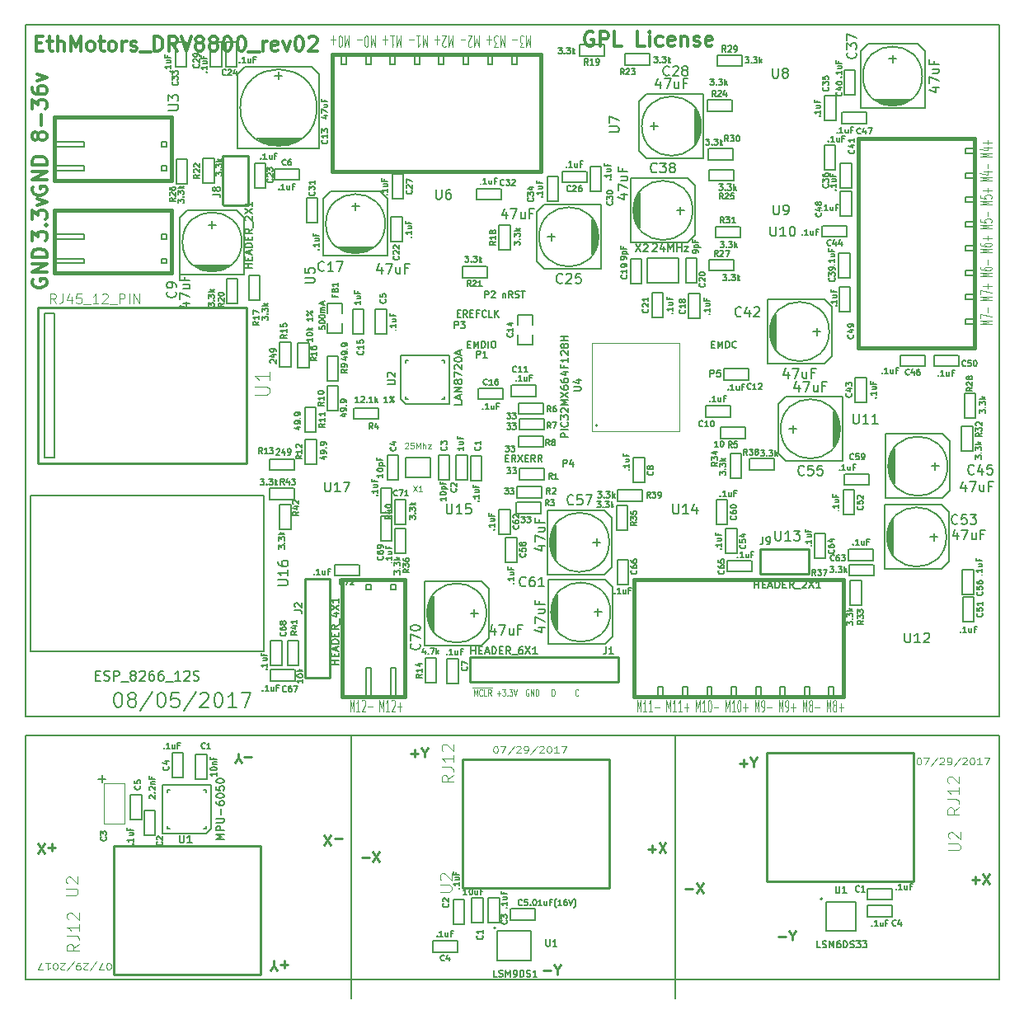
<source format=gto>
G04 #@! TF.FileFunction,Legend,Top*
%FSLAX46Y46*%
G04 Gerber Fmt 4.6, Leading zero omitted, Abs format (unit mm)*
G04 Created by KiCad (PCBNEW 4.0.6-e0-6349~53~ubuntu16.04.1) date Sat Aug  5 15:09:54 2017*
%MOMM*%
%LPD*%
G01*
G04 APERTURE LIST*
%ADD10C,0.150000*%
%ADD11C,0.200000*%
%ADD12C,0.100000*%
%ADD13C,0.300000*%
%ADD14C,0.125000*%
%ADD15C,0.250000*%
%ADD16C,0.381000*%
%ADD17C,0.127000*%
%ADD18C,0.254000*%
%ADD19C,0.149860*%
%ADD20C,0.200660*%
%ADD21C,0.099060*%
%ADD22C,0.190500*%
%ADD23C,0.175000*%
%ADD24C,0.170000*%
G04 APERTURE END LIST*
D10*
D11*
X152750000Y-151000000D02*
X152750000Y-153000000D01*
X152750000Y-126000000D02*
X152750000Y-151000000D01*
X119500000Y-126000000D02*
X119500000Y-153000000D01*
X186000000Y-126000000D02*
X86000000Y-126000000D01*
X186000000Y-151000000D02*
X186000000Y-126000000D01*
X86000000Y-151000000D02*
X186000000Y-151000000D01*
X86000000Y-126000000D02*
X86000000Y-151000000D01*
X86000000Y-124000000D02*
X86000000Y-53000000D01*
X186000000Y-124000000D02*
X86000000Y-124000000D01*
X186000000Y-53000000D02*
X186000000Y-124000000D01*
X86000000Y-53000000D02*
X186000000Y-53000000D01*
D12*
X119342857Y-123492857D02*
X119342857Y-122292857D01*
X119542857Y-123150000D01*
X119742857Y-122292857D01*
X119742857Y-123492857D01*
X120342857Y-123492857D02*
X120000000Y-123492857D01*
X120171428Y-123492857D02*
X120171428Y-122292857D01*
X120114285Y-122464286D01*
X120057143Y-122578571D01*
X120000000Y-122635714D01*
X120571429Y-122407143D02*
X120600000Y-122350000D01*
X120657143Y-122292857D01*
X120800000Y-122292857D01*
X120857143Y-122350000D01*
X120885714Y-122407143D01*
X120914286Y-122521429D01*
X120914286Y-122635714D01*
X120885714Y-122807143D01*
X120542857Y-123492857D01*
X120914286Y-123492857D01*
X121171429Y-123035714D02*
X121628572Y-123035714D01*
X122371429Y-123492857D02*
X122371429Y-122292857D01*
X122571429Y-123150000D01*
X122771429Y-122292857D01*
X122771429Y-123492857D01*
X123371429Y-123492857D02*
X123028572Y-123492857D01*
X123200000Y-123492857D02*
X123200000Y-122292857D01*
X123142857Y-122464286D01*
X123085715Y-122578571D01*
X123028572Y-122635714D01*
X123600001Y-122407143D02*
X123628572Y-122350000D01*
X123685715Y-122292857D01*
X123828572Y-122292857D01*
X123885715Y-122350000D01*
X123914286Y-122407143D01*
X123942858Y-122521429D01*
X123942858Y-122635714D01*
X123914286Y-122807143D01*
X123571429Y-123492857D01*
X123942858Y-123492857D01*
X124200001Y-123035714D02*
X124657144Y-123035714D01*
X124428573Y-123492857D02*
X124428573Y-122578571D01*
D13*
X86750000Y-69642857D02*
X86678571Y-69785714D01*
X86678571Y-70000000D01*
X86750000Y-70214285D01*
X86892857Y-70357143D01*
X87035714Y-70428571D01*
X87321429Y-70500000D01*
X87535714Y-70500000D01*
X87821429Y-70428571D01*
X87964286Y-70357143D01*
X88107143Y-70214285D01*
X88178571Y-70000000D01*
X88178571Y-69857143D01*
X88107143Y-69642857D01*
X88035714Y-69571428D01*
X87535714Y-69571428D01*
X87535714Y-69857143D01*
X88178571Y-68928571D02*
X86678571Y-68928571D01*
X88178571Y-68071428D01*
X86678571Y-68071428D01*
X88178571Y-67357142D02*
X86678571Y-67357142D01*
X86678571Y-66999999D01*
X86750000Y-66785714D01*
X86892857Y-66642856D01*
X87035714Y-66571428D01*
X87321429Y-66499999D01*
X87535714Y-66499999D01*
X87821429Y-66571428D01*
X87964286Y-66642856D01*
X88107143Y-66785714D01*
X88178571Y-66999999D01*
X88178571Y-67357142D01*
X86750000Y-79142857D02*
X86678571Y-79285714D01*
X86678571Y-79500000D01*
X86750000Y-79714285D01*
X86892857Y-79857143D01*
X87035714Y-79928571D01*
X87321429Y-80000000D01*
X87535714Y-80000000D01*
X87821429Y-79928571D01*
X87964286Y-79857143D01*
X88107143Y-79714285D01*
X88178571Y-79500000D01*
X88178571Y-79357143D01*
X88107143Y-79142857D01*
X88035714Y-79071428D01*
X87535714Y-79071428D01*
X87535714Y-79357143D01*
X88178571Y-78428571D02*
X86678571Y-78428571D01*
X88178571Y-77571428D01*
X86678571Y-77571428D01*
X88178571Y-76857142D02*
X86678571Y-76857142D01*
X86678571Y-76499999D01*
X86750000Y-76285714D01*
X86892857Y-76142856D01*
X87035714Y-76071428D01*
X87321429Y-75999999D01*
X87535714Y-75999999D01*
X87821429Y-76071428D01*
X87964286Y-76142856D01*
X88107143Y-76285714D01*
X88178571Y-76499999D01*
X88178571Y-76857142D01*
X144285714Y-53750000D02*
X144142857Y-53678571D01*
X143928571Y-53678571D01*
X143714286Y-53750000D01*
X143571428Y-53892857D01*
X143500000Y-54035714D01*
X143428571Y-54321429D01*
X143428571Y-54535714D01*
X143500000Y-54821429D01*
X143571428Y-54964286D01*
X143714286Y-55107143D01*
X143928571Y-55178571D01*
X144071428Y-55178571D01*
X144285714Y-55107143D01*
X144357143Y-55035714D01*
X144357143Y-54535714D01*
X144071428Y-54535714D01*
X145000000Y-55178571D02*
X145000000Y-53678571D01*
X145571428Y-53678571D01*
X145714286Y-53750000D01*
X145785714Y-53821429D01*
X145857143Y-53964286D01*
X145857143Y-54178571D01*
X145785714Y-54321429D01*
X145714286Y-54392857D01*
X145571428Y-54464286D01*
X145000000Y-54464286D01*
X147214286Y-55178571D02*
X146500000Y-55178571D01*
X146500000Y-53678571D01*
X149571429Y-55178571D02*
X148857143Y-55178571D01*
X148857143Y-53678571D01*
X150071429Y-55178571D02*
X150071429Y-54178571D01*
X150071429Y-53678571D02*
X150000000Y-53750000D01*
X150071429Y-53821429D01*
X150142857Y-53750000D01*
X150071429Y-53678571D01*
X150071429Y-53821429D01*
X151428572Y-55107143D02*
X151285715Y-55178571D01*
X151000001Y-55178571D01*
X150857143Y-55107143D01*
X150785715Y-55035714D01*
X150714286Y-54892857D01*
X150714286Y-54464286D01*
X150785715Y-54321429D01*
X150857143Y-54250000D01*
X151000001Y-54178571D01*
X151285715Y-54178571D01*
X151428572Y-54250000D01*
X152642857Y-55107143D02*
X152500000Y-55178571D01*
X152214286Y-55178571D01*
X152071429Y-55107143D01*
X152000000Y-54964286D01*
X152000000Y-54392857D01*
X152071429Y-54250000D01*
X152214286Y-54178571D01*
X152500000Y-54178571D01*
X152642857Y-54250000D01*
X152714286Y-54392857D01*
X152714286Y-54535714D01*
X152000000Y-54678571D01*
X153357143Y-54178571D02*
X153357143Y-55178571D01*
X153357143Y-54321429D02*
X153428571Y-54250000D01*
X153571429Y-54178571D01*
X153785714Y-54178571D01*
X153928571Y-54250000D01*
X154000000Y-54392857D01*
X154000000Y-55178571D01*
X154642857Y-55107143D02*
X154785714Y-55178571D01*
X155071429Y-55178571D01*
X155214286Y-55107143D01*
X155285714Y-54964286D01*
X155285714Y-54892857D01*
X155214286Y-54750000D01*
X155071429Y-54678571D01*
X154857143Y-54678571D01*
X154714286Y-54607143D01*
X154642857Y-54464286D01*
X154642857Y-54392857D01*
X154714286Y-54250000D01*
X154857143Y-54178571D01*
X155071429Y-54178571D01*
X155214286Y-54250000D01*
X156500000Y-55107143D02*
X156357143Y-55178571D01*
X156071429Y-55178571D01*
X155928572Y-55107143D01*
X155857143Y-54964286D01*
X155857143Y-54392857D01*
X155928572Y-54250000D01*
X156071429Y-54178571D01*
X156357143Y-54178571D01*
X156500000Y-54250000D01*
X156571429Y-54392857D01*
X156571429Y-54535714D01*
X155857143Y-54678571D01*
D12*
X148799999Y-123542857D02*
X148799999Y-122342857D01*
X148999999Y-123200000D01*
X149199999Y-122342857D01*
X149199999Y-123542857D01*
X149799999Y-123542857D02*
X149457142Y-123542857D01*
X149628570Y-123542857D02*
X149628570Y-122342857D01*
X149571427Y-122514286D01*
X149514285Y-122628571D01*
X149457142Y-122685714D01*
X150371428Y-123542857D02*
X150028571Y-123542857D01*
X150199999Y-123542857D02*
X150199999Y-122342857D01*
X150142856Y-122514286D01*
X150085714Y-122628571D01*
X150028571Y-122685714D01*
X150628571Y-123085714D02*
X151085714Y-123085714D01*
X151828571Y-123542857D02*
X151828571Y-122342857D01*
X152028571Y-123200000D01*
X152228571Y-122342857D01*
X152228571Y-123542857D01*
X152828571Y-123542857D02*
X152485714Y-123542857D01*
X152657142Y-123542857D02*
X152657142Y-122342857D01*
X152599999Y-122514286D01*
X152542857Y-122628571D01*
X152485714Y-122685714D01*
X153400000Y-123542857D02*
X153057143Y-123542857D01*
X153228571Y-123542857D02*
X153228571Y-122342857D01*
X153171428Y-122514286D01*
X153114286Y-122628571D01*
X153057143Y-122685714D01*
X153657143Y-123085714D02*
X154114286Y-123085714D01*
X153885715Y-123542857D02*
X153885715Y-122628571D01*
X154857143Y-123542857D02*
X154857143Y-122342857D01*
X155057143Y-123200000D01*
X155257143Y-122342857D01*
X155257143Y-123542857D01*
X155857143Y-123542857D02*
X155514286Y-123542857D01*
X155685714Y-123542857D02*
X155685714Y-122342857D01*
X155628571Y-122514286D01*
X155571429Y-122628571D01*
X155514286Y-122685714D01*
X156228572Y-122342857D02*
X156285715Y-122342857D01*
X156342858Y-122400000D01*
X156371429Y-122457143D01*
X156400000Y-122571429D01*
X156428572Y-122800000D01*
X156428572Y-123085714D01*
X156400000Y-123314286D01*
X156371429Y-123428571D01*
X156342858Y-123485714D01*
X156285715Y-123542857D01*
X156228572Y-123542857D01*
X156171429Y-123485714D01*
X156142858Y-123428571D01*
X156114286Y-123314286D01*
X156085715Y-123085714D01*
X156085715Y-122800000D01*
X156114286Y-122571429D01*
X156142858Y-122457143D01*
X156171429Y-122400000D01*
X156228572Y-122342857D01*
X156685715Y-123085714D02*
X157142858Y-123085714D01*
X157885715Y-123542857D02*
X157885715Y-122342857D01*
X158085715Y-123200000D01*
X158285715Y-122342857D01*
X158285715Y-123542857D01*
X158885715Y-123542857D02*
X158542858Y-123542857D01*
X158714286Y-123542857D02*
X158714286Y-122342857D01*
X158657143Y-122514286D01*
X158600001Y-122628571D01*
X158542858Y-122685714D01*
X159257144Y-122342857D02*
X159314287Y-122342857D01*
X159371430Y-122400000D01*
X159400001Y-122457143D01*
X159428572Y-122571429D01*
X159457144Y-122800000D01*
X159457144Y-123085714D01*
X159428572Y-123314286D01*
X159400001Y-123428571D01*
X159371430Y-123485714D01*
X159314287Y-123542857D01*
X159257144Y-123542857D01*
X159200001Y-123485714D01*
X159171430Y-123428571D01*
X159142858Y-123314286D01*
X159114287Y-123085714D01*
X159114287Y-122800000D01*
X159142858Y-122571429D01*
X159171430Y-122457143D01*
X159200001Y-122400000D01*
X159257144Y-122342857D01*
X159714287Y-123085714D02*
X160171430Y-123085714D01*
X159942859Y-123542857D02*
X159942859Y-122628571D01*
X160914287Y-123542857D02*
X160914287Y-122342857D01*
X161114287Y-123200000D01*
X161314287Y-122342857D01*
X161314287Y-123542857D01*
X161628573Y-123542857D02*
X161742858Y-123542857D01*
X161800001Y-123485714D01*
X161828573Y-123428571D01*
X161885715Y-123257143D01*
X161914287Y-123028571D01*
X161914287Y-122571429D01*
X161885715Y-122457143D01*
X161857144Y-122400000D01*
X161800001Y-122342857D01*
X161685715Y-122342857D01*
X161628573Y-122400000D01*
X161600001Y-122457143D01*
X161571430Y-122571429D01*
X161571430Y-122857143D01*
X161600001Y-122971429D01*
X161628573Y-123028571D01*
X161685715Y-123085714D01*
X161800001Y-123085714D01*
X161857144Y-123028571D01*
X161885715Y-122971429D01*
X161914287Y-122857143D01*
X162171430Y-123085714D02*
X162628573Y-123085714D01*
X163371430Y-123542857D02*
X163371430Y-122342857D01*
X163571430Y-123200000D01*
X163771430Y-122342857D01*
X163771430Y-123542857D01*
X164085716Y-123542857D02*
X164200001Y-123542857D01*
X164257144Y-123485714D01*
X164285716Y-123428571D01*
X164342858Y-123257143D01*
X164371430Y-123028571D01*
X164371430Y-122571429D01*
X164342858Y-122457143D01*
X164314287Y-122400000D01*
X164257144Y-122342857D01*
X164142858Y-122342857D01*
X164085716Y-122400000D01*
X164057144Y-122457143D01*
X164028573Y-122571429D01*
X164028573Y-122857143D01*
X164057144Y-122971429D01*
X164085716Y-123028571D01*
X164142858Y-123085714D01*
X164257144Y-123085714D01*
X164314287Y-123028571D01*
X164342858Y-122971429D01*
X164371430Y-122857143D01*
X164628573Y-123085714D02*
X165085716Y-123085714D01*
X164857145Y-123542857D02*
X164857145Y-122628571D01*
X165828573Y-123542857D02*
X165828573Y-122342857D01*
X166028573Y-123200000D01*
X166228573Y-122342857D01*
X166228573Y-123542857D01*
X166600001Y-122857143D02*
X166542859Y-122800000D01*
X166514287Y-122742857D01*
X166485716Y-122628571D01*
X166485716Y-122571429D01*
X166514287Y-122457143D01*
X166542859Y-122400000D01*
X166600001Y-122342857D01*
X166714287Y-122342857D01*
X166771430Y-122400000D01*
X166800001Y-122457143D01*
X166828573Y-122571429D01*
X166828573Y-122628571D01*
X166800001Y-122742857D01*
X166771430Y-122800000D01*
X166714287Y-122857143D01*
X166600001Y-122857143D01*
X166542859Y-122914286D01*
X166514287Y-122971429D01*
X166485716Y-123085714D01*
X166485716Y-123314286D01*
X166514287Y-123428571D01*
X166542859Y-123485714D01*
X166600001Y-123542857D01*
X166714287Y-123542857D01*
X166771430Y-123485714D01*
X166800001Y-123428571D01*
X166828573Y-123314286D01*
X166828573Y-123085714D01*
X166800001Y-122971429D01*
X166771430Y-122914286D01*
X166714287Y-122857143D01*
X167085716Y-123085714D02*
X167542859Y-123085714D01*
X168285716Y-123542857D02*
X168285716Y-122342857D01*
X168485716Y-123200000D01*
X168685716Y-122342857D01*
X168685716Y-123542857D01*
X169057144Y-122857143D02*
X169000002Y-122800000D01*
X168971430Y-122742857D01*
X168942859Y-122628571D01*
X168942859Y-122571429D01*
X168971430Y-122457143D01*
X169000002Y-122400000D01*
X169057144Y-122342857D01*
X169171430Y-122342857D01*
X169228573Y-122400000D01*
X169257144Y-122457143D01*
X169285716Y-122571429D01*
X169285716Y-122628571D01*
X169257144Y-122742857D01*
X169228573Y-122800000D01*
X169171430Y-122857143D01*
X169057144Y-122857143D01*
X169000002Y-122914286D01*
X168971430Y-122971429D01*
X168942859Y-123085714D01*
X168942859Y-123314286D01*
X168971430Y-123428571D01*
X169000002Y-123485714D01*
X169057144Y-123542857D01*
X169171430Y-123542857D01*
X169228573Y-123485714D01*
X169257144Y-123428571D01*
X169285716Y-123314286D01*
X169285716Y-123085714D01*
X169257144Y-122971429D01*
X169228573Y-122914286D01*
X169171430Y-122857143D01*
X169542859Y-123085714D02*
X170000002Y-123085714D01*
X169771431Y-123542857D02*
X169771431Y-122628571D01*
X185242857Y-83757143D02*
X184042857Y-83757143D01*
X184900000Y-83557143D01*
X184042857Y-83357143D01*
X185242857Y-83357143D01*
X184042857Y-83128572D02*
X184042857Y-82728572D01*
X185242857Y-82985715D01*
X184785714Y-82500000D02*
X184785714Y-82042857D01*
X185242857Y-81300000D02*
X184042857Y-81300000D01*
X184900000Y-81100000D01*
X184042857Y-80900000D01*
X185242857Y-80900000D01*
X184042857Y-80671429D02*
X184042857Y-80271429D01*
X185242857Y-80528572D01*
X184785714Y-80042857D02*
X184785714Y-79585714D01*
X185242857Y-79814285D02*
X184328571Y-79814285D01*
X185242857Y-78842857D02*
X184042857Y-78842857D01*
X184900000Y-78642857D01*
X184042857Y-78442857D01*
X185242857Y-78442857D01*
X184042857Y-77900000D02*
X184042857Y-78014286D01*
X184100000Y-78071429D01*
X184157143Y-78100000D01*
X184328571Y-78157143D01*
X184557143Y-78185714D01*
X185014286Y-78185714D01*
X185128571Y-78157143D01*
X185185714Y-78128571D01*
X185242857Y-78071429D01*
X185242857Y-77957143D01*
X185185714Y-77900000D01*
X185128571Y-77871429D01*
X185014286Y-77842857D01*
X184728571Y-77842857D01*
X184614286Y-77871429D01*
X184557143Y-77900000D01*
X184500000Y-77957143D01*
X184500000Y-78071429D01*
X184557143Y-78128571D01*
X184614286Y-78157143D01*
X184728571Y-78185714D01*
X184785714Y-77585714D02*
X184785714Y-77128571D01*
X185242857Y-76385714D02*
X184042857Y-76385714D01*
X184900000Y-76185714D01*
X184042857Y-75985714D01*
X185242857Y-75985714D01*
X184042857Y-75442857D02*
X184042857Y-75557143D01*
X184100000Y-75614286D01*
X184157143Y-75642857D01*
X184328571Y-75700000D01*
X184557143Y-75728571D01*
X185014286Y-75728571D01*
X185128571Y-75700000D01*
X185185714Y-75671428D01*
X185242857Y-75614286D01*
X185242857Y-75500000D01*
X185185714Y-75442857D01*
X185128571Y-75414286D01*
X185014286Y-75385714D01*
X184728571Y-75385714D01*
X184614286Y-75414286D01*
X184557143Y-75442857D01*
X184500000Y-75500000D01*
X184500000Y-75614286D01*
X184557143Y-75671428D01*
X184614286Y-75700000D01*
X184728571Y-75728571D01*
X184785714Y-75128571D02*
X184785714Y-74671428D01*
X185242857Y-74899999D02*
X184328571Y-74899999D01*
X185242857Y-73928571D02*
X184042857Y-73928571D01*
X184900000Y-73728571D01*
X184042857Y-73528571D01*
X185242857Y-73528571D01*
X184042857Y-72957143D02*
X184042857Y-73242857D01*
X184614286Y-73271428D01*
X184557143Y-73242857D01*
X184500000Y-73185714D01*
X184500000Y-73042857D01*
X184557143Y-72985714D01*
X184614286Y-72957143D01*
X184728571Y-72928571D01*
X185014286Y-72928571D01*
X185128571Y-72957143D01*
X185185714Y-72985714D01*
X185242857Y-73042857D01*
X185242857Y-73185714D01*
X185185714Y-73242857D01*
X185128571Y-73271428D01*
X184785714Y-72671428D02*
X184785714Y-72214285D01*
X185242857Y-71471428D02*
X184042857Y-71471428D01*
X184900000Y-71271428D01*
X184042857Y-71071428D01*
X185242857Y-71071428D01*
X184042857Y-70500000D02*
X184042857Y-70785714D01*
X184614286Y-70814285D01*
X184557143Y-70785714D01*
X184500000Y-70728571D01*
X184500000Y-70585714D01*
X184557143Y-70528571D01*
X184614286Y-70500000D01*
X184728571Y-70471428D01*
X185014286Y-70471428D01*
X185128571Y-70500000D01*
X185185714Y-70528571D01*
X185242857Y-70585714D01*
X185242857Y-70728571D01*
X185185714Y-70785714D01*
X185128571Y-70814285D01*
X184785714Y-70214285D02*
X184785714Y-69757142D01*
X185242857Y-69985713D02*
X184328571Y-69985713D01*
X185242857Y-69014285D02*
X184042857Y-69014285D01*
X184900000Y-68814285D01*
X184042857Y-68614285D01*
X185242857Y-68614285D01*
X184442857Y-68071428D02*
X185242857Y-68071428D01*
X183985714Y-68214285D02*
X184842857Y-68357142D01*
X184842857Y-67985714D01*
X184785714Y-67757142D02*
X184785714Y-67299999D01*
X185242857Y-66557142D02*
X184042857Y-66557142D01*
X184900000Y-66357142D01*
X184042857Y-66157142D01*
X185242857Y-66157142D01*
X184442857Y-65614285D02*
X185242857Y-65614285D01*
X183985714Y-65757142D02*
X184842857Y-65899999D01*
X184842857Y-65528571D01*
X184785714Y-65299999D02*
X184785714Y-64842856D01*
X185242857Y-65071427D02*
X184328571Y-65071427D01*
D13*
X86678571Y-75142856D02*
X86678571Y-74214285D01*
X87250000Y-74714285D01*
X87250000Y-74499999D01*
X87321429Y-74357142D01*
X87392857Y-74285713D01*
X87535714Y-74214285D01*
X87892857Y-74214285D01*
X88035714Y-74285713D01*
X88107143Y-74357142D01*
X88178571Y-74499999D01*
X88178571Y-74928571D01*
X88107143Y-75071428D01*
X88035714Y-75142856D01*
X88035714Y-73571428D02*
X88107143Y-73500000D01*
X88178571Y-73571428D01*
X88107143Y-73642857D01*
X88035714Y-73571428D01*
X88178571Y-73571428D01*
X86678571Y-72999999D02*
X86678571Y-72071428D01*
X87250000Y-72571428D01*
X87250000Y-72357142D01*
X87321429Y-72214285D01*
X87392857Y-72142856D01*
X87535714Y-72071428D01*
X87892857Y-72071428D01*
X88035714Y-72142856D01*
X88107143Y-72214285D01*
X88178571Y-72357142D01*
X88178571Y-72785714D01*
X88107143Y-72928571D01*
X88035714Y-72999999D01*
X87178571Y-71571428D02*
X88178571Y-71214285D01*
X87178571Y-70857143D01*
X87321429Y-64571427D02*
X87250000Y-64714285D01*
X87178571Y-64785713D01*
X87035714Y-64857142D01*
X86964286Y-64857142D01*
X86821429Y-64785713D01*
X86750000Y-64714285D01*
X86678571Y-64571427D01*
X86678571Y-64285713D01*
X86750000Y-64142856D01*
X86821429Y-64071427D01*
X86964286Y-63999999D01*
X87035714Y-63999999D01*
X87178571Y-64071427D01*
X87250000Y-64142856D01*
X87321429Y-64285713D01*
X87321429Y-64571427D01*
X87392857Y-64714285D01*
X87464286Y-64785713D01*
X87607143Y-64857142D01*
X87892857Y-64857142D01*
X88035714Y-64785713D01*
X88107143Y-64714285D01*
X88178571Y-64571427D01*
X88178571Y-64285713D01*
X88107143Y-64142856D01*
X88035714Y-64071427D01*
X87892857Y-63999999D01*
X87607143Y-63999999D01*
X87464286Y-64071427D01*
X87392857Y-64142856D01*
X87321429Y-64285713D01*
X87607143Y-63357142D02*
X87607143Y-62214285D01*
X86678571Y-61642856D02*
X86678571Y-60714285D01*
X87250000Y-61214285D01*
X87250000Y-60999999D01*
X87321429Y-60857142D01*
X87392857Y-60785713D01*
X87535714Y-60714285D01*
X87892857Y-60714285D01*
X88035714Y-60785713D01*
X88107143Y-60857142D01*
X88178571Y-60999999D01*
X88178571Y-61428571D01*
X88107143Y-61571428D01*
X88035714Y-61642856D01*
X86678571Y-59428571D02*
X86678571Y-59714285D01*
X86750000Y-59857142D01*
X86821429Y-59928571D01*
X87035714Y-60071428D01*
X87321429Y-60142857D01*
X87892857Y-60142857D01*
X88035714Y-60071428D01*
X88107143Y-60000000D01*
X88178571Y-59857142D01*
X88178571Y-59571428D01*
X88107143Y-59428571D01*
X88035714Y-59357142D01*
X87892857Y-59285714D01*
X87535714Y-59285714D01*
X87392857Y-59357142D01*
X87321429Y-59428571D01*
X87250000Y-59571428D01*
X87250000Y-59857142D01*
X87321429Y-60000000D01*
X87392857Y-60071428D01*
X87535714Y-60142857D01*
X87178571Y-58785714D02*
X88178571Y-58428571D01*
X87178571Y-58071429D01*
D12*
X137870239Y-54082143D02*
X137870239Y-55282143D01*
X137653572Y-54425000D01*
X137436906Y-55282143D01*
X137436906Y-54082143D01*
X137189287Y-55282143D02*
X136786906Y-55282143D01*
X137003573Y-54825000D01*
X136910715Y-54825000D01*
X136848811Y-54767857D01*
X136817858Y-54710714D01*
X136786906Y-54596429D01*
X136786906Y-54310714D01*
X136817858Y-54196429D01*
X136848811Y-54139286D01*
X136910715Y-54082143D01*
X137096430Y-54082143D01*
X137158334Y-54139286D01*
X137189287Y-54196429D01*
X136508334Y-54539286D02*
X136013096Y-54539286D01*
X135208334Y-54082143D02*
X135208334Y-55282143D01*
X134991667Y-54425000D01*
X134775001Y-55282143D01*
X134775001Y-54082143D01*
X134527382Y-55282143D02*
X134125001Y-55282143D01*
X134341668Y-54825000D01*
X134248810Y-54825000D01*
X134186906Y-54767857D01*
X134155953Y-54710714D01*
X134125001Y-54596429D01*
X134125001Y-54310714D01*
X134155953Y-54196429D01*
X134186906Y-54139286D01*
X134248810Y-54082143D01*
X134434525Y-54082143D01*
X134496429Y-54139286D01*
X134527382Y-54196429D01*
X133846429Y-54539286D02*
X133351191Y-54539286D01*
X133598810Y-54082143D02*
X133598810Y-54996429D01*
X132546429Y-54082143D02*
X132546429Y-55282143D01*
X132329762Y-54425000D01*
X132113096Y-55282143D01*
X132113096Y-54082143D01*
X131834524Y-55167857D02*
X131803572Y-55225000D01*
X131741667Y-55282143D01*
X131586905Y-55282143D01*
X131525001Y-55225000D01*
X131494048Y-55167857D01*
X131463096Y-55053571D01*
X131463096Y-54939286D01*
X131494048Y-54767857D01*
X131865477Y-54082143D01*
X131463096Y-54082143D01*
X131184524Y-54539286D02*
X130689286Y-54539286D01*
X129884524Y-54082143D02*
X129884524Y-55282143D01*
X129667857Y-54425000D01*
X129451191Y-55282143D01*
X129451191Y-54082143D01*
X129172619Y-55167857D02*
X129141667Y-55225000D01*
X129079762Y-55282143D01*
X128925000Y-55282143D01*
X128863096Y-55225000D01*
X128832143Y-55167857D01*
X128801191Y-55053571D01*
X128801191Y-54939286D01*
X128832143Y-54767857D01*
X129203572Y-54082143D01*
X128801191Y-54082143D01*
X128522619Y-54539286D02*
X128027381Y-54539286D01*
X128275000Y-54082143D02*
X128275000Y-54996429D01*
X127222619Y-54082143D02*
X127222619Y-55282143D01*
X127005952Y-54425000D01*
X126789286Y-55282143D01*
X126789286Y-54082143D01*
X126139286Y-54082143D02*
X126510714Y-54082143D01*
X126325000Y-54082143D02*
X126325000Y-55282143D01*
X126386905Y-55110714D01*
X126448810Y-54996429D01*
X126510714Y-54939286D01*
X125860714Y-54539286D02*
X125365476Y-54539286D01*
X124560714Y-54082143D02*
X124560714Y-55282143D01*
X124344047Y-54425000D01*
X124127381Y-55282143D01*
X124127381Y-54082143D01*
X123477381Y-54082143D02*
X123848809Y-54082143D01*
X123663095Y-54082143D02*
X123663095Y-55282143D01*
X123725000Y-55110714D01*
X123786905Y-54996429D01*
X123848809Y-54939286D01*
X123198809Y-54539286D02*
X122703571Y-54539286D01*
X122951190Y-54082143D02*
X122951190Y-54996429D01*
X121898809Y-54082143D02*
X121898809Y-55282143D01*
X121682142Y-54425000D01*
X121465476Y-55282143D01*
X121465476Y-54082143D01*
X121032143Y-55282143D02*
X120970238Y-55282143D01*
X120908333Y-55225000D01*
X120877381Y-55167857D01*
X120846428Y-55053571D01*
X120815476Y-54825000D01*
X120815476Y-54539286D01*
X120846428Y-54310714D01*
X120877381Y-54196429D01*
X120908333Y-54139286D01*
X120970238Y-54082143D01*
X121032143Y-54082143D01*
X121094047Y-54139286D01*
X121125000Y-54196429D01*
X121155952Y-54310714D01*
X121186904Y-54539286D01*
X121186904Y-54825000D01*
X121155952Y-55053571D01*
X121125000Y-55167857D01*
X121094047Y-55225000D01*
X121032143Y-55282143D01*
X120536904Y-54539286D02*
X120041666Y-54539286D01*
X119236904Y-54082143D02*
X119236904Y-55282143D01*
X119020237Y-54425000D01*
X118803571Y-55282143D01*
X118803571Y-54082143D01*
X118370238Y-55282143D02*
X118308333Y-55282143D01*
X118246428Y-55225000D01*
X118215476Y-55167857D01*
X118184523Y-55053571D01*
X118153571Y-54825000D01*
X118153571Y-54539286D01*
X118184523Y-54310714D01*
X118215476Y-54196429D01*
X118246428Y-54139286D01*
X118308333Y-54082143D01*
X118370238Y-54082143D01*
X118432142Y-54139286D01*
X118463095Y-54196429D01*
X118494047Y-54310714D01*
X118524999Y-54539286D01*
X118524999Y-54825000D01*
X118494047Y-55053571D01*
X118463095Y-55167857D01*
X118432142Y-55225000D01*
X118370238Y-55282143D01*
X117874999Y-54539286D02*
X117379761Y-54539286D01*
X117627380Y-54082143D02*
X117627380Y-54996429D01*
D13*
X87107145Y-54892857D02*
X87607145Y-54892857D01*
X87821431Y-55678571D02*
X87107145Y-55678571D01*
X87107145Y-54178571D01*
X87821431Y-54178571D01*
X88250002Y-54678571D02*
X88821431Y-54678571D01*
X88464288Y-54178571D02*
X88464288Y-55464286D01*
X88535716Y-55607143D01*
X88678574Y-55678571D01*
X88821431Y-55678571D01*
X89321431Y-55678571D02*
X89321431Y-54178571D01*
X89964288Y-55678571D02*
X89964288Y-54892857D01*
X89892859Y-54750000D01*
X89750002Y-54678571D01*
X89535717Y-54678571D01*
X89392859Y-54750000D01*
X89321431Y-54821429D01*
X90678574Y-55678571D02*
X90678574Y-54178571D01*
X91178574Y-55250000D01*
X91678574Y-54178571D01*
X91678574Y-55678571D01*
X92607146Y-55678571D02*
X92464288Y-55607143D01*
X92392860Y-55535714D01*
X92321431Y-55392857D01*
X92321431Y-54964286D01*
X92392860Y-54821429D01*
X92464288Y-54750000D01*
X92607146Y-54678571D01*
X92821431Y-54678571D01*
X92964288Y-54750000D01*
X93035717Y-54821429D01*
X93107146Y-54964286D01*
X93107146Y-55392857D01*
X93035717Y-55535714D01*
X92964288Y-55607143D01*
X92821431Y-55678571D01*
X92607146Y-55678571D01*
X93535717Y-54678571D02*
X94107146Y-54678571D01*
X93750003Y-54178571D02*
X93750003Y-55464286D01*
X93821431Y-55607143D01*
X93964289Y-55678571D01*
X94107146Y-55678571D01*
X94821432Y-55678571D02*
X94678574Y-55607143D01*
X94607146Y-55535714D01*
X94535717Y-55392857D01*
X94535717Y-54964286D01*
X94607146Y-54821429D01*
X94678574Y-54750000D01*
X94821432Y-54678571D01*
X95035717Y-54678571D01*
X95178574Y-54750000D01*
X95250003Y-54821429D01*
X95321432Y-54964286D01*
X95321432Y-55392857D01*
X95250003Y-55535714D01*
X95178574Y-55607143D01*
X95035717Y-55678571D01*
X94821432Y-55678571D01*
X95964289Y-55678571D02*
X95964289Y-54678571D01*
X95964289Y-54964286D02*
X96035717Y-54821429D01*
X96107146Y-54750000D01*
X96250003Y-54678571D01*
X96392860Y-54678571D01*
X96821431Y-55607143D02*
X96964288Y-55678571D01*
X97250003Y-55678571D01*
X97392860Y-55607143D01*
X97464288Y-55464286D01*
X97464288Y-55392857D01*
X97392860Y-55250000D01*
X97250003Y-55178571D01*
X97035717Y-55178571D01*
X96892860Y-55107143D01*
X96821431Y-54964286D01*
X96821431Y-54892857D01*
X96892860Y-54750000D01*
X97035717Y-54678571D01*
X97250003Y-54678571D01*
X97392860Y-54750000D01*
X97750003Y-55821429D02*
X98892860Y-55821429D01*
X99250003Y-55678571D02*
X99250003Y-54178571D01*
X99607146Y-54178571D01*
X99821431Y-54250000D01*
X99964289Y-54392857D01*
X100035717Y-54535714D01*
X100107146Y-54821429D01*
X100107146Y-55035714D01*
X100035717Y-55321429D01*
X99964289Y-55464286D01*
X99821431Y-55607143D01*
X99607146Y-55678571D01*
X99250003Y-55678571D01*
X101607146Y-55678571D02*
X101107146Y-54964286D01*
X100750003Y-55678571D02*
X100750003Y-54178571D01*
X101321431Y-54178571D01*
X101464289Y-54250000D01*
X101535717Y-54321429D01*
X101607146Y-54464286D01*
X101607146Y-54678571D01*
X101535717Y-54821429D01*
X101464289Y-54892857D01*
X101321431Y-54964286D01*
X100750003Y-54964286D01*
X102035717Y-54178571D02*
X102535717Y-55678571D01*
X103035717Y-54178571D01*
X103750003Y-54821429D02*
X103607145Y-54750000D01*
X103535717Y-54678571D01*
X103464288Y-54535714D01*
X103464288Y-54464286D01*
X103535717Y-54321429D01*
X103607145Y-54250000D01*
X103750003Y-54178571D01*
X104035717Y-54178571D01*
X104178574Y-54250000D01*
X104250003Y-54321429D01*
X104321431Y-54464286D01*
X104321431Y-54535714D01*
X104250003Y-54678571D01*
X104178574Y-54750000D01*
X104035717Y-54821429D01*
X103750003Y-54821429D01*
X103607145Y-54892857D01*
X103535717Y-54964286D01*
X103464288Y-55107143D01*
X103464288Y-55392857D01*
X103535717Y-55535714D01*
X103607145Y-55607143D01*
X103750003Y-55678571D01*
X104035717Y-55678571D01*
X104178574Y-55607143D01*
X104250003Y-55535714D01*
X104321431Y-55392857D01*
X104321431Y-55107143D01*
X104250003Y-54964286D01*
X104178574Y-54892857D01*
X104035717Y-54821429D01*
X105178574Y-54821429D02*
X105035716Y-54750000D01*
X104964288Y-54678571D01*
X104892859Y-54535714D01*
X104892859Y-54464286D01*
X104964288Y-54321429D01*
X105035716Y-54250000D01*
X105178574Y-54178571D01*
X105464288Y-54178571D01*
X105607145Y-54250000D01*
X105678574Y-54321429D01*
X105750002Y-54464286D01*
X105750002Y-54535714D01*
X105678574Y-54678571D01*
X105607145Y-54750000D01*
X105464288Y-54821429D01*
X105178574Y-54821429D01*
X105035716Y-54892857D01*
X104964288Y-54964286D01*
X104892859Y-55107143D01*
X104892859Y-55392857D01*
X104964288Y-55535714D01*
X105035716Y-55607143D01*
X105178574Y-55678571D01*
X105464288Y-55678571D01*
X105607145Y-55607143D01*
X105678574Y-55535714D01*
X105750002Y-55392857D01*
X105750002Y-55107143D01*
X105678574Y-54964286D01*
X105607145Y-54892857D01*
X105464288Y-54821429D01*
X106678573Y-54178571D02*
X106821430Y-54178571D01*
X106964287Y-54250000D01*
X107035716Y-54321429D01*
X107107145Y-54464286D01*
X107178573Y-54750000D01*
X107178573Y-55107143D01*
X107107145Y-55392857D01*
X107035716Y-55535714D01*
X106964287Y-55607143D01*
X106821430Y-55678571D01*
X106678573Y-55678571D01*
X106535716Y-55607143D01*
X106464287Y-55535714D01*
X106392859Y-55392857D01*
X106321430Y-55107143D01*
X106321430Y-54750000D01*
X106392859Y-54464286D01*
X106464287Y-54321429D01*
X106535716Y-54250000D01*
X106678573Y-54178571D01*
X108107144Y-54178571D02*
X108250001Y-54178571D01*
X108392858Y-54250000D01*
X108464287Y-54321429D01*
X108535716Y-54464286D01*
X108607144Y-54750000D01*
X108607144Y-55107143D01*
X108535716Y-55392857D01*
X108464287Y-55535714D01*
X108392858Y-55607143D01*
X108250001Y-55678571D01*
X108107144Y-55678571D01*
X107964287Y-55607143D01*
X107892858Y-55535714D01*
X107821430Y-55392857D01*
X107750001Y-55107143D01*
X107750001Y-54750000D01*
X107821430Y-54464286D01*
X107892858Y-54321429D01*
X107964287Y-54250000D01*
X108107144Y-54178571D01*
X108892858Y-55821429D02*
X110035715Y-55821429D01*
X110392858Y-55678571D02*
X110392858Y-54678571D01*
X110392858Y-54964286D02*
X110464286Y-54821429D01*
X110535715Y-54750000D01*
X110678572Y-54678571D01*
X110821429Y-54678571D01*
X111892857Y-55607143D02*
X111750000Y-55678571D01*
X111464286Y-55678571D01*
X111321429Y-55607143D01*
X111250000Y-55464286D01*
X111250000Y-54892857D01*
X111321429Y-54750000D01*
X111464286Y-54678571D01*
X111750000Y-54678571D01*
X111892857Y-54750000D01*
X111964286Y-54892857D01*
X111964286Y-55035714D01*
X111250000Y-55178571D01*
X112464286Y-54678571D02*
X112821429Y-55678571D01*
X113178571Y-54678571D01*
X114035714Y-54178571D02*
X114178571Y-54178571D01*
X114321428Y-54250000D01*
X114392857Y-54321429D01*
X114464286Y-54464286D01*
X114535714Y-54750000D01*
X114535714Y-55107143D01*
X114464286Y-55392857D01*
X114392857Y-55535714D01*
X114321428Y-55607143D01*
X114178571Y-55678571D01*
X114035714Y-55678571D01*
X113892857Y-55607143D01*
X113821428Y-55535714D01*
X113750000Y-55392857D01*
X113678571Y-55107143D01*
X113678571Y-54750000D01*
X113750000Y-54464286D01*
X113821428Y-54321429D01*
X113892857Y-54250000D01*
X114035714Y-54178571D01*
X115107142Y-54321429D02*
X115178571Y-54250000D01*
X115321428Y-54178571D01*
X115678571Y-54178571D01*
X115821428Y-54250000D01*
X115892857Y-54321429D01*
X115964285Y-54464286D01*
X115964285Y-54607143D01*
X115892857Y-54821429D01*
X115035714Y-55678571D01*
X115964285Y-55678571D01*
D11*
X95457144Y-121578571D02*
X95600001Y-121578571D01*
X95742858Y-121650000D01*
X95814287Y-121721429D01*
X95885716Y-121864286D01*
X95957144Y-122150000D01*
X95957144Y-122507143D01*
X95885716Y-122792857D01*
X95814287Y-122935714D01*
X95742858Y-123007143D01*
X95600001Y-123078571D01*
X95457144Y-123078571D01*
X95314287Y-123007143D01*
X95242858Y-122935714D01*
X95171430Y-122792857D01*
X95100001Y-122507143D01*
X95100001Y-122150000D01*
X95171430Y-121864286D01*
X95242858Y-121721429D01*
X95314287Y-121650000D01*
X95457144Y-121578571D01*
X96814287Y-122221429D02*
X96671429Y-122150000D01*
X96600001Y-122078571D01*
X96528572Y-121935714D01*
X96528572Y-121864286D01*
X96600001Y-121721429D01*
X96671429Y-121650000D01*
X96814287Y-121578571D01*
X97100001Y-121578571D01*
X97242858Y-121650000D01*
X97314287Y-121721429D01*
X97385715Y-121864286D01*
X97385715Y-121935714D01*
X97314287Y-122078571D01*
X97242858Y-122150000D01*
X97100001Y-122221429D01*
X96814287Y-122221429D01*
X96671429Y-122292857D01*
X96600001Y-122364286D01*
X96528572Y-122507143D01*
X96528572Y-122792857D01*
X96600001Y-122935714D01*
X96671429Y-123007143D01*
X96814287Y-123078571D01*
X97100001Y-123078571D01*
X97242858Y-123007143D01*
X97314287Y-122935714D01*
X97385715Y-122792857D01*
X97385715Y-122507143D01*
X97314287Y-122364286D01*
X97242858Y-122292857D01*
X97100001Y-122221429D01*
X99100000Y-121507143D02*
X97814286Y-123435714D01*
X99885715Y-121578571D02*
X100028572Y-121578571D01*
X100171429Y-121650000D01*
X100242858Y-121721429D01*
X100314287Y-121864286D01*
X100385715Y-122150000D01*
X100385715Y-122507143D01*
X100314287Y-122792857D01*
X100242858Y-122935714D01*
X100171429Y-123007143D01*
X100028572Y-123078571D01*
X99885715Y-123078571D01*
X99742858Y-123007143D01*
X99671429Y-122935714D01*
X99600001Y-122792857D01*
X99528572Y-122507143D01*
X99528572Y-122150000D01*
X99600001Y-121864286D01*
X99671429Y-121721429D01*
X99742858Y-121650000D01*
X99885715Y-121578571D01*
X101742858Y-121578571D02*
X101028572Y-121578571D01*
X100957143Y-122292857D01*
X101028572Y-122221429D01*
X101171429Y-122150000D01*
X101528572Y-122150000D01*
X101671429Y-122221429D01*
X101742858Y-122292857D01*
X101814286Y-122435714D01*
X101814286Y-122792857D01*
X101742858Y-122935714D01*
X101671429Y-123007143D01*
X101528572Y-123078571D01*
X101171429Y-123078571D01*
X101028572Y-123007143D01*
X100957143Y-122935714D01*
X103528571Y-121507143D02*
X102242857Y-123435714D01*
X103957143Y-121721429D02*
X104028572Y-121650000D01*
X104171429Y-121578571D01*
X104528572Y-121578571D01*
X104671429Y-121650000D01*
X104742858Y-121721429D01*
X104814286Y-121864286D01*
X104814286Y-122007143D01*
X104742858Y-122221429D01*
X103885715Y-123078571D01*
X104814286Y-123078571D01*
X105742857Y-121578571D02*
X105885714Y-121578571D01*
X106028571Y-121650000D01*
X106100000Y-121721429D01*
X106171429Y-121864286D01*
X106242857Y-122150000D01*
X106242857Y-122507143D01*
X106171429Y-122792857D01*
X106100000Y-122935714D01*
X106028571Y-123007143D01*
X105885714Y-123078571D01*
X105742857Y-123078571D01*
X105600000Y-123007143D01*
X105528571Y-122935714D01*
X105457143Y-122792857D01*
X105385714Y-122507143D01*
X105385714Y-122150000D01*
X105457143Y-121864286D01*
X105528571Y-121721429D01*
X105600000Y-121650000D01*
X105742857Y-121578571D01*
X107671428Y-123078571D02*
X106814285Y-123078571D01*
X107242857Y-123078571D02*
X107242857Y-121578571D01*
X107100000Y-121792857D01*
X106957142Y-121935714D01*
X106814285Y-122007143D01*
X108171428Y-121578571D02*
X109171428Y-121578571D01*
X108528571Y-123078571D01*
D14*
X132054765Y-121916667D02*
X132054765Y-121216667D01*
X132221431Y-121716667D01*
X132388098Y-121216667D01*
X132388098Y-121916667D01*
X132911908Y-121850000D02*
X132888098Y-121883333D01*
X132816670Y-121916667D01*
X132769051Y-121916667D01*
X132697622Y-121883333D01*
X132650003Y-121816667D01*
X132626194Y-121750000D01*
X132602384Y-121616667D01*
X132602384Y-121516667D01*
X132626194Y-121383333D01*
X132650003Y-121316667D01*
X132697622Y-121250000D01*
X132769051Y-121216667D01*
X132816670Y-121216667D01*
X132888098Y-121250000D01*
X132911908Y-121283333D01*
X133364289Y-121916667D02*
X133126194Y-121916667D01*
X133126194Y-121216667D01*
X133816670Y-121916667D02*
X133650003Y-121583333D01*
X133530956Y-121916667D02*
X133530956Y-121216667D01*
X133721432Y-121216667D01*
X133769051Y-121250000D01*
X133792860Y-121283333D01*
X133816670Y-121350000D01*
X133816670Y-121450000D01*
X133792860Y-121516667D01*
X133769051Y-121550000D01*
X133721432Y-121583333D01*
X133530956Y-121583333D01*
X131935717Y-121096000D02*
X133911908Y-121096000D01*
X134411908Y-121650000D02*
X134792860Y-121650000D01*
X134602384Y-121916667D02*
X134602384Y-121383333D01*
X134983337Y-121216667D02*
X135292860Y-121216667D01*
X135126194Y-121483333D01*
X135197622Y-121483333D01*
X135245241Y-121516667D01*
X135269051Y-121550000D01*
X135292860Y-121616667D01*
X135292860Y-121783333D01*
X135269051Y-121850000D01*
X135245241Y-121883333D01*
X135197622Y-121916667D01*
X135054765Y-121916667D01*
X135007146Y-121883333D01*
X134983337Y-121850000D01*
X135507146Y-121850000D02*
X135530955Y-121883333D01*
X135507146Y-121916667D01*
X135483336Y-121883333D01*
X135507146Y-121850000D01*
X135507146Y-121916667D01*
X135697622Y-121216667D02*
X136007145Y-121216667D01*
X135840479Y-121483333D01*
X135911907Y-121483333D01*
X135959526Y-121516667D01*
X135983336Y-121550000D01*
X136007145Y-121616667D01*
X136007145Y-121783333D01*
X135983336Y-121850000D01*
X135959526Y-121883333D01*
X135911907Y-121916667D01*
X135769050Y-121916667D01*
X135721431Y-121883333D01*
X135697622Y-121850000D01*
X136150002Y-121216667D02*
X136316669Y-121916667D01*
X136483335Y-121216667D01*
X137673810Y-121250000D02*
X137626191Y-121216667D01*
X137554763Y-121216667D01*
X137483334Y-121250000D01*
X137435715Y-121316667D01*
X137411906Y-121383333D01*
X137388096Y-121516667D01*
X137388096Y-121616667D01*
X137411906Y-121750000D01*
X137435715Y-121816667D01*
X137483334Y-121883333D01*
X137554763Y-121916667D01*
X137602382Y-121916667D01*
X137673810Y-121883333D01*
X137697620Y-121850000D01*
X137697620Y-121616667D01*
X137602382Y-121616667D01*
X137911906Y-121916667D02*
X137911906Y-121216667D01*
X138197620Y-121916667D01*
X138197620Y-121216667D01*
X138435716Y-121916667D02*
X138435716Y-121216667D01*
X138554763Y-121216667D01*
X138626192Y-121250000D01*
X138673811Y-121316667D01*
X138697620Y-121383333D01*
X138721430Y-121516667D01*
X138721430Y-121616667D01*
X138697620Y-121750000D01*
X138673811Y-121816667D01*
X138626192Y-121883333D01*
X138554763Y-121916667D01*
X138435716Y-121916667D01*
X140078572Y-121916667D02*
X140078572Y-121216667D01*
X140197619Y-121216667D01*
X140269048Y-121250000D01*
X140316667Y-121316667D01*
X140340476Y-121383333D01*
X140364286Y-121516667D01*
X140364286Y-121616667D01*
X140340476Y-121750000D01*
X140316667Y-121816667D01*
X140269048Y-121883333D01*
X140197619Y-121916667D01*
X140078572Y-121916667D01*
X142769046Y-121850000D02*
X142745236Y-121883333D01*
X142673808Y-121916667D01*
X142626189Y-121916667D01*
X142554760Y-121883333D01*
X142507141Y-121816667D01*
X142483332Y-121750000D01*
X142459522Y-121616667D01*
X142459522Y-121516667D01*
X142483332Y-121383333D01*
X142507141Y-121316667D01*
X142554760Y-121250000D01*
X142626189Y-121216667D01*
X142673808Y-121216667D01*
X142745236Y-121250000D01*
X142769046Y-121283333D01*
X94592858Y-150033333D02*
X94516667Y-150033333D01*
X94440477Y-150000000D01*
X94402382Y-149966667D01*
X94364286Y-149900000D01*
X94326191Y-149766667D01*
X94326191Y-149600000D01*
X94364286Y-149466667D01*
X94402382Y-149400000D01*
X94440477Y-149366667D01*
X94516667Y-149333333D01*
X94592858Y-149333333D01*
X94669048Y-149366667D01*
X94707144Y-149400000D01*
X94745239Y-149466667D01*
X94783334Y-149600000D01*
X94783334Y-149766667D01*
X94745239Y-149900000D01*
X94707144Y-149966667D01*
X94669048Y-150000000D01*
X94592858Y-150033333D01*
X94059524Y-150033333D02*
X93526191Y-150033333D01*
X93869048Y-149333333D01*
X92650000Y-150066667D02*
X93335715Y-149166667D01*
X92421429Y-149966667D02*
X92383334Y-150000000D01*
X92307143Y-150033333D01*
X92116667Y-150033333D01*
X92040477Y-150000000D01*
X92002381Y-149966667D01*
X91964286Y-149900000D01*
X91964286Y-149833333D01*
X92002381Y-149733333D01*
X92459524Y-149333333D01*
X91964286Y-149333333D01*
X91583334Y-149333333D02*
X91430953Y-149333333D01*
X91354762Y-149366667D01*
X91316667Y-149400000D01*
X91240476Y-149500000D01*
X91202381Y-149633333D01*
X91202381Y-149900000D01*
X91240476Y-149966667D01*
X91278572Y-150000000D01*
X91354762Y-150033333D01*
X91507143Y-150033333D01*
X91583334Y-150000000D01*
X91621429Y-149966667D01*
X91659524Y-149900000D01*
X91659524Y-149733333D01*
X91621429Y-149666667D01*
X91583334Y-149633333D01*
X91507143Y-149600000D01*
X91354762Y-149600000D01*
X91278572Y-149633333D01*
X91240476Y-149666667D01*
X91202381Y-149733333D01*
X90288095Y-150066667D02*
X90973810Y-149166667D01*
X90059524Y-149966667D02*
X90021429Y-150000000D01*
X89945238Y-150033333D01*
X89754762Y-150033333D01*
X89678572Y-150000000D01*
X89640476Y-149966667D01*
X89602381Y-149900000D01*
X89602381Y-149833333D01*
X89640476Y-149733333D01*
X90097619Y-149333333D01*
X89602381Y-149333333D01*
X89107143Y-150033333D02*
X89030952Y-150033333D01*
X88954762Y-150000000D01*
X88916667Y-149966667D01*
X88878571Y-149900000D01*
X88840476Y-149766667D01*
X88840476Y-149600000D01*
X88878571Y-149466667D01*
X88916667Y-149400000D01*
X88954762Y-149366667D01*
X89030952Y-149333333D01*
X89107143Y-149333333D01*
X89183333Y-149366667D01*
X89221429Y-149400000D01*
X89259524Y-149466667D01*
X89297619Y-149600000D01*
X89297619Y-149766667D01*
X89259524Y-149900000D01*
X89221429Y-149966667D01*
X89183333Y-150000000D01*
X89107143Y-150033333D01*
X88078571Y-149333333D02*
X88535714Y-149333333D01*
X88307143Y-149333333D02*
X88307143Y-150033333D01*
X88383333Y-149933333D01*
X88459524Y-149866667D01*
X88535714Y-149833333D01*
X87811904Y-150033333D02*
X87278571Y-150033333D01*
X87621428Y-149333333D01*
D15*
X118507143Y-136578571D02*
X117745238Y-136578571D01*
X117364286Y-137197619D02*
X116697619Y-136197619D01*
X116697619Y-137197619D02*
X117364286Y-136197619D01*
X109259524Y-128178571D02*
X108497619Y-128178571D01*
X107830953Y-128273810D02*
X107830953Y-127797619D01*
X108164286Y-128797619D02*
X107830953Y-128273810D01*
X107497619Y-128797619D01*
X89107143Y-137478571D02*
X88345238Y-137478571D01*
X88726190Y-137097619D02*
X88726190Y-137859524D01*
X87964286Y-138097619D02*
X87297619Y-137097619D01*
X87297619Y-138097619D02*
X87964286Y-137097619D01*
X112959524Y-149478571D02*
X112197619Y-149478571D01*
X112578571Y-149097619D02*
X112578571Y-149859524D01*
X111530953Y-149573810D02*
X111530953Y-149097619D01*
X111864286Y-150097619D02*
X111530953Y-149573810D01*
X111197619Y-150097619D01*
D14*
X134257142Y-127066667D02*
X134333333Y-127066667D01*
X134409523Y-127100000D01*
X134447618Y-127133333D01*
X134485714Y-127200000D01*
X134523809Y-127333333D01*
X134523809Y-127500000D01*
X134485714Y-127633333D01*
X134447618Y-127700000D01*
X134409523Y-127733333D01*
X134333333Y-127766667D01*
X134257142Y-127766667D01*
X134180952Y-127733333D01*
X134142856Y-127700000D01*
X134104761Y-127633333D01*
X134066666Y-127500000D01*
X134066666Y-127333333D01*
X134104761Y-127200000D01*
X134142856Y-127133333D01*
X134180952Y-127100000D01*
X134257142Y-127066667D01*
X134790476Y-127066667D02*
X135323809Y-127066667D01*
X134980952Y-127766667D01*
X136200000Y-127033333D02*
X135514285Y-127933333D01*
X136428571Y-127133333D02*
X136466666Y-127100000D01*
X136542857Y-127066667D01*
X136733333Y-127066667D01*
X136809523Y-127100000D01*
X136847619Y-127133333D01*
X136885714Y-127200000D01*
X136885714Y-127266667D01*
X136847619Y-127366667D01*
X136390476Y-127766667D01*
X136885714Y-127766667D01*
X137266666Y-127766667D02*
X137419047Y-127766667D01*
X137495238Y-127733333D01*
X137533333Y-127700000D01*
X137609524Y-127600000D01*
X137647619Y-127466667D01*
X137647619Y-127200000D01*
X137609524Y-127133333D01*
X137571428Y-127100000D01*
X137495238Y-127066667D01*
X137342857Y-127066667D01*
X137266666Y-127100000D01*
X137228571Y-127133333D01*
X137190476Y-127200000D01*
X137190476Y-127366667D01*
X137228571Y-127433333D01*
X137266666Y-127466667D01*
X137342857Y-127500000D01*
X137495238Y-127500000D01*
X137571428Y-127466667D01*
X137609524Y-127433333D01*
X137647619Y-127366667D01*
X138561905Y-127033333D02*
X137876190Y-127933333D01*
X138790476Y-127133333D02*
X138828571Y-127100000D01*
X138904762Y-127066667D01*
X139095238Y-127066667D01*
X139171428Y-127100000D01*
X139209524Y-127133333D01*
X139247619Y-127200000D01*
X139247619Y-127266667D01*
X139209524Y-127366667D01*
X138752381Y-127766667D01*
X139247619Y-127766667D01*
X139742857Y-127066667D02*
X139819048Y-127066667D01*
X139895238Y-127100000D01*
X139933333Y-127133333D01*
X139971429Y-127200000D01*
X140009524Y-127333333D01*
X140009524Y-127500000D01*
X139971429Y-127633333D01*
X139933333Y-127700000D01*
X139895238Y-127733333D01*
X139819048Y-127766667D01*
X139742857Y-127766667D01*
X139666667Y-127733333D01*
X139628571Y-127700000D01*
X139590476Y-127633333D01*
X139552381Y-127500000D01*
X139552381Y-127333333D01*
X139590476Y-127200000D01*
X139628571Y-127133333D01*
X139666667Y-127100000D01*
X139742857Y-127066667D01*
X140771429Y-127766667D02*
X140314286Y-127766667D01*
X140542857Y-127766667D02*
X140542857Y-127066667D01*
X140466667Y-127166667D01*
X140390476Y-127233333D01*
X140314286Y-127266667D01*
X141038096Y-127066667D02*
X141571429Y-127066667D01*
X141228572Y-127766667D01*
D15*
X120542857Y-138521429D02*
X121304762Y-138521429D01*
X121685714Y-137902381D02*
X122352381Y-138902381D01*
X122352381Y-137902381D02*
X121685714Y-138902381D01*
X139190476Y-150121429D02*
X139952381Y-150121429D01*
X140619047Y-150026190D02*
X140619047Y-150502381D01*
X140285714Y-149502381D02*
X140619047Y-150026190D01*
X140952381Y-149502381D01*
X149942857Y-137621429D02*
X150704762Y-137621429D01*
X150323810Y-138002381D02*
X150323810Y-137240476D01*
X151085714Y-137002381D02*
X151752381Y-138002381D01*
X151752381Y-137002381D02*
X151085714Y-138002381D01*
X125590476Y-127821429D02*
X126352381Y-127821429D01*
X125971429Y-128202381D02*
X125971429Y-127440476D01*
X127019047Y-127726190D02*
X127019047Y-128202381D01*
X126685714Y-127202381D02*
X127019047Y-127726190D01*
X127352381Y-127202381D01*
D14*
X177707142Y-128266667D02*
X177783333Y-128266667D01*
X177859523Y-128300000D01*
X177897618Y-128333333D01*
X177935714Y-128400000D01*
X177973809Y-128533333D01*
X177973809Y-128700000D01*
X177935714Y-128833333D01*
X177897618Y-128900000D01*
X177859523Y-128933333D01*
X177783333Y-128966667D01*
X177707142Y-128966667D01*
X177630952Y-128933333D01*
X177592856Y-128900000D01*
X177554761Y-128833333D01*
X177516666Y-128700000D01*
X177516666Y-128533333D01*
X177554761Y-128400000D01*
X177592856Y-128333333D01*
X177630952Y-128300000D01*
X177707142Y-128266667D01*
X178240476Y-128266667D02*
X178773809Y-128266667D01*
X178430952Y-128966667D01*
X179650000Y-128233333D02*
X178964285Y-129133333D01*
X179878571Y-128333333D02*
X179916666Y-128300000D01*
X179992857Y-128266667D01*
X180183333Y-128266667D01*
X180259523Y-128300000D01*
X180297619Y-128333333D01*
X180335714Y-128400000D01*
X180335714Y-128466667D01*
X180297619Y-128566667D01*
X179840476Y-128966667D01*
X180335714Y-128966667D01*
X180716666Y-128966667D02*
X180869047Y-128966667D01*
X180945238Y-128933333D01*
X180983333Y-128900000D01*
X181059524Y-128800000D01*
X181097619Y-128666667D01*
X181097619Y-128400000D01*
X181059524Y-128333333D01*
X181021428Y-128300000D01*
X180945238Y-128266667D01*
X180792857Y-128266667D01*
X180716666Y-128300000D01*
X180678571Y-128333333D01*
X180640476Y-128400000D01*
X180640476Y-128566667D01*
X180678571Y-128633333D01*
X180716666Y-128666667D01*
X180792857Y-128700000D01*
X180945238Y-128700000D01*
X181021428Y-128666667D01*
X181059524Y-128633333D01*
X181097619Y-128566667D01*
X182011905Y-128233333D02*
X181326190Y-129133333D01*
X182240476Y-128333333D02*
X182278571Y-128300000D01*
X182354762Y-128266667D01*
X182545238Y-128266667D01*
X182621428Y-128300000D01*
X182659524Y-128333333D01*
X182697619Y-128400000D01*
X182697619Y-128466667D01*
X182659524Y-128566667D01*
X182202381Y-128966667D01*
X182697619Y-128966667D01*
X183192857Y-128266667D02*
X183269048Y-128266667D01*
X183345238Y-128300000D01*
X183383333Y-128333333D01*
X183421429Y-128400000D01*
X183459524Y-128533333D01*
X183459524Y-128700000D01*
X183421429Y-128833333D01*
X183383333Y-128900000D01*
X183345238Y-128933333D01*
X183269048Y-128966667D01*
X183192857Y-128966667D01*
X183116667Y-128933333D01*
X183078571Y-128900000D01*
X183040476Y-128833333D01*
X183002381Y-128700000D01*
X183002381Y-128533333D01*
X183040476Y-128400000D01*
X183078571Y-128333333D01*
X183116667Y-128300000D01*
X183192857Y-128266667D01*
X184221429Y-128966667D02*
X183764286Y-128966667D01*
X183992857Y-128966667D02*
X183992857Y-128266667D01*
X183916667Y-128366667D01*
X183840476Y-128433333D01*
X183764286Y-128466667D01*
X184488096Y-128266667D02*
X185021429Y-128266667D01*
X184678572Y-128966667D01*
D15*
X153792857Y-141721429D02*
X154554762Y-141721429D01*
X154935714Y-141102381D02*
X155602381Y-142102381D01*
X155602381Y-141102381D02*
X154935714Y-142102381D01*
X163340476Y-146621429D02*
X164102381Y-146621429D01*
X164769047Y-146526190D02*
X164769047Y-147002381D01*
X164435714Y-146002381D02*
X164769047Y-146526190D01*
X165102381Y-146002381D01*
X183192857Y-140821429D02*
X183954762Y-140821429D01*
X183573810Y-141202381D02*
X183573810Y-140440476D01*
X184335714Y-140202381D02*
X185002381Y-141202381D01*
X185002381Y-140202381D02*
X184335714Y-141202381D01*
X159340476Y-128821429D02*
X160102381Y-128821429D01*
X159721429Y-129202381D02*
X159721429Y-128440476D01*
X160769047Y-128726190D02*
X160769047Y-129202381D01*
X160435714Y-128202381D02*
X160769047Y-128726190D01*
X161102381Y-128202381D01*
D10*
X126475000Y-56025000D02*
X126475000Y-57025000D01*
X125975000Y-57025000D02*
X125975000Y-56025000D01*
X126475000Y-57025000D02*
X125975000Y-57025000D01*
X123975000Y-57025000D02*
X123475000Y-57025000D01*
X123475000Y-57025000D02*
X123475000Y-56025000D01*
X123975000Y-56025000D02*
X123975000Y-57025000D01*
X121475000Y-56025000D02*
X121475000Y-57025000D01*
X120975000Y-57025000D02*
X120975000Y-56025000D01*
X121475000Y-57025000D02*
X120975000Y-57025000D01*
X118975000Y-57025000D02*
X118475000Y-57025000D01*
X118475000Y-57025000D02*
X118475000Y-56025000D01*
X118975000Y-56025000D02*
X118975000Y-57025000D01*
X128975000Y-56025000D02*
X128975000Y-57025000D01*
X128475000Y-57025000D02*
X128475000Y-56025000D01*
X128975000Y-57025000D02*
X128475000Y-57025000D01*
X131475000Y-57025000D02*
X130975000Y-57025000D01*
X130975000Y-57025000D02*
X130975000Y-56025000D01*
X131475000Y-56025000D02*
X131475000Y-57025000D01*
X133975000Y-56025000D02*
X133975000Y-57025000D01*
X133475000Y-57025000D02*
X133475000Y-56025000D01*
X133975000Y-57025000D02*
X133475000Y-57025000D01*
X136475000Y-57025000D02*
X135975000Y-57025000D01*
X135975000Y-57025000D02*
X135975000Y-56025000D01*
X136475000Y-56025000D02*
X136475000Y-57025000D01*
D16*
X138975000Y-68025000D02*
X138975000Y-56025000D01*
X138975000Y-56025000D02*
X117475000Y-56025000D01*
X117475000Y-56025000D02*
X117475000Y-68025000D01*
X117475000Y-68025000D02*
X138975000Y-68025000D01*
D17*
X132870000Y-97250000D02*
X132870000Y-99750000D01*
X132870000Y-99770000D02*
X131730000Y-99770000D01*
X131730000Y-99750000D02*
X131730000Y-97250000D01*
X131730000Y-97230000D02*
X132870000Y-97230000D01*
X131370000Y-97200000D02*
X131370000Y-99700000D01*
X131370000Y-99720000D02*
X130230000Y-99720000D01*
X130230000Y-99700000D02*
X130230000Y-97200000D01*
X130230000Y-97180000D02*
X131370000Y-97180000D01*
X129570000Y-97200000D02*
X129570000Y-99700000D01*
X129570000Y-99720000D02*
X128430000Y-99720000D01*
X128430000Y-99700000D02*
X128430000Y-97200000D01*
X128430000Y-97180000D02*
X129570000Y-97180000D01*
X124320000Y-97200000D02*
X124320000Y-99700000D01*
X124320000Y-99720000D02*
X123180000Y-99720000D01*
X123180000Y-99700000D02*
X123180000Y-97200000D01*
X123180000Y-97180000D02*
X124320000Y-97180000D01*
X121930000Y-84750000D02*
X121930000Y-82250000D01*
X121930000Y-82230000D02*
X123070000Y-82230000D01*
X123070000Y-82250000D02*
X123070000Y-84750000D01*
X123070000Y-84770000D02*
X121930000Y-84770000D01*
X111600000Y-67780000D02*
X114100000Y-67780000D01*
X114120000Y-67780000D02*
X114120000Y-68920000D01*
X114100000Y-68920000D02*
X111600000Y-68920000D01*
X111580000Y-68920000D02*
X111580000Y-67780000D01*
X130460000Y-118100000D02*
X130460000Y-120600000D01*
X130460000Y-120620000D02*
X129320000Y-120620000D01*
X129320000Y-120600000D02*
X129320000Y-118100000D01*
X129320000Y-118080000D02*
X130460000Y-118080000D01*
X149570000Y-97500000D02*
X149570000Y-100000000D01*
X149570000Y-100020000D02*
X148430000Y-100020000D01*
X148430000Y-100000000D02*
X148430000Y-97500000D01*
X148430000Y-97480000D02*
X149570000Y-97480000D01*
X158370000Y-93280000D02*
X155870000Y-93280000D01*
X155850000Y-93280000D02*
X155850000Y-92140000D01*
X155870000Y-92140000D02*
X158370000Y-92140000D01*
X158390000Y-92140000D02*
X158390000Y-93280000D01*
X138450000Y-91170000D02*
X135950000Y-91170000D01*
X135930000Y-91170000D02*
X135930000Y-90030000D01*
X135950000Y-90030000D02*
X138450000Y-90030000D01*
X138470000Y-90030000D02*
X138470000Y-91170000D01*
X157750000Y-88330000D02*
X160250000Y-88330000D01*
X160270000Y-88330000D02*
X160270000Y-89470000D01*
X160250000Y-89470000D02*
X157750000Y-89470000D01*
X157730000Y-89470000D02*
X157730000Y-88330000D01*
X110984000Y-65310000D02*
X113016000Y-65310000D01*
X113397000Y-65183000D02*
X110603000Y-65183000D01*
X110349000Y-65056000D02*
X113651000Y-65056000D01*
X113905000Y-64929000D02*
X110095000Y-64929000D01*
X114032000Y-64802000D02*
X109968000Y-64802000D01*
X109714000Y-64675000D02*
X114286000Y-64675000D01*
X115937000Y-61500000D02*
G75*
G03X115937000Y-61500000I-3937000J0D01*
G01*
X107809000Y-65691000D02*
X116191000Y-65691000D01*
X116191000Y-65691000D02*
X116191000Y-58071000D01*
X116191000Y-58071000D02*
X115429000Y-57309000D01*
X115429000Y-57309000D02*
X108571000Y-57309000D01*
X108571000Y-57309000D02*
X107809000Y-58071000D01*
X107809000Y-58071000D02*
X107809000Y-65691000D01*
X112000000Y-57817000D02*
X112000000Y-58579000D01*
X111619000Y-58198000D02*
X112381000Y-58198000D01*
X138062000Y-84808000D02*
X138062000Y-85824000D01*
X138062000Y-85824000D02*
X136538000Y-85824000D01*
X136538000Y-85824000D02*
X136538000Y-84808000D01*
X136538000Y-83792000D02*
X136538000Y-82776000D01*
X136538000Y-82776000D02*
X138062000Y-82776000D01*
X138062000Y-82776000D02*
X138062000Y-83792000D01*
X119630000Y-84750000D02*
X119630000Y-82250000D01*
X119630000Y-82230000D02*
X120770000Y-82230000D01*
X120770000Y-82250000D02*
X120770000Y-84750000D01*
X120770000Y-84770000D02*
X119630000Y-84770000D01*
X132550000Y-90330000D02*
X135050000Y-90330000D01*
X135070000Y-90330000D02*
X135070000Y-91470000D01*
X135050000Y-91470000D02*
X132550000Y-91470000D01*
X132530000Y-91470000D02*
X132530000Y-90330000D01*
X154130000Y-83150000D02*
X154130000Y-80650000D01*
X154130000Y-80630000D02*
X155270000Y-80630000D01*
X155270000Y-80650000D02*
X155270000Y-83150000D01*
X155270000Y-83170000D02*
X154130000Y-83170000D01*
X148130000Y-79550000D02*
X148130000Y-77050000D01*
X148130000Y-77030000D02*
X149270000Y-77030000D01*
X149270000Y-77050000D02*
X149270000Y-79550000D01*
X149270000Y-79570000D02*
X148130000Y-79570000D01*
X154970000Y-76950000D02*
X154970000Y-79450000D01*
X154970000Y-79470000D02*
X153830000Y-79470000D01*
X153830000Y-79450000D02*
X153830000Y-76950000D01*
X153830000Y-76930000D02*
X154970000Y-76930000D01*
X150330000Y-83050000D02*
X150330000Y-80550000D01*
X150330000Y-80530000D02*
X151470000Y-80530000D01*
X151470000Y-80550000D02*
X151470000Y-83050000D01*
X151470000Y-83070000D02*
X150330000Y-83070000D01*
X123530000Y-75225000D02*
X123530000Y-72725000D01*
X123530000Y-72705000D02*
X124670000Y-72705000D01*
X124670000Y-72725000D02*
X124670000Y-75225000D01*
X124670000Y-75245000D02*
X123530000Y-75245000D01*
X110670000Y-67225000D02*
X110670000Y-69725000D01*
X110670000Y-69745000D02*
X109530000Y-69745000D01*
X109530000Y-69725000D02*
X109530000Y-67225000D01*
X109530000Y-67205000D02*
X110670000Y-67205000D01*
X106555000Y-57325000D02*
X106555000Y-54825000D01*
X106555000Y-54805000D02*
X107695000Y-54805000D01*
X107695000Y-54825000D02*
X107695000Y-57325000D01*
X107695000Y-57345000D02*
X106555000Y-57345000D01*
X143625000Y-69195000D02*
X141125000Y-69195000D01*
X141105000Y-69195000D02*
X141105000Y-68055000D01*
X141125000Y-68055000D02*
X143625000Y-68055000D01*
X143645000Y-68055000D02*
X143645000Y-69195000D01*
X124795000Y-68375000D02*
X124795000Y-70875000D01*
X124795000Y-70895000D02*
X123655000Y-70895000D01*
X123655000Y-70875000D02*
X123655000Y-68375000D01*
X123655000Y-68355000D02*
X124795000Y-68355000D01*
X106145000Y-54825000D02*
X106145000Y-57325000D01*
X106145000Y-57345000D02*
X105005000Y-57345000D01*
X105005000Y-57325000D02*
X105005000Y-54825000D01*
X105005000Y-54805000D02*
X106145000Y-54805000D01*
X144005000Y-70050000D02*
X144005000Y-67550000D01*
X144005000Y-67530000D02*
X145145000Y-67530000D01*
X145145000Y-67550000D02*
X145145000Y-70050000D01*
X145145000Y-70070000D02*
X144005000Y-70070000D01*
X116020000Y-70825000D02*
X116020000Y-73325000D01*
X116020000Y-73345000D02*
X114880000Y-73345000D01*
X114880000Y-73325000D02*
X114880000Y-70825000D01*
X114880000Y-70805000D02*
X116020000Y-70805000D01*
X134825000Y-70970000D02*
X132325000Y-70970000D01*
X132305000Y-70970000D02*
X132305000Y-69830000D01*
X132325000Y-69830000D02*
X134825000Y-69830000D01*
X134845000Y-69830000D02*
X134845000Y-70970000D01*
X102570000Y-54750000D02*
X102570000Y-57250000D01*
X102570000Y-57270000D02*
X101430000Y-57270000D01*
X101430000Y-57250000D02*
X101430000Y-54750000D01*
X101430000Y-54730000D02*
X102570000Y-54730000D01*
X140720000Y-68625000D02*
X140720000Y-71125000D01*
X140720000Y-71145000D02*
X139580000Y-71145000D01*
X139580000Y-71125000D02*
X139580000Y-68625000D01*
X139580000Y-68605000D02*
X140720000Y-68605000D01*
X169220000Y-60300000D02*
X169220000Y-62800000D01*
X169220000Y-62820000D02*
X168080000Y-62820000D01*
X168080000Y-62800000D02*
X168080000Y-60300000D01*
X168080000Y-60280000D02*
X169220000Y-60280000D01*
X170820000Y-67250000D02*
X170820000Y-69750000D01*
X170820000Y-69770000D02*
X169680000Y-69770000D01*
X169680000Y-69750000D02*
X169680000Y-67250000D01*
X169680000Y-67230000D02*
X170820000Y-67230000D01*
X170670000Y-76475000D02*
X170670000Y-78975000D01*
X170670000Y-78995000D02*
X169530000Y-78995000D01*
X169530000Y-78975000D02*
X169530000Y-76475000D01*
X169530000Y-76455000D02*
X170670000Y-76455000D01*
X170080000Y-60125000D02*
X170080000Y-57625000D01*
X170080000Y-57605000D02*
X171220000Y-57605000D01*
X171220000Y-57625000D02*
X171220000Y-60125000D01*
X171220000Y-60145000D02*
X170080000Y-60145000D01*
X169195000Y-65350000D02*
X169195000Y-67850000D01*
X169195000Y-67870000D02*
X168055000Y-67870000D01*
X168055000Y-67850000D02*
X168055000Y-65350000D01*
X168055000Y-65330000D02*
X169195000Y-65330000D01*
X171230000Y-91725000D02*
X171230000Y-89225000D01*
X171230000Y-89205000D02*
X172370000Y-89205000D01*
X172370000Y-89225000D02*
X172370000Y-91725000D01*
X172370000Y-91745000D02*
X171230000Y-91745000D01*
X170350000Y-74770000D02*
X167850000Y-74770000D01*
X167830000Y-74770000D02*
X167830000Y-73630000D01*
X167850000Y-73630000D02*
X170350000Y-73630000D01*
X170370000Y-73630000D02*
X170370000Y-74770000D01*
X178380000Y-88050000D02*
X175880000Y-88050000D01*
X175860000Y-88050000D02*
X175860000Y-86910000D01*
X175880000Y-86910000D02*
X178380000Y-86910000D01*
X178400000Y-86910000D02*
X178400000Y-88050000D01*
X169900000Y-62005000D02*
X172400000Y-62005000D01*
X172420000Y-62005000D02*
X172420000Y-63145000D01*
X172400000Y-63145000D02*
X169900000Y-63145000D01*
X169880000Y-63145000D02*
X169880000Y-62005000D01*
X169680000Y-72600000D02*
X169680000Y-70100000D01*
X169680000Y-70080000D02*
X170820000Y-70080000D01*
X170820000Y-70100000D02*
X170820000Y-72600000D01*
X170820000Y-72620000D02*
X169680000Y-72620000D01*
X170720000Y-79925000D02*
X170720000Y-82425000D01*
X170720000Y-82445000D02*
X169580000Y-82445000D01*
X169580000Y-82425000D02*
X169580000Y-79925000D01*
X169580000Y-79905000D02*
X170720000Y-79905000D01*
X179310000Y-86930000D02*
X181810000Y-86930000D01*
X181830000Y-86930000D02*
X181830000Y-88070000D01*
X181810000Y-88070000D02*
X179310000Y-88070000D01*
X179290000Y-88070000D02*
X179290000Y-86930000D01*
X183400000Y-111780000D02*
X183400000Y-114280000D01*
X183400000Y-114300000D02*
X182260000Y-114300000D01*
X182260000Y-114280000D02*
X182260000Y-111780000D01*
X182260000Y-111760000D02*
X183400000Y-111760000D01*
X171120000Y-100800000D02*
X171120000Y-103300000D01*
X171120000Y-103320000D02*
X169980000Y-103320000D01*
X169980000Y-103300000D02*
X169980000Y-100800000D01*
X169980000Y-100780000D02*
X171120000Y-100780000D01*
X159070000Y-104750000D02*
X159070000Y-107250000D01*
X159070000Y-107270000D02*
X157930000Y-107270000D01*
X157930000Y-107250000D02*
X157930000Y-104750000D01*
X157930000Y-104730000D02*
X159070000Y-104730000D01*
X183360000Y-108980000D02*
X183360000Y-111480000D01*
X183360000Y-111500000D02*
X182220000Y-111500000D01*
X182220000Y-111480000D02*
X182220000Y-108980000D01*
X182220000Y-108960000D02*
X183360000Y-108960000D01*
X136470000Y-105650000D02*
X136470000Y-108150000D01*
X136470000Y-108170000D02*
X135330000Y-108170000D01*
X135330000Y-108150000D02*
X135330000Y-105650000D01*
X135330000Y-105630000D02*
X136470000Y-105630000D01*
X172640000Y-100240000D02*
X170140000Y-100240000D01*
X170120000Y-100240000D02*
X170120000Y-99100000D01*
X170140000Y-99100000D02*
X172640000Y-99100000D01*
X172660000Y-99100000D02*
X172660000Y-100240000D01*
X158110000Y-101800000D02*
X158110000Y-104300000D01*
X158110000Y-104320000D02*
X156970000Y-104320000D01*
X156970000Y-104300000D02*
X156970000Y-101800000D01*
X156970000Y-101780000D02*
X158110000Y-101780000D01*
X135770000Y-102775000D02*
X135770000Y-105275000D01*
X135770000Y-105295000D02*
X134630000Y-105295000D01*
X134630000Y-105275000D02*
X134630000Y-102775000D01*
X134630000Y-102755000D02*
X135770000Y-102755000D01*
X173070000Y-107990000D02*
X170570000Y-107990000D01*
X170550000Y-107990000D02*
X170550000Y-106850000D01*
X170570000Y-106850000D02*
X173070000Y-106850000D01*
X173090000Y-106850000D02*
X173090000Y-107990000D01*
X168150000Y-105270000D02*
X168150000Y-107770000D01*
X168150000Y-107790000D02*
X167010000Y-107790000D01*
X167010000Y-107770000D02*
X167010000Y-105270000D01*
X167010000Y-105250000D02*
X168150000Y-105250000D01*
X158050000Y-108020000D02*
X160550000Y-108020000D01*
X160570000Y-108020000D02*
X160570000Y-109160000D01*
X160550000Y-109160000D02*
X158050000Y-109160000D01*
X158030000Y-109160000D02*
X158030000Y-108020000D01*
X147930000Y-107990000D02*
X147930000Y-110490000D01*
X147930000Y-110510000D02*
X146790000Y-110510000D01*
X146790000Y-110490000D02*
X146790000Y-107990000D01*
X146790000Y-107970000D02*
X147930000Y-107970000D01*
X117038000Y-82592000D02*
X117038000Y-81576000D01*
X117038000Y-81576000D02*
X118562000Y-81576000D01*
X118562000Y-81576000D02*
X118562000Y-82592000D01*
X118562000Y-83608000D02*
X118562000Y-84624000D01*
X118562000Y-84624000D02*
X117038000Y-84624000D01*
X117038000Y-84624000D02*
X117038000Y-83608000D01*
D18*
X146920000Y-117930000D02*
X131680000Y-117930000D01*
X146920000Y-117930000D02*
X146920000Y-120470000D01*
X146935240Y-120485240D02*
X131664760Y-120485240D01*
X131664760Y-120485240D02*
X131664760Y-117924920D01*
D10*
X183500000Y-73700000D02*
X182500000Y-73700000D01*
X182500000Y-73200000D02*
X183500000Y-73200000D01*
X182500000Y-73700000D02*
X182500000Y-73200000D01*
X182500000Y-71200000D02*
X182500000Y-70700000D01*
X182500000Y-70700000D02*
X183500000Y-70700000D01*
X183500000Y-71200000D02*
X182500000Y-71200000D01*
X183500000Y-68700000D02*
X182500000Y-68700000D01*
X182500000Y-68200000D02*
X183500000Y-68200000D01*
X182500000Y-68700000D02*
X182500000Y-68200000D01*
X182500000Y-66200000D02*
X182500000Y-65700000D01*
X182500000Y-65700000D02*
X183500000Y-65700000D01*
X183500000Y-66200000D02*
X182500000Y-66200000D01*
X183500000Y-76200000D02*
X182500000Y-76200000D01*
X182500000Y-75700000D02*
X183500000Y-75700000D01*
X182500000Y-76200000D02*
X182500000Y-75700000D01*
X182500000Y-78700000D02*
X182500000Y-78200000D01*
X182500000Y-78200000D02*
X183500000Y-78200000D01*
X183500000Y-78700000D02*
X182500000Y-78700000D01*
X183500000Y-81200000D02*
X182500000Y-81200000D01*
X182500000Y-80700000D02*
X183500000Y-80700000D01*
X182500000Y-81200000D02*
X182500000Y-80700000D01*
X182500000Y-83700000D02*
X182500000Y-83200000D01*
X182500000Y-83200000D02*
X183500000Y-83200000D01*
X183500000Y-83700000D02*
X182500000Y-83700000D01*
D16*
X171500000Y-86200000D02*
X183500000Y-86200000D01*
X183500000Y-86200000D02*
X183500000Y-64700000D01*
X183500000Y-64700000D02*
X171500000Y-64700000D01*
X171500000Y-64700000D02*
X171500000Y-86200000D01*
D10*
X161000000Y-122000000D02*
X161000000Y-121000000D01*
X161500000Y-121000000D02*
X161500000Y-122000000D01*
X161000000Y-121000000D02*
X161500000Y-121000000D01*
X163500000Y-121000000D02*
X164000000Y-121000000D01*
X164000000Y-121000000D02*
X164000000Y-122000000D01*
X163500000Y-122000000D02*
X163500000Y-121000000D01*
X166000000Y-122000000D02*
X166000000Y-121000000D01*
X166500000Y-121000000D02*
X166500000Y-122000000D01*
X166000000Y-121000000D02*
X166500000Y-121000000D01*
X168500000Y-121000000D02*
X169000000Y-121000000D01*
X169000000Y-121000000D02*
X169000000Y-122000000D01*
X168500000Y-122000000D02*
X168500000Y-121000000D01*
X158500000Y-122000000D02*
X158500000Y-121000000D01*
X159000000Y-121000000D02*
X159000000Y-122000000D01*
X158500000Y-121000000D02*
X159000000Y-121000000D01*
X156000000Y-121000000D02*
X156500000Y-121000000D01*
X156500000Y-121000000D02*
X156500000Y-122000000D01*
X156000000Y-122000000D02*
X156000000Y-121000000D01*
X153500000Y-122000000D02*
X153500000Y-121000000D01*
X154000000Y-121000000D02*
X154000000Y-122000000D01*
X153500000Y-121000000D02*
X154000000Y-121000000D01*
X151000000Y-121000000D02*
X151500000Y-121000000D01*
X151500000Y-121000000D02*
X151500000Y-122000000D01*
X151000000Y-122000000D02*
X151000000Y-121000000D01*
D16*
X148500000Y-110000000D02*
X148500000Y-122000000D01*
X148500000Y-122000000D02*
X170000000Y-122000000D01*
X170000000Y-122000000D02*
X170000000Y-110000000D01*
X170000000Y-110000000D02*
X148500000Y-110000000D01*
D17*
X136730000Y-98580000D02*
X136730000Y-99720000D01*
X139270000Y-98580000D02*
X139270000Y-99720000D01*
X136750000Y-98580000D02*
X139250000Y-98580000D01*
X139250000Y-99720000D02*
X136750000Y-99720000D01*
X136480000Y-100430000D02*
X136480000Y-101570000D01*
X139020000Y-100430000D02*
X139020000Y-101570000D01*
X136500000Y-100430000D02*
X139000000Y-100430000D01*
X139000000Y-101570000D02*
X136500000Y-101570000D01*
X136430000Y-102030000D02*
X136430000Y-103170000D01*
X138970000Y-102030000D02*
X138970000Y-103170000D01*
X136450000Y-102030000D02*
X138950000Y-102030000D01*
X138950000Y-103170000D02*
X136450000Y-103170000D01*
X122295000Y-93470000D02*
X122295000Y-92330000D01*
X119755000Y-93470000D02*
X119755000Y-92330000D01*
X122275000Y-93470000D02*
X119775000Y-93470000D01*
X119775000Y-92330000D02*
X122275000Y-92330000D01*
X159920000Y-95480000D02*
X159920000Y-94340000D01*
X157380000Y-95480000D02*
X157380000Y-94340000D01*
X159900000Y-95480000D02*
X157400000Y-95480000D01*
X157400000Y-94340000D02*
X159900000Y-94340000D01*
X136630000Y-91830000D02*
X136630000Y-92970000D01*
X139170000Y-91830000D02*
X139170000Y-92970000D01*
X136650000Y-91830000D02*
X139150000Y-91830000D01*
X139150000Y-92970000D02*
X136650000Y-92970000D01*
X136730000Y-93430000D02*
X136730000Y-94570000D01*
X139270000Y-93430000D02*
X139270000Y-94570000D01*
X136750000Y-93430000D02*
X139250000Y-93430000D01*
X139250000Y-94570000D02*
X136750000Y-94570000D01*
X136630000Y-95230000D02*
X136630000Y-96370000D01*
X139170000Y-95230000D02*
X139170000Y-96370000D01*
X136650000Y-95230000D02*
X139150000Y-95230000D01*
X139150000Y-96370000D02*
X136650000Y-96370000D01*
X118130000Y-87010000D02*
X116990000Y-87010000D01*
X118130000Y-89550000D02*
X116990000Y-89550000D01*
X118130000Y-87030000D02*
X118130000Y-89530000D01*
X116990000Y-89530000D02*
X116990000Y-87030000D01*
X117010000Y-92610000D02*
X118150000Y-92610000D01*
X117010000Y-90070000D02*
X118150000Y-90070000D01*
X117010000Y-92590000D02*
X117010000Y-90090000D01*
X118150000Y-90090000D02*
X118150000Y-92590000D01*
X115850000Y-92300000D02*
X114710000Y-92300000D01*
X115850000Y-94840000D02*
X114710000Y-94840000D01*
X115850000Y-92320000D02*
X115850000Y-94820000D01*
X114710000Y-94820000D02*
X114710000Y-92320000D01*
X114760000Y-98090000D02*
X115900000Y-98090000D01*
X114760000Y-95550000D02*
X115900000Y-95550000D01*
X114760000Y-98070000D02*
X114760000Y-95570000D01*
X115900000Y-95570000D02*
X115900000Y-98070000D01*
X111080000Y-97580000D02*
X111080000Y-98720000D01*
X113620000Y-97580000D02*
X113620000Y-98720000D01*
X111100000Y-97580000D02*
X113600000Y-97580000D01*
X113600000Y-98720000D02*
X111100000Y-98720000D01*
X127070000Y-120550000D02*
X128210000Y-120550000D01*
X127070000Y-118010000D02*
X128210000Y-118010000D01*
X127070000Y-120530000D02*
X127070000Y-118030000D01*
X128210000Y-118030000D02*
X128210000Y-120530000D01*
X113270000Y-85605000D02*
X112130000Y-85605000D01*
X113270000Y-88145000D02*
X112130000Y-88145000D01*
X113270000Y-85625000D02*
X113270000Y-88125000D01*
X112130000Y-88125000D02*
X112130000Y-85625000D01*
X113980000Y-88195000D02*
X115120000Y-88195000D01*
X113980000Y-85655000D02*
X115120000Y-85655000D01*
X113980000Y-88175000D02*
X113980000Y-85675000D01*
X115120000Y-85675000D02*
X115120000Y-88175000D01*
X110070000Y-78730000D02*
X108930000Y-78730000D01*
X110070000Y-81270000D02*
X108930000Y-81270000D01*
X110070000Y-78750000D02*
X110070000Y-81250000D01*
X108930000Y-81250000D02*
X108930000Y-78750000D01*
X134655000Y-76120000D02*
X135795000Y-76120000D01*
X134655000Y-73580000D02*
X135795000Y-73580000D01*
X134655000Y-76100000D02*
X134655000Y-73600000D01*
X135795000Y-73600000D02*
X135795000Y-76100000D01*
X145445000Y-56195000D02*
X145445000Y-55055000D01*
X142905000Y-56195000D02*
X142905000Y-55055000D01*
X145425000Y-56195000D02*
X142925000Y-56195000D01*
X142925000Y-55055000D02*
X145425000Y-55055000D01*
X106680000Y-81595000D02*
X107820000Y-81595000D01*
X106680000Y-79055000D02*
X107820000Y-79055000D01*
X106680000Y-81575000D02*
X106680000Y-79075000D01*
X107820000Y-79075000D02*
X107820000Y-81575000D01*
X133395000Y-78945000D02*
X133395000Y-77805000D01*
X130855000Y-78945000D02*
X130855000Y-77805000D01*
X133375000Y-78945000D02*
X130875000Y-78945000D01*
X130875000Y-77805000D02*
X133375000Y-77805000D01*
X104255000Y-69270000D02*
X105395000Y-69270000D01*
X104255000Y-66730000D02*
X105395000Y-66730000D01*
X104255000Y-69250000D02*
X104255000Y-66750000D01*
X105395000Y-66750000D02*
X105395000Y-69250000D01*
X150095000Y-57120000D02*
X150095000Y-55980000D01*
X147555000Y-57120000D02*
X147555000Y-55980000D01*
X150075000Y-57120000D02*
X147575000Y-57120000D01*
X147575000Y-55980000D02*
X150075000Y-55980000D01*
X156005000Y-60705000D02*
X156005000Y-61845000D01*
X158545000Y-60705000D02*
X158545000Y-61845000D01*
X156025000Y-60705000D02*
X158525000Y-60705000D01*
X158525000Y-61845000D02*
X156025000Y-61845000D01*
X156230000Y-67880000D02*
X156230000Y-69020000D01*
X158770000Y-67880000D02*
X158770000Y-69020000D01*
X156250000Y-67880000D02*
X158750000Y-67880000D01*
X158750000Y-69020000D02*
X156250000Y-69020000D01*
X101505000Y-69295000D02*
X102645000Y-69295000D01*
X101505000Y-66755000D02*
X102645000Y-66755000D01*
X101505000Y-69275000D02*
X101505000Y-66775000D01*
X102645000Y-66775000D02*
X102645000Y-69275000D01*
X156230000Y-77105000D02*
X156230000Y-78245000D01*
X158770000Y-77105000D02*
X158770000Y-78245000D01*
X156250000Y-77105000D02*
X158750000Y-77105000D01*
X158750000Y-78245000D02*
X156250000Y-78245000D01*
X182455000Y-93395000D02*
X183595000Y-93395000D01*
X182455000Y-90855000D02*
X183595000Y-90855000D01*
X182455000Y-93375000D02*
X182455000Y-90875000D01*
X183595000Y-90875000D02*
X183595000Y-93375000D01*
X157055000Y-56105000D02*
X157055000Y-57245000D01*
X159595000Y-56105000D02*
X159595000Y-57245000D01*
X157075000Y-56105000D02*
X159575000Y-56105000D01*
X159575000Y-57245000D02*
X157075000Y-57245000D01*
X158695000Y-66870000D02*
X158695000Y-65730000D01*
X156155000Y-66870000D02*
X156155000Y-65730000D01*
X158675000Y-66870000D02*
X156175000Y-66870000D01*
X156175000Y-65730000D02*
X158675000Y-65730000D01*
X156855000Y-73705000D02*
X156855000Y-74845000D01*
X159395000Y-73705000D02*
X159395000Y-74845000D01*
X156875000Y-73705000D02*
X159375000Y-73705000D01*
X159375000Y-74845000D02*
X156875000Y-74845000D01*
X183295000Y-94230000D02*
X182155000Y-94230000D01*
X183295000Y-96770000D02*
X182155000Y-96770000D01*
X183295000Y-94250000D02*
X183295000Y-96750000D01*
X182155000Y-96750000D02*
X182155000Y-94250000D01*
X171830000Y-110080000D02*
X170690000Y-110080000D01*
X171830000Y-112620000D02*
X170690000Y-112620000D01*
X171830000Y-110100000D02*
X171830000Y-112600000D01*
X170690000Y-112600000D02*
X170690000Y-110100000D01*
X159510000Y-97010000D02*
X158370000Y-97010000D01*
X159510000Y-99550000D02*
X158370000Y-99550000D01*
X159510000Y-97030000D02*
X159510000Y-99530000D01*
X158370000Y-99530000D02*
X158370000Y-97030000D01*
X147850000Y-102390000D02*
X146710000Y-102390000D01*
X147850000Y-104930000D02*
X146710000Y-104930000D01*
X147850000Y-102410000D02*
X147850000Y-104910000D01*
X146710000Y-104910000D02*
X146710000Y-102410000D01*
X125070000Y-104730000D02*
X123930000Y-104730000D01*
X125070000Y-107270000D02*
X123930000Y-107270000D01*
X125070000Y-104750000D02*
X125070000Y-107250000D01*
X123930000Y-107250000D02*
X123930000Y-104750000D01*
X170560000Y-108410000D02*
X170560000Y-109550000D01*
X173100000Y-108410000D02*
X173100000Y-109550000D01*
X170580000Y-108410000D02*
X173080000Y-108410000D01*
X173080000Y-109550000D02*
X170580000Y-109550000D01*
X160380000Y-97530000D02*
X160380000Y-98670000D01*
X162920000Y-97530000D02*
X162920000Y-98670000D01*
X160400000Y-97530000D02*
X162900000Y-97530000D01*
X162900000Y-98670000D02*
X160400000Y-98670000D01*
X146820000Y-100760000D02*
X146820000Y-101900000D01*
X149360000Y-100760000D02*
X149360000Y-101900000D01*
X146840000Y-100760000D02*
X149340000Y-100760000D01*
X149340000Y-101900000D02*
X146840000Y-101900000D01*
X123930000Y-104270000D02*
X125070000Y-104270000D01*
X123930000Y-101730000D02*
X125070000Y-101730000D01*
X123930000Y-104250000D02*
X123930000Y-101750000D01*
X125070000Y-101750000D02*
X125070000Y-104250000D01*
D19*
X124520800Y-91421360D02*
X124520800Y-86940800D01*
X125018640Y-91919200D02*
X129499200Y-91919200D01*
X125018640Y-91919200D02*
X124520800Y-91421360D01*
D20*
X125267560Y-91421360D02*
X125018640Y-91421360D01*
X125018640Y-91421360D02*
X125018640Y-91172440D01*
X129001360Y-91172440D02*
X129001360Y-91421360D01*
X129001360Y-91421360D02*
X128752440Y-91421360D01*
X128752440Y-87438640D02*
X129001360Y-87438640D01*
X129001360Y-87438640D02*
X129001360Y-87687560D01*
X125018640Y-87687560D02*
X125018640Y-87438640D01*
X125018640Y-87438640D02*
X125267560Y-87438640D01*
D19*
X129499200Y-86940800D02*
X129499200Y-91919200D01*
X124520800Y-86940800D02*
X129499200Y-86940800D01*
D21*
X144160000Y-94690000D02*
X144160000Y-85690000D01*
X144160000Y-85690000D02*
X153160000Y-85690000D01*
X153160000Y-85690000D02*
X153160000Y-94690000D01*
X153160000Y-94690000D02*
X144160000Y-94690000D01*
X144808103Y-94135760D02*
G75*
G03X144808103Y-94135760I-136783J0D01*
G01*
D10*
X127550000Y-99450000D02*
X125050000Y-99450000D01*
X125050000Y-99450000D02*
X125050000Y-97450000D01*
X125050000Y-97450000D02*
X127550000Y-97450000D01*
X127550000Y-97450000D02*
X127550000Y-99450000D01*
X149900000Y-76950000D02*
X153100000Y-76950000D01*
X153100000Y-76950000D02*
X153100000Y-79450000D01*
X153100000Y-79450000D02*
X149900000Y-79450000D01*
X149900000Y-79450000D02*
X149900000Y-76950000D01*
X89000000Y-82600000D02*
X88000000Y-82600000D01*
X88000000Y-82600000D02*
X88000000Y-97400000D01*
X88000000Y-97400000D02*
X89000000Y-97400000D01*
X89000000Y-97400000D02*
X89000000Y-82600000D01*
D18*
X108700000Y-82000000D02*
X108700000Y-98000000D01*
X108700000Y-98000000D02*
X87300000Y-98000000D01*
X87300000Y-98000000D02*
X87300000Y-82000000D01*
X87300000Y-82000000D02*
X108700000Y-82000000D01*
D10*
X110500000Y-117300000D02*
X110500000Y-101300000D01*
X86500000Y-117300000D02*
X86500000Y-101300000D01*
X86500000Y-101300000D02*
X110500000Y-101300000D01*
X86500000Y-117300000D02*
X110500000Y-117300000D01*
D17*
X113650000Y-120370000D02*
X111150000Y-120370000D01*
X111130000Y-120370000D02*
X111130000Y-119230000D01*
X111150000Y-119230000D02*
X113650000Y-119230000D01*
X113670000Y-119230000D02*
X113670000Y-120370000D01*
X112345000Y-116275000D02*
X112345000Y-118775000D01*
X112345000Y-118795000D02*
X111205000Y-118795000D01*
X111205000Y-118775000D02*
X111205000Y-116275000D01*
X111205000Y-116255000D02*
X112345000Y-116255000D01*
X112930000Y-118770000D02*
X114070000Y-118770000D01*
X112930000Y-116230000D02*
X114070000Y-116230000D01*
X112930000Y-118750000D02*
X112930000Y-116250000D01*
X114070000Y-116250000D02*
X114070000Y-118750000D01*
D18*
X114730000Y-109920000D02*
X114730000Y-120080000D01*
X114730000Y-109920000D02*
X117270000Y-109920000D01*
X117285240Y-109920000D02*
X117285240Y-120080000D01*
X117285240Y-120080000D02*
X114724920Y-120080000D01*
D17*
X123620000Y-103475000D02*
X123620000Y-105975000D01*
X123620000Y-105995000D02*
X122480000Y-105995000D01*
X122480000Y-105975000D02*
X122480000Y-103475000D01*
X122480000Y-103455000D02*
X123620000Y-103455000D01*
X123620000Y-100625000D02*
X123620000Y-103125000D01*
X123620000Y-103145000D02*
X122480000Y-103145000D01*
X122480000Y-103125000D02*
X122480000Y-100625000D01*
X122480000Y-100605000D02*
X123620000Y-100605000D01*
X120250000Y-109570000D02*
X117750000Y-109570000D01*
X117730000Y-109570000D02*
X117730000Y-108430000D01*
X117750000Y-108430000D02*
X120250000Y-108430000D01*
X120270000Y-108430000D02*
X120270000Y-109570000D01*
X113245000Y-102230000D02*
X112105000Y-102230000D01*
X113245000Y-104770000D02*
X112105000Y-104770000D01*
X113245000Y-102250000D02*
X113245000Y-104750000D01*
X112105000Y-104750000D02*
X112105000Y-102250000D01*
X111055000Y-100605000D02*
X111055000Y-101745000D01*
X113595000Y-100605000D02*
X113595000Y-101745000D01*
X111075000Y-100605000D02*
X113575000Y-100605000D01*
X113575000Y-101745000D02*
X111075000Y-101745000D01*
D10*
X104413000Y-78221000D02*
X105937000Y-78221000D01*
X106318000Y-78094000D02*
X104032000Y-78094000D01*
X103778000Y-77967000D02*
X106572000Y-77967000D01*
X106826000Y-77840000D02*
X103524000Y-77840000D01*
X103397000Y-77713000D02*
X106953000Y-77713000D01*
X101873000Y-78602000D02*
X108477000Y-78602000D01*
X108477000Y-78602000D02*
X108477000Y-72760000D01*
X108477000Y-72760000D02*
X107715000Y-71998000D01*
X107715000Y-71998000D02*
X102635000Y-71998000D01*
X102635000Y-71998000D02*
X101873000Y-72760000D01*
X101873000Y-72760000D02*
X101873000Y-78602000D01*
X105175000Y-73141000D02*
X105175000Y-73903000D01*
X104794000Y-73522000D02*
X105556000Y-73522000D01*
X108223000Y-75300000D02*
G75*
G03X108223000Y-75300000I-3048000J0D01*
G01*
X127379000Y-112638000D02*
X127379000Y-114162000D01*
X127506000Y-114543000D02*
X127506000Y-112257000D01*
X127633000Y-112003000D02*
X127633000Y-114797000D01*
X127760000Y-115051000D02*
X127760000Y-111749000D01*
X127887000Y-111622000D02*
X127887000Y-115178000D01*
X126998000Y-110098000D02*
X126998000Y-116702000D01*
X126998000Y-116702000D02*
X132840000Y-116702000D01*
X132840000Y-116702000D02*
X133602000Y-115940000D01*
X133602000Y-115940000D02*
X133602000Y-110860000D01*
X133602000Y-110860000D02*
X132840000Y-110098000D01*
X132840000Y-110098000D02*
X126998000Y-110098000D01*
X132459000Y-113400000D02*
X131697000Y-113400000D01*
X132078000Y-113019000D02*
X132078000Y-113781000D01*
X133348000Y-113400000D02*
G75*
G03X133348000Y-113400000I-3048000J0D01*
G01*
X119138000Y-76346000D02*
X120662000Y-76346000D01*
X121043000Y-76219000D02*
X118757000Y-76219000D01*
X118503000Y-76092000D02*
X121297000Y-76092000D01*
X121551000Y-75965000D02*
X118249000Y-75965000D01*
X118122000Y-75838000D02*
X121678000Y-75838000D01*
X116598000Y-76727000D02*
X123202000Y-76727000D01*
X123202000Y-76727000D02*
X123202000Y-70885000D01*
X123202000Y-70885000D02*
X122440000Y-70123000D01*
X122440000Y-70123000D02*
X117360000Y-70123000D01*
X117360000Y-70123000D02*
X116598000Y-70885000D01*
X116598000Y-70885000D02*
X116598000Y-76727000D01*
X119900000Y-71266000D02*
X119900000Y-72028000D01*
X119519000Y-71647000D02*
X120281000Y-71647000D01*
X122948000Y-73425000D02*
G75*
G03X122948000Y-73425000I-3048000J0D01*
G01*
X144721000Y-75537000D02*
X144721000Y-74013000D01*
X144594000Y-73632000D02*
X144594000Y-75918000D01*
X144467000Y-76172000D02*
X144467000Y-73378000D01*
X144340000Y-73124000D02*
X144340000Y-76426000D01*
X144213000Y-76553000D02*
X144213000Y-72997000D01*
X145102000Y-78077000D02*
X145102000Y-71473000D01*
X145102000Y-71473000D02*
X139260000Y-71473000D01*
X139260000Y-71473000D02*
X138498000Y-72235000D01*
X138498000Y-72235000D02*
X138498000Y-77315000D01*
X138498000Y-77315000D02*
X139260000Y-78077000D01*
X139260000Y-78077000D02*
X145102000Y-78077000D01*
X139641000Y-74775000D02*
X140403000Y-74775000D01*
X140022000Y-75156000D02*
X140022000Y-74394000D01*
X144848000Y-74775000D02*
G75*
G03X144848000Y-74775000I-3048000J0D01*
G01*
X155271000Y-64162000D02*
X155271000Y-62638000D01*
X155144000Y-62257000D02*
X155144000Y-64543000D01*
X155017000Y-64797000D02*
X155017000Y-62003000D01*
X154890000Y-61749000D02*
X154890000Y-65051000D01*
X154763000Y-65178000D02*
X154763000Y-61622000D01*
X155652000Y-66702000D02*
X155652000Y-60098000D01*
X155652000Y-60098000D02*
X149810000Y-60098000D01*
X149810000Y-60098000D02*
X149048000Y-60860000D01*
X149048000Y-60860000D02*
X149048000Y-65940000D01*
X149048000Y-65940000D02*
X149810000Y-66702000D01*
X149810000Y-66702000D02*
X155652000Y-66702000D01*
X150191000Y-63400000D02*
X150953000Y-63400000D01*
X150572000Y-63781000D02*
X150572000Y-63019000D01*
X155398000Y-63400000D02*
G75*
G03X155398000Y-63400000I-3048000J0D01*
G01*
X174288000Y-61196000D02*
X175812000Y-61196000D01*
X176193000Y-61069000D02*
X173907000Y-61069000D01*
X173653000Y-60942000D02*
X176447000Y-60942000D01*
X176701000Y-60815000D02*
X173399000Y-60815000D01*
X173272000Y-60688000D02*
X176828000Y-60688000D01*
X171748000Y-61577000D02*
X178352000Y-61577000D01*
X178352000Y-61577000D02*
X178352000Y-55735000D01*
X178352000Y-55735000D02*
X177590000Y-54973000D01*
X177590000Y-54973000D02*
X172510000Y-54973000D01*
X172510000Y-54973000D02*
X171748000Y-55735000D01*
X171748000Y-55735000D02*
X171748000Y-61577000D01*
X175050000Y-56116000D02*
X175050000Y-56878000D01*
X174669000Y-56497000D02*
X175431000Y-56497000D01*
X178098000Y-58275000D02*
G75*
G03X178098000Y-58275000I-3048000J0D01*
G01*
X148554000Y-71288000D02*
X148554000Y-72812000D01*
X148681000Y-73193000D02*
X148681000Y-70907000D01*
X148808000Y-70653000D02*
X148808000Y-73447000D01*
X148935000Y-73701000D02*
X148935000Y-70399000D01*
X149062000Y-70272000D02*
X149062000Y-73828000D01*
X148173000Y-68748000D02*
X148173000Y-75352000D01*
X148173000Y-75352000D02*
X154015000Y-75352000D01*
X154015000Y-75352000D02*
X154777000Y-74590000D01*
X154777000Y-74590000D02*
X154777000Y-69510000D01*
X154777000Y-69510000D02*
X154015000Y-68748000D01*
X154015000Y-68748000D02*
X148173000Y-68748000D01*
X153634000Y-72050000D02*
X152872000Y-72050000D01*
X153253000Y-71669000D02*
X153253000Y-72431000D01*
X154523000Y-72050000D02*
G75*
G03X154523000Y-72050000I-3048000J0D01*
G01*
X162579000Y-83738000D02*
X162579000Y-85262000D01*
X162706000Y-85643000D02*
X162706000Y-83357000D01*
X162833000Y-83103000D02*
X162833000Y-85897000D01*
X162960000Y-86151000D02*
X162960000Y-82849000D01*
X163087000Y-82722000D02*
X163087000Y-86278000D01*
X162198000Y-81198000D02*
X162198000Y-87802000D01*
X162198000Y-87802000D02*
X168040000Y-87802000D01*
X168040000Y-87802000D02*
X168802000Y-87040000D01*
X168802000Y-87040000D02*
X168802000Y-81960000D01*
X168802000Y-81960000D02*
X168040000Y-81198000D01*
X168040000Y-81198000D02*
X162198000Y-81198000D01*
X167659000Y-84500000D02*
X166897000Y-84500000D01*
X167278000Y-84119000D02*
X167278000Y-84881000D01*
X168548000Y-84500000D02*
G75*
G03X168548000Y-84500000I-3048000J0D01*
G01*
X174729000Y-97563000D02*
X174729000Y-99087000D01*
X174856000Y-99468000D02*
X174856000Y-97182000D01*
X174983000Y-96928000D02*
X174983000Y-99722000D01*
X175110000Y-99976000D02*
X175110000Y-96674000D01*
X175237000Y-96547000D02*
X175237000Y-100103000D01*
X174348000Y-95023000D02*
X174348000Y-101627000D01*
X174348000Y-101627000D02*
X180190000Y-101627000D01*
X180190000Y-101627000D02*
X180952000Y-100865000D01*
X180952000Y-100865000D02*
X180952000Y-95785000D01*
X180952000Y-95785000D02*
X180190000Y-95023000D01*
X180190000Y-95023000D02*
X174348000Y-95023000D01*
X179809000Y-98325000D02*
X179047000Y-98325000D01*
X179428000Y-97944000D02*
X179428000Y-98706000D01*
X180698000Y-98325000D02*
G75*
G03X180698000Y-98325000I-3048000J0D01*
G01*
X174609000Y-104828000D02*
X174609000Y-106352000D01*
X174736000Y-106733000D02*
X174736000Y-104447000D01*
X174863000Y-104193000D02*
X174863000Y-106987000D01*
X174990000Y-107241000D02*
X174990000Y-103939000D01*
X175117000Y-103812000D02*
X175117000Y-107368000D01*
X174228000Y-102288000D02*
X174228000Y-108892000D01*
X174228000Y-108892000D02*
X180070000Y-108892000D01*
X180070000Y-108892000D02*
X180832000Y-108130000D01*
X180832000Y-108130000D02*
X180832000Y-103050000D01*
X180832000Y-103050000D02*
X180070000Y-102288000D01*
X180070000Y-102288000D02*
X174228000Y-102288000D01*
X179689000Y-105590000D02*
X178927000Y-105590000D01*
X179308000Y-105209000D02*
X179308000Y-105971000D01*
X180578000Y-105590000D02*
G75*
G03X180578000Y-105590000I-3048000J0D01*
G01*
X169531000Y-95252000D02*
X169531000Y-93728000D01*
X169404000Y-93347000D02*
X169404000Y-95633000D01*
X169277000Y-95887000D02*
X169277000Y-93093000D01*
X169150000Y-92839000D02*
X169150000Y-96141000D01*
X169023000Y-96268000D02*
X169023000Y-92712000D01*
X169912000Y-97792000D02*
X169912000Y-91188000D01*
X169912000Y-91188000D02*
X164070000Y-91188000D01*
X164070000Y-91188000D02*
X163308000Y-91950000D01*
X163308000Y-91950000D02*
X163308000Y-97030000D01*
X163308000Y-97030000D02*
X164070000Y-97792000D01*
X164070000Y-97792000D02*
X169912000Y-97792000D01*
X164451000Y-94490000D02*
X165213000Y-94490000D01*
X164832000Y-94871000D02*
X164832000Y-94109000D01*
X169658000Y-94490000D02*
G75*
G03X169658000Y-94490000I-3048000J0D01*
G01*
X139989000Y-105378000D02*
X139989000Y-106902000D01*
X140116000Y-107283000D02*
X140116000Y-104997000D01*
X140243000Y-104743000D02*
X140243000Y-107537000D01*
X140370000Y-107791000D02*
X140370000Y-104489000D01*
X140497000Y-104362000D02*
X140497000Y-107918000D01*
X139608000Y-102838000D02*
X139608000Y-109442000D01*
X139608000Y-109442000D02*
X145450000Y-109442000D01*
X145450000Y-109442000D02*
X146212000Y-108680000D01*
X146212000Y-108680000D02*
X146212000Y-103600000D01*
X146212000Y-103600000D02*
X145450000Y-102838000D01*
X145450000Y-102838000D02*
X139608000Y-102838000D01*
X145069000Y-106140000D02*
X144307000Y-106140000D01*
X144688000Y-105759000D02*
X144688000Y-106521000D01*
X145958000Y-106140000D02*
G75*
G03X145958000Y-106140000I-3048000J0D01*
G01*
X140109000Y-112548000D02*
X140109000Y-114072000D01*
X140236000Y-114453000D02*
X140236000Y-112167000D01*
X140363000Y-111913000D02*
X140363000Y-114707000D01*
X140490000Y-114961000D02*
X140490000Y-111659000D01*
X140617000Y-111532000D02*
X140617000Y-115088000D01*
X139728000Y-110008000D02*
X139728000Y-116612000D01*
X139728000Y-116612000D02*
X145570000Y-116612000D01*
X145570000Y-116612000D02*
X146332000Y-115850000D01*
X146332000Y-115850000D02*
X146332000Y-110770000D01*
X146332000Y-110770000D02*
X145570000Y-110008000D01*
X145570000Y-110008000D02*
X139728000Y-110008000D01*
X145189000Y-113310000D02*
X144427000Y-113310000D01*
X144808000Y-112929000D02*
X144808000Y-113691000D01*
X146078000Y-113310000D02*
G75*
G03X146078000Y-113310000I-3048000J0D01*
G01*
D18*
X108845000Y-71475000D02*
X108845000Y-66475000D01*
X108845000Y-71495000D02*
X106305000Y-71495000D01*
X106289760Y-71475000D02*
X106289760Y-66475000D01*
X106289760Y-66439760D02*
X108850080Y-66439760D01*
D10*
X100500000Y-74500000D02*
X100000000Y-74500000D01*
X100500000Y-75000000D02*
X100000000Y-75000000D01*
X100500000Y-74500000D02*
X100500000Y-75000000D01*
X100500000Y-77000000D02*
X100500000Y-77500000D01*
X100500000Y-77500000D02*
X100000000Y-77500000D01*
X100500000Y-77000000D02*
X100000000Y-77000000D01*
X100000000Y-77000000D02*
X100000000Y-77500000D01*
X100000000Y-74500000D02*
X100000000Y-75000000D01*
X92000000Y-77000000D02*
X89000000Y-77000000D01*
X92000000Y-77500000D02*
X89000000Y-77500000D01*
X92000000Y-77000000D02*
X92000000Y-77500000D01*
X92000000Y-74500000D02*
X92000000Y-75000000D01*
X92000000Y-75000000D02*
X89000000Y-75000000D01*
X92000000Y-74500000D02*
X89000000Y-74500000D01*
D16*
X101000000Y-72000000D02*
X89000000Y-72000000D01*
X89000000Y-72000000D02*
X89000000Y-78500000D01*
X89000000Y-78500000D02*
X101000000Y-78500000D01*
X101000000Y-78500000D02*
X101000000Y-72000000D01*
D10*
X100500000Y-65000000D02*
X100000000Y-65000000D01*
X100500000Y-65500000D02*
X100000000Y-65500000D01*
X100500000Y-65000000D02*
X100500000Y-65500000D01*
X100500000Y-67500000D02*
X100500000Y-68000000D01*
X100500000Y-68000000D02*
X100000000Y-68000000D01*
X100500000Y-67500000D02*
X100000000Y-67500000D01*
X100000000Y-67500000D02*
X100000000Y-68000000D01*
X100000000Y-65000000D02*
X100000000Y-65500000D01*
X92000000Y-67500000D02*
X89000000Y-67500000D01*
X92000000Y-68000000D02*
X89000000Y-68000000D01*
X92000000Y-67500000D02*
X92000000Y-68000000D01*
X92000000Y-65000000D02*
X92000000Y-65500000D01*
X92000000Y-65500000D02*
X89000000Y-65500000D01*
X92000000Y-65000000D02*
X89000000Y-65000000D01*
D16*
X101000000Y-62500000D02*
X89000000Y-62500000D01*
X89000000Y-62500000D02*
X89000000Y-69000000D01*
X89000000Y-69000000D02*
X101000000Y-69000000D01*
X101000000Y-69000000D02*
X101000000Y-62500000D01*
D10*
X121000000Y-110500000D02*
X121000000Y-111000000D01*
X121500000Y-110500000D02*
X121500000Y-111000000D01*
X121000000Y-110500000D02*
X121500000Y-110500000D01*
X123500000Y-110500000D02*
X124000000Y-110500000D01*
X124000000Y-110500000D02*
X124000000Y-111000000D01*
X123500000Y-110500000D02*
X123500000Y-111000000D01*
X123500000Y-111000000D02*
X124000000Y-111000000D01*
X121000000Y-111000000D02*
X121500000Y-111000000D01*
X123500000Y-119000000D02*
X123500000Y-122000000D01*
X124000000Y-119000000D02*
X124000000Y-122000000D01*
X123500000Y-119000000D02*
X124000000Y-119000000D01*
X121000000Y-119000000D02*
X121500000Y-119000000D01*
X121500000Y-119000000D02*
X121500000Y-122000000D01*
X121000000Y-119000000D02*
X121000000Y-122000000D01*
D16*
X118500000Y-110000000D02*
X118500000Y-122000000D01*
X118500000Y-122000000D02*
X125000000Y-122000000D01*
X125000000Y-122000000D02*
X125000000Y-110000000D01*
X125000000Y-110000000D02*
X118500000Y-110000000D01*
D18*
X166450000Y-106830000D02*
X161450000Y-106830000D01*
X166470000Y-106830000D02*
X166470000Y-109370000D01*
X166450000Y-109385240D02*
X161450000Y-109385240D01*
X161414760Y-109385240D02*
X161414760Y-106824920D01*
X95110000Y-150555000D02*
X95110000Y-137345000D01*
X95110000Y-137345000D02*
X110190000Y-137345000D01*
X110190000Y-137345000D02*
X110190000Y-150555000D01*
X110190000Y-150555000D02*
X95110000Y-150555000D01*
D19*
X104541360Y-136039200D02*
X100060800Y-136039200D01*
X105039200Y-135541360D02*
X105039200Y-131060800D01*
X105039200Y-135541360D02*
X104541360Y-136039200D01*
D20*
X104541360Y-135292440D02*
X104541360Y-135541360D01*
X104541360Y-135541360D02*
X104292440Y-135541360D01*
X104292440Y-131558640D02*
X104541360Y-131558640D01*
X104541360Y-131558640D02*
X104541360Y-131807560D01*
X100558640Y-131807560D02*
X100558640Y-131558640D01*
X100558640Y-131558640D02*
X100807560Y-131558640D01*
X100807560Y-135541360D02*
X100558640Y-135541360D01*
X100558640Y-135541360D02*
X100558640Y-135292440D01*
D19*
X100060800Y-131060800D02*
X105039200Y-131060800D01*
X100060800Y-136039200D02*
X100060800Y-131060800D01*
D17*
X103480000Y-130400000D02*
X103480000Y-127900000D01*
X103480000Y-127880000D02*
X104620000Y-127880000D01*
X104620000Y-127900000D02*
X104620000Y-130400000D01*
X104620000Y-130420000D02*
X103480000Y-130420000D01*
X98180000Y-136200000D02*
X98180000Y-133700000D01*
X98180000Y-133680000D02*
X99320000Y-133680000D01*
X99320000Y-133700000D02*
X99320000Y-136200000D01*
X99320000Y-136220000D02*
X98180000Y-136220000D01*
X101080000Y-130300000D02*
X101080000Y-127800000D01*
X101080000Y-127780000D02*
X102220000Y-127780000D01*
X102220000Y-127800000D02*
X102220000Y-130300000D01*
X102220000Y-130320000D02*
X101080000Y-130320000D01*
X97920000Y-132100000D02*
X97920000Y-134600000D01*
X97920000Y-134620000D02*
X96780000Y-134620000D01*
X96780000Y-134600000D02*
X96780000Y-132100000D01*
X96780000Y-132080000D02*
X97920000Y-132080000D01*
D21*
X94092440Y-134950000D02*
X94092440Y-130950000D01*
X94100000Y-130898160D02*
X96200000Y-130898160D01*
X96202960Y-130950000D02*
X96202960Y-134950000D01*
X96200000Y-134996760D02*
X94100000Y-134996760D01*
D18*
X145940000Y-128445000D02*
X145940000Y-141655000D01*
X145940000Y-141655000D02*
X130860000Y-141655000D01*
X130860000Y-141655000D02*
X130860000Y-128445000D01*
X130860000Y-128445000D02*
X145940000Y-128445000D01*
D10*
X134300000Y-145750000D02*
G75*
G03X134300000Y-145750000I-100000J0D01*
G01*
D20*
X137950000Y-146050000D02*
X137950000Y-149050000D01*
X137950000Y-149050000D02*
X134450000Y-149050000D01*
X134450000Y-146050000D02*
X134450000Y-149050000D01*
X134450000Y-146050000D02*
X137950000Y-146050000D01*
D17*
X135850000Y-143780000D02*
X138350000Y-143780000D01*
X138370000Y-143780000D02*
X138370000Y-144920000D01*
X138350000Y-144920000D02*
X135850000Y-144920000D01*
X135830000Y-144920000D02*
X135830000Y-143780000D01*
X134670000Y-142700000D02*
X134670000Y-145200000D01*
X134670000Y-145220000D02*
X133530000Y-145220000D01*
X133530000Y-145200000D02*
X133530000Y-142700000D01*
X133530000Y-142680000D02*
X134670000Y-142680000D01*
X129930000Y-145300000D02*
X129930000Y-142800000D01*
X129930000Y-142780000D02*
X131070000Y-142780000D01*
X131070000Y-142800000D02*
X131070000Y-145300000D01*
X131070000Y-145320000D02*
X129930000Y-145320000D01*
X130350000Y-148220000D02*
X127850000Y-148220000D01*
X127830000Y-148220000D02*
X127830000Y-147080000D01*
X127850000Y-147080000D02*
X130350000Y-147080000D01*
X130370000Y-147080000D02*
X130370000Y-148220000D01*
X132970000Y-142700000D02*
X132970000Y-145200000D01*
X132970000Y-145220000D02*
X131830000Y-145220000D01*
X131830000Y-145200000D02*
X131830000Y-142700000D01*
X131830000Y-142680000D02*
X132970000Y-142680000D01*
D18*
X177190000Y-127745000D02*
X177190000Y-140955000D01*
X177190000Y-140955000D02*
X162110000Y-140955000D01*
X162110000Y-140955000D02*
X162110000Y-127745000D01*
X162110000Y-127745000D02*
X177190000Y-127745000D01*
D10*
X167850000Y-142750000D02*
G75*
G03X167850000Y-142750000I-100000J0D01*
G01*
D20*
X171250000Y-143050000D02*
X171250000Y-146050000D01*
X171250000Y-146050000D02*
X168250000Y-146050000D01*
X168250000Y-143050000D02*
X168250000Y-146050000D01*
X168250000Y-143050000D02*
X171250000Y-143050000D01*
D17*
X172500000Y-143430000D02*
X175000000Y-143430000D01*
X175020000Y-143430000D02*
X175020000Y-144570000D01*
X175000000Y-144570000D02*
X172500000Y-144570000D01*
X172480000Y-144570000D02*
X172480000Y-143430000D01*
X172500000Y-141680000D02*
X175000000Y-141680000D01*
X175020000Y-141680000D02*
X175020000Y-142820000D01*
X175000000Y-142820000D02*
X172500000Y-142820000D01*
X172480000Y-142820000D02*
X172480000Y-141680000D01*
D10*
X132664286Y-96300000D02*
X132692857Y-96328571D01*
X132721429Y-96414285D01*
X132721429Y-96471428D01*
X132692857Y-96557143D01*
X132635714Y-96614285D01*
X132578571Y-96642857D01*
X132464286Y-96671428D01*
X132378571Y-96671428D01*
X132264286Y-96642857D01*
X132207143Y-96614285D01*
X132150000Y-96557143D01*
X132121429Y-96471428D01*
X132121429Y-96414285D01*
X132150000Y-96328571D01*
X132178571Y-96300000D01*
X132721429Y-95728571D02*
X132721429Y-96071428D01*
X132721429Y-95900000D02*
X132121429Y-95900000D01*
X132207143Y-95957143D01*
X132264286Y-96014285D01*
X132292857Y-96071428D01*
X132539286Y-101889286D02*
X132567857Y-101860714D01*
X132596429Y-101889286D01*
X132567857Y-101917857D01*
X132539286Y-101889286D01*
X132596429Y-101889286D01*
X132596429Y-101289286D02*
X132596429Y-101632143D01*
X132596429Y-101460715D02*
X131996429Y-101460715D01*
X132082143Y-101517858D01*
X132139286Y-101575000D01*
X132167857Y-101632143D01*
X132196429Y-100775000D02*
X132596429Y-100775000D01*
X132196429Y-101032143D02*
X132510714Y-101032143D01*
X132567857Y-101003571D01*
X132596429Y-100946429D01*
X132596429Y-100860714D01*
X132567857Y-100803571D01*
X132539286Y-100775000D01*
X132282143Y-100289286D02*
X132282143Y-100489286D01*
X132596429Y-100489286D02*
X131996429Y-100489286D01*
X131996429Y-100203572D01*
X130214286Y-100600000D02*
X130242857Y-100628571D01*
X130271429Y-100714285D01*
X130271429Y-100771428D01*
X130242857Y-100857143D01*
X130185714Y-100914285D01*
X130128571Y-100942857D01*
X130014286Y-100971428D01*
X129928571Y-100971428D01*
X129814286Y-100942857D01*
X129757143Y-100914285D01*
X129700000Y-100857143D01*
X129671429Y-100771428D01*
X129671429Y-100714285D01*
X129700000Y-100628571D01*
X129728571Y-100600000D01*
X129728571Y-100371428D02*
X129700000Y-100342857D01*
X129671429Y-100285714D01*
X129671429Y-100142857D01*
X129700000Y-100085714D01*
X129728571Y-100057143D01*
X129785714Y-100028571D01*
X129842857Y-100028571D01*
X129928571Y-100057143D01*
X130271429Y-100400000D01*
X130271429Y-100028571D01*
X130971429Y-96307143D02*
X130971429Y-96650000D01*
X130971429Y-96478572D02*
X130371429Y-96478572D01*
X130457143Y-96535715D01*
X130514286Y-96592857D01*
X130542857Y-96650000D01*
X130571429Y-95792857D02*
X130971429Y-95792857D01*
X130571429Y-96050000D02*
X130885714Y-96050000D01*
X130942857Y-96021428D01*
X130971429Y-95964286D01*
X130971429Y-95878571D01*
X130942857Y-95821428D01*
X130914286Y-95792857D01*
X130657143Y-95307143D02*
X130657143Y-95507143D01*
X130971429Y-95507143D02*
X130371429Y-95507143D01*
X130371429Y-95221429D01*
X129214286Y-96300000D02*
X129242857Y-96328571D01*
X129271429Y-96414285D01*
X129271429Y-96471428D01*
X129242857Y-96557143D01*
X129185714Y-96614285D01*
X129128571Y-96642857D01*
X129014286Y-96671428D01*
X128928571Y-96671428D01*
X128814286Y-96642857D01*
X128757143Y-96614285D01*
X128700000Y-96557143D01*
X128671429Y-96471428D01*
X128671429Y-96414285D01*
X128700000Y-96328571D01*
X128728571Y-96300000D01*
X128671429Y-96100000D02*
X128671429Y-95728571D01*
X128900000Y-95928571D01*
X128900000Y-95842857D01*
X128928571Y-95785714D01*
X128957143Y-95757143D01*
X129014286Y-95728571D01*
X129157143Y-95728571D01*
X129214286Y-95757143D01*
X129242857Y-95785714D01*
X129271429Y-95842857D01*
X129271429Y-96014285D01*
X129242857Y-96071428D01*
X129214286Y-96100000D01*
X129171429Y-101517857D02*
X129171429Y-101860714D01*
X129171429Y-101689286D02*
X128571429Y-101689286D01*
X128657143Y-101746429D01*
X128714286Y-101803571D01*
X128742857Y-101860714D01*
X128571429Y-101146428D02*
X128571429Y-101089285D01*
X128600000Y-101032142D01*
X128628571Y-101003571D01*
X128685714Y-100975000D01*
X128800000Y-100946428D01*
X128942857Y-100946428D01*
X129057143Y-100975000D01*
X129114286Y-101003571D01*
X129142857Y-101032142D01*
X129171429Y-101089285D01*
X129171429Y-101146428D01*
X129142857Y-101203571D01*
X129114286Y-101232142D01*
X129057143Y-101260714D01*
X128942857Y-101289285D01*
X128800000Y-101289285D01*
X128685714Y-101260714D01*
X128628571Y-101232142D01*
X128600000Y-101203571D01*
X128571429Y-101146428D01*
X128771429Y-100689285D02*
X129371429Y-100689285D01*
X128800000Y-100689285D02*
X128771429Y-100632142D01*
X128771429Y-100517856D01*
X128800000Y-100460713D01*
X128828571Y-100432142D01*
X128885714Y-100403571D01*
X129057143Y-100403571D01*
X129114286Y-100432142D01*
X129142857Y-100460713D01*
X129171429Y-100517856D01*
X129171429Y-100632142D01*
X129142857Y-100689285D01*
X128857143Y-99946428D02*
X128857143Y-100146428D01*
X129171429Y-100146428D02*
X128571429Y-100146428D01*
X128571429Y-99860714D01*
X124014286Y-96375000D02*
X124042857Y-96403571D01*
X124071429Y-96489285D01*
X124071429Y-96546428D01*
X124042857Y-96632143D01*
X123985714Y-96689285D01*
X123928571Y-96717857D01*
X123814286Y-96746428D01*
X123728571Y-96746428D01*
X123614286Y-96717857D01*
X123557143Y-96689285D01*
X123500000Y-96632143D01*
X123471429Y-96546428D01*
X123471429Y-96489285D01*
X123500000Y-96403571D01*
X123528571Y-96375000D01*
X123671429Y-95860714D02*
X124071429Y-95860714D01*
X123442857Y-96003571D02*
X123871429Y-96146428D01*
X123871429Y-95775000D01*
X122721429Y-99092857D02*
X122721429Y-99435714D01*
X122721429Y-99264286D02*
X122121429Y-99264286D01*
X122207143Y-99321429D01*
X122264286Y-99378571D01*
X122292857Y-99435714D01*
X122121429Y-98721428D02*
X122121429Y-98664285D01*
X122150000Y-98607142D01*
X122178571Y-98578571D01*
X122235714Y-98550000D01*
X122350000Y-98521428D01*
X122492857Y-98521428D01*
X122607143Y-98550000D01*
X122664286Y-98578571D01*
X122692857Y-98607142D01*
X122721429Y-98664285D01*
X122721429Y-98721428D01*
X122692857Y-98778571D01*
X122664286Y-98807142D01*
X122607143Y-98835714D01*
X122492857Y-98864285D01*
X122350000Y-98864285D01*
X122235714Y-98835714D01*
X122178571Y-98807142D01*
X122150000Y-98778571D01*
X122121429Y-98721428D01*
X122321429Y-98264285D02*
X122921429Y-98264285D01*
X122350000Y-98264285D02*
X122321429Y-98207142D01*
X122321429Y-98092856D01*
X122350000Y-98035713D01*
X122378571Y-98007142D01*
X122435714Y-97978571D01*
X122607143Y-97978571D01*
X122664286Y-98007142D01*
X122692857Y-98035713D01*
X122721429Y-98092856D01*
X122721429Y-98207142D01*
X122692857Y-98264285D01*
X122407143Y-97521428D02*
X122407143Y-97721428D01*
X122721429Y-97721428D02*
X122121429Y-97721428D01*
X122121429Y-97435714D01*
X122964286Y-81200000D02*
X122992857Y-81228571D01*
X123021429Y-81314285D01*
X123021429Y-81371428D01*
X122992857Y-81457143D01*
X122935714Y-81514285D01*
X122878571Y-81542857D01*
X122764286Y-81571428D01*
X122678571Y-81571428D01*
X122564286Y-81542857D01*
X122507143Y-81514285D01*
X122450000Y-81457143D01*
X122421429Y-81371428D01*
X122421429Y-81314285D01*
X122450000Y-81228571D01*
X122478571Y-81200000D01*
X122421429Y-80657143D02*
X122421429Y-80942857D01*
X122707143Y-80971428D01*
X122678571Y-80942857D01*
X122650000Y-80885714D01*
X122650000Y-80742857D01*
X122678571Y-80685714D01*
X122707143Y-80657143D01*
X122764286Y-80628571D01*
X122907143Y-80628571D01*
X122964286Y-80657143D01*
X122992857Y-80685714D01*
X123021429Y-80742857D01*
X123021429Y-80885714D01*
X122992857Y-80942857D01*
X122964286Y-80971428D01*
X124014286Y-84314286D02*
X124042857Y-84285714D01*
X124071429Y-84314286D01*
X124042857Y-84342857D01*
X124014286Y-84314286D01*
X124071429Y-84314286D01*
X124071429Y-83714286D02*
X124071429Y-84057143D01*
X124071429Y-83885715D02*
X123471429Y-83885715D01*
X123557143Y-83942858D01*
X123614286Y-84000000D01*
X123642857Y-84057143D01*
X123671429Y-83200000D02*
X124071429Y-83200000D01*
X123671429Y-83457143D02*
X123985714Y-83457143D01*
X124042857Y-83428571D01*
X124071429Y-83371429D01*
X124071429Y-83285714D01*
X124042857Y-83228571D01*
X124014286Y-83200000D01*
X123757143Y-82714286D02*
X123757143Y-82914286D01*
X124071429Y-82914286D02*
X123471429Y-82914286D01*
X123471429Y-82628572D01*
X112750000Y-67364286D02*
X112721429Y-67392857D01*
X112635715Y-67421429D01*
X112578572Y-67421429D01*
X112492857Y-67392857D01*
X112435715Y-67335714D01*
X112407143Y-67278571D01*
X112378572Y-67164286D01*
X112378572Y-67078571D01*
X112407143Y-66964286D01*
X112435715Y-66907143D01*
X112492857Y-66850000D01*
X112578572Y-66821429D01*
X112635715Y-66821429D01*
X112721429Y-66850000D01*
X112750000Y-66878571D01*
X113264286Y-66821429D02*
X113150000Y-66821429D01*
X113092857Y-66850000D01*
X113064286Y-66878571D01*
X113007143Y-66964286D01*
X112978572Y-67078571D01*
X112978572Y-67307143D01*
X113007143Y-67364286D01*
X113035715Y-67392857D01*
X113092857Y-67421429D01*
X113207143Y-67421429D01*
X113264286Y-67392857D01*
X113292857Y-67364286D01*
X113321429Y-67307143D01*
X113321429Y-67164286D01*
X113292857Y-67107143D01*
X113264286Y-67078571D01*
X113207143Y-67050000D01*
X113092857Y-67050000D01*
X113035715Y-67078571D01*
X113007143Y-67107143D01*
X112978572Y-67164286D01*
X112035714Y-69864286D02*
X112064286Y-69892857D01*
X112035714Y-69921429D01*
X112007143Y-69892857D01*
X112035714Y-69864286D01*
X112035714Y-69921429D01*
X112635714Y-69921429D02*
X112292857Y-69921429D01*
X112464285Y-69921429D02*
X112464285Y-69321429D01*
X112407142Y-69407143D01*
X112350000Y-69464286D01*
X112292857Y-69492857D01*
X113150000Y-69521429D02*
X113150000Y-69921429D01*
X112892857Y-69521429D02*
X112892857Y-69835714D01*
X112921429Y-69892857D01*
X112978571Y-69921429D01*
X113064286Y-69921429D01*
X113121429Y-69892857D01*
X113150000Y-69864286D01*
X113635714Y-69607143D02*
X113435714Y-69607143D01*
X113435714Y-69921429D02*
X113435714Y-69321429D01*
X113721428Y-69321429D01*
X131314286Y-118950000D02*
X131342857Y-118978571D01*
X131371429Y-119064285D01*
X131371429Y-119121428D01*
X131342857Y-119207143D01*
X131285714Y-119264285D01*
X131228571Y-119292857D01*
X131114286Y-119321428D01*
X131028571Y-119321428D01*
X130914286Y-119292857D01*
X130857143Y-119264285D01*
X130800000Y-119207143D01*
X130771429Y-119121428D01*
X130771429Y-119064285D01*
X130800000Y-118978571D01*
X130828571Y-118950000D01*
X130771429Y-118750000D02*
X130771429Y-118350000D01*
X131371429Y-118607143D01*
X129285714Y-117614286D02*
X129314286Y-117642857D01*
X129285714Y-117671429D01*
X129257143Y-117642857D01*
X129285714Y-117614286D01*
X129285714Y-117671429D01*
X129885714Y-117671429D02*
X129542857Y-117671429D01*
X129714285Y-117671429D02*
X129714285Y-117071429D01*
X129657142Y-117157143D01*
X129600000Y-117214286D01*
X129542857Y-117242857D01*
X130400000Y-117271429D02*
X130400000Y-117671429D01*
X130142857Y-117271429D02*
X130142857Y-117585714D01*
X130171429Y-117642857D01*
X130228571Y-117671429D01*
X130314286Y-117671429D01*
X130371429Y-117642857D01*
X130400000Y-117614286D01*
X130885714Y-117357143D02*
X130685714Y-117357143D01*
X130685714Y-117671429D02*
X130685714Y-117071429D01*
X130971428Y-117071429D01*
X150414286Y-98850000D02*
X150442857Y-98878571D01*
X150471429Y-98964285D01*
X150471429Y-99021428D01*
X150442857Y-99107143D01*
X150385714Y-99164285D01*
X150328571Y-99192857D01*
X150214286Y-99221428D01*
X150128571Y-99221428D01*
X150014286Y-99192857D01*
X149957143Y-99164285D01*
X149900000Y-99107143D01*
X149871429Y-99021428D01*
X149871429Y-98964285D01*
X149900000Y-98878571D01*
X149928571Y-98850000D01*
X150128571Y-98507143D02*
X150100000Y-98564285D01*
X150071429Y-98592857D01*
X150014286Y-98621428D01*
X149985714Y-98621428D01*
X149928571Y-98592857D01*
X149900000Y-98564285D01*
X149871429Y-98507143D01*
X149871429Y-98392857D01*
X149900000Y-98335714D01*
X149928571Y-98307143D01*
X149985714Y-98278571D01*
X150014286Y-98278571D01*
X150071429Y-98307143D01*
X150100000Y-98335714D01*
X150128571Y-98392857D01*
X150128571Y-98507143D01*
X150157143Y-98564285D01*
X150185714Y-98592857D01*
X150242857Y-98621428D01*
X150357143Y-98621428D01*
X150414286Y-98592857D01*
X150442857Y-98564285D01*
X150471429Y-98507143D01*
X150471429Y-98392857D01*
X150442857Y-98335714D01*
X150414286Y-98307143D01*
X150357143Y-98278571D01*
X150242857Y-98278571D01*
X150185714Y-98307143D01*
X150157143Y-98335714D01*
X150128571Y-98392857D01*
X147964286Y-98689286D02*
X147992857Y-98660714D01*
X148021429Y-98689286D01*
X147992857Y-98717857D01*
X147964286Y-98689286D01*
X148021429Y-98689286D01*
X148021429Y-98089286D02*
X148021429Y-98432143D01*
X148021429Y-98260715D02*
X147421429Y-98260715D01*
X147507143Y-98317858D01*
X147564286Y-98375000D01*
X147592857Y-98432143D01*
X147621429Y-97575000D02*
X148021429Y-97575000D01*
X147621429Y-97832143D02*
X147935714Y-97832143D01*
X147992857Y-97803571D01*
X148021429Y-97746429D01*
X148021429Y-97660714D01*
X147992857Y-97603571D01*
X147964286Y-97575000D01*
X147707143Y-97089286D02*
X147707143Y-97289286D01*
X148021429Y-97289286D02*
X147421429Y-97289286D01*
X147421429Y-97003572D01*
X155570285Y-94194286D02*
X155541714Y-94222857D01*
X155456000Y-94251429D01*
X155398857Y-94251429D01*
X155313142Y-94222857D01*
X155256000Y-94165714D01*
X155227428Y-94108571D01*
X155198857Y-93994286D01*
X155198857Y-93908571D01*
X155227428Y-93794286D01*
X155256000Y-93737143D01*
X155313142Y-93680000D01*
X155398857Y-93651429D01*
X155456000Y-93651429D01*
X155541714Y-93680000D01*
X155570285Y-93708571D01*
X156141714Y-94251429D02*
X155798857Y-94251429D01*
X155970285Y-94251429D02*
X155970285Y-93651429D01*
X155913142Y-93737143D01*
X155856000Y-93794286D01*
X155798857Y-93822857D01*
X156513143Y-93651429D02*
X156570286Y-93651429D01*
X156627429Y-93680000D01*
X156656000Y-93708571D01*
X156684571Y-93765714D01*
X156713143Y-93880000D01*
X156713143Y-94022857D01*
X156684571Y-94137143D01*
X156656000Y-94194286D01*
X156627429Y-94222857D01*
X156570286Y-94251429D01*
X156513143Y-94251429D01*
X156456000Y-94222857D01*
X156427429Y-94194286D01*
X156398857Y-94137143D01*
X156370286Y-94022857D01*
X156370286Y-93880000D01*
X156398857Y-93765714D01*
X156427429Y-93708571D01*
X156456000Y-93680000D01*
X156513143Y-93651429D01*
X156305714Y-91624286D02*
X156334286Y-91652857D01*
X156305714Y-91681429D01*
X156277143Y-91652857D01*
X156305714Y-91624286D01*
X156305714Y-91681429D01*
X156905714Y-91681429D02*
X156562857Y-91681429D01*
X156734285Y-91681429D02*
X156734285Y-91081429D01*
X156677142Y-91167143D01*
X156620000Y-91224286D01*
X156562857Y-91252857D01*
X157420000Y-91281429D02*
X157420000Y-91681429D01*
X157162857Y-91281429D02*
X157162857Y-91595714D01*
X157191429Y-91652857D01*
X157248571Y-91681429D01*
X157334286Y-91681429D01*
X157391429Y-91652857D01*
X157420000Y-91624286D01*
X157905714Y-91367143D02*
X157705714Y-91367143D01*
X157705714Y-91681429D02*
X157705714Y-91081429D01*
X157991428Y-91081429D01*
X136414285Y-88614286D02*
X136385714Y-88642857D01*
X136300000Y-88671429D01*
X136242857Y-88671429D01*
X136157142Y-88642857D01*
X136100000Y-88585714D01*
X136071428Y-88528571D01*
X136042857Y-88414286D01*
X136042857Y-88328571D01*
X136071428Y-88214286D01*
X136100000Y-88157143D01*
X136157142Y-88100000D01*
X136242857Y-88071429D01*
X136300000Y-88071429D01*
X136385714Y-88100000D01*
X136414285Y-88128571D01*
X136985714Y-88671429D02*
X136642857Y-88671429D01*
X136814285Y-88671429D02*
X136814285Y-88071429D01*
X136757142Y-88157143D01*
X136700000Y-88214286D01*
X136642857Y-88242857D01*
X137557143Y-88671429D02*
X137214286Y-88671429D01*
X137385714Y-88671429D02*
X137385714Y-88071429D01*
X137328571Y-88157143D01*
X137271429Y-88214286D01*
X137214286Y-88242857D01*
X136385714Y-89514286D02*
X136414286Y-89542857D01*
X136385714Y-89571429D01*
X136357143Y-89542857D01*
X136385714Y-89514286D01*
X136385714Y-89571429D01*
X136985714Y-89571429D02*
X136642857Y-89571429D01*
X136814285Y-89571429D02*
X136814285Y-88971429D01*
X136757142Y-89057143D01*
X136700000Y-89114286D01*
X136642857Y-89142857D01*
X137500000Y-89171429D02*
X137500000Y-89571429D01*
X137242857Y-89171429D02*
X137242857Y-89485714D01*
X137271429Y-89542857D01*
X137328571Y-89571429D01*
X137414286Y-89571429D01*
X137471429Y-89542857D01*
X137500000Y-89514286D01*
X137985714Y-89257143D02*
X137785714Y-89257143D01*
X137785714Y-89571429D02*
X137785714Y-88971429D01*
X138071428Y-88971429D01*
X160489285Y-90364286D02*
X160460714Y-90392857D01*
X160375000Y-90421429D01*
X160317857Y-90421429D01*
X160232142Y-90392857D01*
X160175000Y-90335714D01*
X160146428Y-90278571D01*
X160117857Y-90164286D01*
X160117857Y-90078571D01*
X160146428Y-89964286D01*
X160175000Y-89907143D01*
X160232142Y-89850000D01*
X160317857Y-89821429D01*
X160375000Y-89821429D01*
X160460714Y-89850000D01*
X160489285Y-89878571D01*
X161060714Y-90421429D02*
X160717857Y-90421429D01*
X160889285Y-90421429D02*
X160889285Y-89821429D01*
X160832142Y-89907143D01*
X160775000Y-89964286D01*
X160717857Y-89992857D01*
X161289286Y-89878571D02*
X161317857Y-89850000D01*
X161375000Y-89821429D01*
X161517857Y-89821429D01*
X161575000Y-89850000D01*
X161603571Y-89878571D01*
X161632143Y-89935714D01*
X161632143Y-89992857D01*
X161603571Y-90078571D01*
X161260714Y-90421429D01*
X161632143Y-90421429D01*
X158185714Y-90414286D02*
X158214286Y-90442857D01*
X158185714Y-90471429D01*
X158157143Y-90442857D01*
X158185714Y-90414286D01*
X158185714Y-90471429D01*
X158785714Y-90471429D02*
X158442857Y-90471429D01*
X158614285Y-90471429D02*
X158614285Y-89871429D01*
X158557142Y-89957143D01*
X158500000Y-90014286D01*
X158442857Y-90042857D01*
X159300000Y-90071429D02*
X159300000Y-90471429D01*
X159042857Y-90071429D02*
X159042857Y-90385714D01*
X159071429Y-90442857D01*
X159128571Y-90471429D01*
X159214286Y-90471429D01*
X159271429Y-90442857D01*
X159300000Y-90414286D01*
X159785714Y-90157143D02*
X159585714Y-90157143D01*
X159585714Y-90471429D02*
X159585714Y-89871429D01*
X159871428Y-89871429D01*
X116989286Y-64835715D02*
X117017857Y-64864286D01*
X117046429Y-64950000D01*
X117046429Y-65007143D01*
X117017857Y-65092858D01*
X116960714Y-65150000D01*
X116903571Y-65178572D01*
X116789286Y-65207143D01*
X116703571Y-65207143D01*
X116589286Y-65178572D01*
X116532143Y-65150000D01*
X116475000Y-65092858D01*
X116446429Y-65007143D01*
X116446429Y-64950000D01*
X116475000Y-64864286D01*
X116503571Y-64835715D01*
X117046429Y-64264286D02*
X117046429Y-64607143D01*
X117046429Y-64435715D02*
X116446429Y-64435715D01*
X116532143Y-64492858D01*
X116589286Y-64550000D01*
X116617857Y-64607143D01*
X116446429Y-64064286D02*
X116446429Y-63692857D01*
X116675000Y-63892857D01*
X116675000Y-63807143D01*
X116703571Y-63750000D01*
X116732143Y-63721429D01*
X116789286Y-63692857D01*
X116932143Y-63692857D01*
X116989286Y-63721429D01*
X117017857Y-63750000D01*
X117046429Y-63807143D01*
X117046429Y-63978571D01*
X117017857Y-64035714D01*
X116989286Y-64064286D01*
X116646429Y-62325000D02*
X117046429Y-62325000D01*
X116417857Y-62467857D02*
X116846429Y-62610714D01*
X116846429Y-62239286D01*
X116446429Y-62067857D02*
X116446429Y-61667857D01*
X117046429Y-61925000D01*
X116646429Y-61182142D02*
X117046429Y-61182142D01*
X116646429Y-61439285D02*
X116960714Y-61439285D01*
X117017857Y-61410713D01*
X117046429Y-61353571D01*
X117046429Y-61267856D01*
X117017857Y-61210713D01*
X116989286Y-61182142D01*
X116732143Y-60696428D02*
X116732143Y-60896428D01*
X117046429Y-60896428D02*
X116446429Y-60896428D01*
X116446429Y-60610714D01*
X136014286Y-84685715D02*
X136042857Y-84714286D01*
X136071429Y-84800000D01*
X136071429Y-84857143D01*
X136042857Y-84942858D01*
X135985714Y-85000000D01*
X135928571Y-85028572D01*
X135814286Y-85057143D01*
X135728571Y-85057143D01*
X135614286Y-85028572D01*
X135557143Y-85000000D01*
X135500000Y-84942858D01*
X135471429Y-84857143D01*
X135471429Y-84800000D01*
X135500000Y-84714286D01*
X135528571Y-84685715D01*
X136071429Y-84114286D02*
X136071429Y-84457143D01*
X136071429Y-84285715D02*
X135471429Y-84285715D01*
X135557143Y-84342858D01*
X135614286Y-84400000D01*
X135642857Y-84457143D01*
X135671429Y-83600000D02*
X136071429Y-83600000D01*
X135442857Y-83742857D02*
X135871429Y-83885714D01*
X135871429Y-83514286D01*
X120639286Y-86510715D02*
X120667857Y-86539286D01*
X120696429Y-86625000D01*
X120696429Y-86682143D01*
X120667857Y-86767858D01*
X120610714Y-86825000D01*
X120553571Y-86853572D01*
X120439286Y-86882143D01*
X120353571Y-86882143D01*
X120239286Y-86853572D01*
X120182143Y-86825000D01*
X120125000Y-86767858D01*
X120096429Y-86682143D01*
X120096429Y-86625000D01*
X120125000Y-86539286D01*
X120153571Y-86510715D01*
X120696429Y-85939286D02*
X120696429Y-86282143D01*
X120696429Y-86110715D02*
X120096429Y-86110715D01*
X120182143Y-86167858D01*
X120239286Y-86225000D01*
X120267857Y-86282143D01*
X120096429Y-85396429D02*
X120096429Y-85682143D01*
X120382143Y-85710714D01*
X120353571Y-85682143D01*
X120325000Y-85625000D01*
X120325000Y-85482143D01*
X120353571Y-85425000D01*
X120382143Y-85396429D01*
X120439286Y-85367857D01*
X120582143Y-85367857D01*
X120639286Y-85396429D01*
X120667857Y-85425000D01*
X120696429Y-85482143D01*
X120696429Y-85625000D01*
X120667857Y-85682143D01*
X120639286Y-85710714D01*
X120421429Y-81357143D02*
X120421429Y-81700000D01*
X120421429Y-81528572D02*
X119821429Y-81528572D01*
X119907143Y-81585715D01*
X119964286Y-81642857D01*
X119992857Y-81700000D01*
X120021429Y-80842857D02*
X120421429Y-80842857D01*
X120021429Y-81100000D02*
X120335714Y-81100000D01*
X120392857Y-81071428D01*
X120421429Y-81014286D01*
X120421429Y-80928571D01*
X120392857Y-80871428D01*
X120364286Y-80842857D01*
X120107143Y-80357143D02*
X120107143Y-80557143D01*
X120421429Y-80557143D02*
X119821429Y-80557143D01*
X119821429Y-80271429D01*
X133414285Y-89914286D02*
X133385714Y-89942857D01*
X133300000Y-89971429D01*
X133242857Y-89971429D01*
X133157142Y-89942857D01*
X133100000Y-89885714D01*
X133071428Y-89828571D01*
X133042857Y-89714286D01*
X133042857Y-89628571D01*
X133071428Y-89514286D01*
X133100000Y-89457143D01*
X133157142Y-89400000D01*
X133242857Y-89371429D01*
X133300000Y-89371429D01*
X133385714Y-89400000D01*
X133414285Y-89428571D01*
X133985714Y-89971429D02*
X133642857Y-89971429D01*
X133814285Y-89971429D02*
X133814285Y-89371429D01*
X133757142Y-89457143D01*
X133700000Y-89514286D01*
X133642857Y-89542857D01*
X134500000Y-89371429D02*
X134385714Y-89371429D01*
X134328571Y-89400000D01*
X134300000Y-89428571D01*
X134242857Y-89514286D01*
X134214286Y-89628571D01*
X134214286Y-89857143D01*
X134242857Y-89914286D01*
X134271429Y-89942857D01*
X134328571Y-89971429D01*
X134442857Y-89971429D01*
X134500000Y-89942857D01*
X134528571Y-89914286D01*
X134557143Y-89857143D01*
X134557143Y-89714286D01*
X134528571Y-89657143D01*
X134500000Y-89628571D01*
X134442857Y-89600000D01*
X134328571Y-89600000D01*
X134271429Y-89628571D01*
X134242857Y-89657143D01*
X134214286Y-89714286D01*
X132985714Y-92414286D02*
X133014286Y-92442857D01*
X132985714Y-92471429D01*
X132957143Y-92442857D01*
X132985714Y-92414286D01*
X132985714Y-92471429D01*
X133585714Y-92471429D02*
X133242857Y-92471429D01*
X133414285Y-92471429D02*
X133414285Y-91871429D01*
X133357142Y-91957143D01*
X133300000Y-92014286D01*
X133242857Y-92042857D01*
X134100000Y-92071429D02*
X134100000Y-92471429D01*
X133842857Y-92071429D02*
X133842857Y-92385714D01*
X133871429Y-92442857D01*
X133928571Y-92471429D01*
X134014286Y-92471429D01*
X134071429Y-92442857D01*
X134100000Y-92414286D01*
X134585714Y-92157143D02*
X134385714Y-92157143D01*
X134385714Y-92471429D02*
X134385714Y-91871429D01*
X134671428Y-91871429D01*
X153714286Y-82285715D02*
X153742857Y-82314286D01*
X153771429Y-82400000D01*
X153771429Y-82457143D01*
X153742857Y-82542858D01*
X153685714Y-82600000D01*
X153628571Y-82628572D01*
X153514286Y-82657143D01*
X153428571Y-82657143D01*
X153314286Y-82628572D01*
X153257143Y-82600000D01*
X153200000Y-82542858D01*
X153171429Y-82457143D01*
X153171429Y-82400000D01*
X153200000Y-82314286D01*
X153228571Y-82285715D01*
X153771429Y-81714286D02*
X153771429Y-82057143D01*
X153771429Y-81885715D02*
X153171429Y-81885715D01*
X153257143Y-81942858D01*
X153314286Y-82000000D01*
X153342857Y-82057143D01*
X153428571Y-81371429D02*
X153400000Y-81428571D01*
X153371429Y-81457143D01*
X153314286Y-81485714D01*
X153285714Y-81485714D01*
X153228571Y-81457143D01*
X153200000Y-81428571D01*
X153171429Y-81371429D01*
X153171429Y-81257143D01*
X153200000Y-81200000D01*
X153228571Y-81171429D01*
X153285714Y-81142857D01*
X153314286Y-81142857D01*
X153371429Y-81171429D01*
X153400000Y-81200000D01*
X153428571Y-81257143D01*
X153428571Y-81371429D01*
X153457143Y-81428571D01*
X153485714Y-81457143D01*
X153542857Y-81485714D01*
X153657143Y-81485714D01*
X153714286Y-81457143D01*
X153742857Y-81428571D01*
X153771429Y-81371429D01*
X153771429Y-81257143D01*
X153742857Y-81200000D01*
X153714286Y-81171429D01*
X153657143Y-81142857D01*
X153542857Y-81142857D01*
X153485714Y-81171429D01*
X153457143Y-81200000D01*
X153428571Y-81257143D01*
X156214286Y-82714286D02*
X156242857Y-82685714D01*
X156271429Y-82714286D01*
X156242857Y-82742857D01*
X156214286Y-82714286D01*
X156271429Y-82714286D01*
X156271429Y-82114286D02*
X156271429Y-82457143D01*
X156271429Y-82285715D02*
X155671429Y-82285715D01*
X155757143Y-82342858D01*
X155814286Y-82400000D01*
X155842857Y-82457143D01*
X155871429Y-81600000D02*
X156271429Y-81600000D01*
X155871429Y-81857143D02*
X156185714Y-81857143D01*
X156242857Y-81828571D01*
X156271429Y-81771429D01*
X156271429Y-81685714D01*
X156242857Y-81628571D01*
X156214286Y-81600000D01*
X155957143Y-81114286D02*
X155957143Y-81314286D01*
X156271429Y-81314286D02*
X155671429Y-81314286D01*
X155671429Y-81028572D01*
X147714286Y-78685715D02*
X147742857Y-78714286D01*
X147771429Y-78800000D01*
X147771429Y-78857143D01*
X147742857Y-78942858D01*
X147685714Y-79000000D01*
X147628571Y-79028572D01*
X147514286Y-79057143D01*
X147428571Y-79057143D01*
X147314286Y-79028572D01*
X147257143Y-79000000D01*
X147200000Y-78942858D01*
X147171429Y-78857143D01*
X147171429Y-78800000D01*
X147200000Y-78714286D01*
X147228571Y-78685715D01*
X147771429Y-78114286D02*
X147771429Y-78457143D01*
X147771429Y-78285715D02*
X147171429Y-78285715D01*
X147257143Y-78342858D01*
X147314286Y-78400000D01*
X147342857Y-78457143D01*
X147771429Y-77828571D02*
X147771429Y-77714286D01*
X147742857Y-77657143D01*
X147714286Y-77628571D01*
X147628571Y-77571429D01*
X147514286Y-77542857D01*
X147285714Y-77542857D01*
X147228571Y-77571429D01*
X147200000Y-77600000D01*
X147171429Y-77657143D01*
X147171429Y-77771429D01*
X147200000Y-77828571D01*
X147228571Y-77857143D01*
X147285714Y-77885714D01*
X147428571Y-77885714D01*
X147485714Y-77857143D01*
X147514286Y-77828571D01*
X147542857Y-77771429D01*
X147542857Y-77657143D01*
X147514286Y-77600000D01*
X147485714Y-77571429D01*
X147428571Y-77542857D01*
X147721429Y-77067857D02*
X147721429Y-76953572D01*
X147692857Y-76896429D01*
X147664286Y-76867857D01*
X147578571Y-76810715D01*
X147464286Y-76782143D01*
X147235714Y-76782143D01*
X147178571Y-76810715D01*
X147150000Y-76839286D01*
X147121429Y-76896429D01*
X147121429Y-77010715D01*
X147150000Y-77067857D01*
X147178571Y-77096429D01*
X147235714Y-77125000D01*
X147378571Y-77125000D01*
X147435714Y-77096429D01*
X147464286Y-77067857D01*
X147492857Y-77010715D01*
X147492857Y-76896429D01*
X147464286Y-76839286D01*
X147435714Y-76810715D01*
X147378571Y-76782143D01*
X147321429Y-76525000D02*
X147921429Y-76525000D01*
X147350000Y-76525000D02*
X147321429Y-76467857D01*
X147321429Y-76353571D01*
X147350000Y-76296428D01*
X147378571Y-76267857D01*
X147435714Y-76239286D01*
X147607143Y-76239286D01*
X147664286Y-76267857D01*
X147692857Y-76296428D01*
X147721429Y-76353571D01*
X147721429Y-76467857D01*
X147692857Y-76525000D01*
X147407143Y-75782143D02*
X147407143Y-75982143D01*
X147721429Y-75982143D02*
X147121429Y-75982143D01*
X147121429Y-75696429D01*
X155739286Y-79535715D02*
X155767857Y-79564286D01*
X155796429Y-79650000D01*
X155796429Y-79707143D01*
X155767857Y-79792858D01*
X155710714Y-79850000D01*
X155653571Y-79878572D01*
X155539286Y-79907143D01*
X155453571Y-79907143D01*
X155339286Y-79878572D01*
X155282143Y-79850000D01*
X155225000Y-79792858D01*
X155196429Y-79707143D01*
X155196429Y-79650000D01*
X155225000Y-79564286D01*
X155253571Y-79535715D01*
X155253571Y-79307143D02*
X155225000Y-79278572D01*
X155196429Y-79221429D01*
X155196429Y-79078572D01*
X155225000Y-79021429D01*
X155253571Y-78992858D01*
X155310714Y-78964286D01*
X155367857Y-78964286D01*
X155453571Y-78992858D01*
X155796429Y-79335715D01*
X155796429Y-78964286D01*
X155196429Y-78592857D02*
X155196429Y-78535714D01*
X155225000Y-78478571D01*
X155253571Y-78450000D01*
X155310714Y-78421429D01*
X155425000Y-78392857D01*
X155567857Y-78392857D01*
X155682143Y-78421429D01*
X155739286Y-78450000D01*
X155767857Y-78478571D01*
X155796429Y-78535714D01*
X155796429Y-78592857D01*
X155767857Y-78650000D01*
X155739286Y-78678571D01*
X155682143Y-78707143D01*
X155567857Y-78735714D01*
X155425000Y-78735714D01*
X155310714Y-78707143D01*
X155253571Y-78678571D01*
X155225000Y-78650000D01*
X155196429Y-78592857D01*
X155121429Y-76392857D02*
X155121429Y-76278572D01*
X155092857Y-76221429D01*
X155064286Y-76192857D01*
X154978571Y-76135715D01*
X154864286Y-76107143D01*
X154635714Y-76107143D01*
X154578571Y-76135715D01*
X154550000Y-76164286D01*
X154521429Y-76221429D01*
X154521429Y-76335715D01*
X154550000Y-76392857D01*
X154578571Y-76421429D01*
X154635714Y-76450000D01*
X154778571Y-76450000D01*
X154835714Y-76421429D01*
X154864286Y-76392857D01*
X154892857Y-76335715D01*
X154892857Y-76221429D01*
X154864286Y-76164286D01*
X154835714Y-76135715D01*
X154778571Y-76107143D01*
X154721429Y-75850000D02*
X155321429Y-75850000D01*
X154750000Y-75850000D02*
X154721429Y-75792857D01*
X154721429Y-75678571D01*
X154750000Y-75621428D01*
X154778571Y-75592857D01*
X154835714Y-75564286D01*
X155007143Y-75564286D01*
X155064286Y-75592857D01*
X155092857Y-75621428D01*
X155121429Y-75678571D01*
X155121429Y-75792857D01*
X155092857Y-75850000D01*
X154807143Y-75107143D02*
X154807143Y-75307143D01*
X155121429Y-75307143D02*
X154521429Y-75307143D01*
X154521429Y-75021429D01*
X149914286Y-82185715D02*
X149942857Y-82214286D01*
X149971429Y-82300000D01*
X149971429Y-82357143D01*
X149942857Y-82442858D01*
X149885714Y-82500000D01*
X149828571Y-82528572D01*
X149714286Y-82557143D01*
X149628571Y-82557143D01*
X149514286Y-82528572D01*
X149457143Y-82500000D01*
X149400000Y-82442858D01*
X149371429Y-82357143D01*
X149371429Y-82300000D01*
X149400000Y-82214286D01*
X149428571Y-82185715D01*
X149428571Y-81957143D02*
X149400000Y-81928572D01*
X149371429Y-81871429D01*
X149371429Y-81728572D01*
X149400000Y-81671429D01*
X149428571Y-81642858D01*
X149485714Y-81614286D01*
X149542857Y-81614286D01*
X149628571Y-81642858D01*
X149971429Y-81985715D01*
X149971429Y-81614286D01*
X149971429Y-81042857D02*
X149971429Y-81385714D01*
X149971429Y-81214286D02*
X149371429Y-81214286D01*
X149457143Y-81271429D01*
X149514286Y-81328571D01*
X149542857Y-81385714D01*
X152414286Y-82614286D02*
X152442857Y-82585714D01*
X152471429Y-82614286D01*
X152442857Y-82642857D01*
X152414286Y-82614286D01*
X152471429Y-82614286D01*
X152471429Y-82014286D02*
X152471429Y-82357143D01*
X152471429Y-82185715D02*
X151871429Y-82185715D01*
X151957143Y-82242858D01*
X152014286Y-82300000D01*
X152042857Y-82357143D01*
X152071429Y-81500000D02*
X152471429Y-81500000D01*
X152071429Y-81757143D02*
X152385714Y-81757143D01*
X152442857Y-81728571D01*
X152471429Y-81671429D01*
X152471429Y-81585714D01*
X152442857Y-81528571D01*
X152414286Y-81500000D01*
X152157143Y-81014286D02*
X152157143Y-81214286D01*
X152471429Y-81214286D02*
X151871429Y-81214286D01*
X151871429Y-80928572D01*
X124314286Y-76760715D02*
X124342857Y-76789286D01*
X124371429Y-76875000D01*
X124371429Y-76932143D01*
X124342857Y-77017858D01*
X124285714Y-77075000D01*
X124228571Y-77103572D01*
X124114286Y-77132143D01*
X124028571Y-77132143D01*
X123914286Y-77103572D01*
X123857143Y-77075000D01*
X123800000Y-77017858D01*
X123771429Y-76932143D01*
X123771429Y-76875000D01*
X123800000Y-76789286D01*
X123828571Y-76760715D01*
X123828571Y-76532143D02*
X123800000Y-76503572D01*
X123771429Y-76446429D01*
X123771429Y-76303572D01*
X123800000Y-76246429D01*
X123828571Y-76217858D01*
X123885714Y-76189286D01*
X123942857Y-76189286D01*
X124028571Y-76217858D01*
X124371429Y-76560715D01*
X124371429Y-76189286D01*
X123828571Y-75960714D02*
X123800000Y-75932143D01*
X123771429Y-75875000D01*
X123771429Y-75732143D01*
X123800000Y-75675000D01*
X123828571Y-75646429D01*
X123885714Y-75617857D01*
X123942857Y-75617857D01*
X124028571Y-75646429D01*
X124371429Y-75989286D01*
X124371429Y-75617857D01*
X125614286Y-74789286D02*
X125642857Y-74760714D01*
X125671429Y-74789286D01*
X125642857Y-74817857D01*
X125614286Y-74789286D01*
X125671429Y-74789286D01*
X125671429Y-74189286D02*
X125671429Y-74532143D01*
X125671429Y-74360715D02*
X125071429Y-74360715D01*
X125157143Y-74417858D01*
X125214286Y-74475000D01*
X125242857Y-74532143D01*
X125271429Y-73675000D02*
X125671429Y-73675000D01*
X125271429Y-73932143D02*
X125585714Y-73932143D01*
X125642857Y-73903571D01*
X125671429Y-73846429D01*
X125671429Y-73760714D01*
X125642857Y-73703571D01*
X125614286Y-73675000D01*
X125357143Y-73189286D02*
X125357143Y-73389286D01*
X125671429Y-73389286D02*
X125071429Y-73389286D01*
X125071429Y-73103572D01*
X111364286Y-68810715D02*
X111392857Y-68839286D01*
X111421429Y-68925000D01*
X111421429Y-68982143D01*
X111392857Y-69067858D01*
X111335714Y-69125000D01*
X111278571Y-69153572D01*
X111164286Y-69182143D01*
X111078571Y-69182143D01*
X110964286Y-69153572D01*
X110907143Y-69125000D01*
X110850000Y-69067858D01*
X110821429Y-68982143D01*
X110821429Y-68925000D01*
X110850000Y-68839286D01*
X110878571Y-68810715D01*
X110878571Y-68582143D02*
X110850000Y-68553572D01*
X110821429Y-68496429D01*
X110821429Y-68353572D01*
X110850000Y-68296429D01*
X110878571Y-68267858D01*
X110935714Y-68239286D01*
X110992857Y-68239286D01*
X111078571Y-68267858D01*
X111421429Y-68610715D01*
X111421429Y-68239286D01*
X110821429Y-68039286D02*
X110821429Y-67667857D01*
X111050000Y-67867857D01*
X111050000Y-67782143D01*
X111078571Y-67725000D01*
X111107143Y-67696429D01*
X111164286Y-67667857D01*
X111307143Y-67667857D01*
X111364286Y-67696429D01*
X111392857Y-67725000D01*
X111421429Y-67782143D01*
X111421429Y-67953571D01*
X111392857Y-68010714D01*
X111364286Y-68039286D01*
X110185714Y-66714286D02*
X110214286Y-66742857D01*
X110185714Y-66771429D01*
X110157143Y-66742857D01*
X110185714Y-66714286D01*
X110185714Y-66771429D01*
X110785714Y-66771429D02*
X110442857Y-66771429D01*
X110614285Y-66771429D02*
X110614285Y-66171429D01*
X110557142Y-66257143D01*
X110500000Y-66314286D01*
X110442857Y-66342857D01*
X111300000Y-66371429D02*
X111300000Y-66771429D01*
X111042857Y-66371429D02*
X111042857Y-66685714D01*
X111071429Y-66742857D01*
X111128571Y-66771429D01*
X111214286Y-66771429D01*
X111271429Y-66742857D01*
X111300000Y-66714286D01*
X111785714Y-66457143D02*
X111585714Y-66457143D01*
X111585714Y-66771429D02*
X111585714Y-66171429D01*
X111871428Y-66171429D01*
X106589285Y-58114286D02*
X106560714Y-58142857D01*
X106475000Y-58171429D01*
X106417857Y-58171429D01*
X106332142Y-58142857D01*
X106275000Y-58085714D01*
X106246428Y-58028571D01*
X106217857Y-57914286D01*
X106217857Y-57828571D01*
X106246428Y-57714286D01*
X106275000Y-57657143D01*
X106332142Y-57600000D01*
X106417857Y-57571429D01*
X106475000Y-57571429D01*
X106560714Y-57600000D01*
X106589285Y-57628571D01*
X106817857Y-57628571D02*
X106846428Y-57600000D01*
X106903571Y-57571429D01*
X107046428Y-57571429D01*
X107103571Y-57600000D01*
X107132142Y-57628571D01*
X107160714Y-57685714D01*
X107160714Y-57742857D01*
X107132142Y-57828571D01*
X106789285Y-58171429D01*
X107160714Y-58171429D01*
X107675000Y-57771429D02*
X107675000Y-58171429D01*
X107532143Y-57542857D02*
X107389286Y-57971429D01*
X107760714Y-57971429D01*
X108010714Y-56814286D02*
X108039286Y-56842857D01*
X108010714Y-56871429D01*
X107982143Y-56842857D01*
X108010714Y-56814286D01*
X108010714Y-56871429D01*
X108610714Y-56871429D02*
X108267857Y-56871429D01*
X108439285Y-56871429D02*
X108439285Y-56271429D01*
X108382142Y-56357143D01*
X108325000Y-56414286D01*
X108267857Y-56442857D01*
X109125000Y-56471429D02*
X109125000Y-56871429D01*
X108867857Y-56471429D02*
X108867857Y-56785714D01*
X108896429Y-56842857D01*
X108953571Y-56871429D01*
X109039286Y-56871429D01*
X109096429Y-56842857D01*
X109125000Y-56814286D01*
X109610714Y-56557143D02*
X109410714Y-56557143D01*
X109410714Y-56871429D02*
X109410714Y-56271429D01*
X109696428Y-56271429D01*
X141989285Y-70039286D02*
X141960714Y-70067857D01*
X141875000Y-70096429D01*
X141817857Y-70096429D01*
X141732142Y-70067857D01*
X141675000Y-70010714D01*
X141646428Y-69953571D01*
X141617857Y-69839286D01*
X141617857Y-69753571D01*
X141646428Y-69639286D01*
X141675000Y-69582143D01*
X141732142Y-69525000D01*
X141817857Y-69496429D01*
X141875000Y-69496429D01*
X141960714Y-69525000D01*
X141989285Y-69553571D01*
X142217857Y-69553571D02*
X142246428Y-69525000D01*
X142303571Y-69496429D01*
X142446428Y-69496429D01*
X142503571Y-69525000D01*
X142532142Y-69553571D01*
X142560714Y-69610714D01*
X142560714Y-69667857D01*
X142532142Y-69753571D01*
X142189285Y-70096429D01*
X142560714Y-70096429D01*
X143075000Y-69496429D02*
X142960714Y-69496429D01*
X142903571Y-69525000D01*
X142875000Y-69553571D01*
X142817857Y-69639286D01*
X142789286Y-69753571D01*
X142789286Y-69982143D01*
X142817857Y-70039286D01*
X142846429Y-70067857D01*
X142903571Y-70096429D01*
X143017857Y-70096429D01*
X143075000Y-70067857D01*
X143103571Y-70039286D01*
X143132143Y-69982143D01*
X143132143Y-69839286D01*
X143103571Y-69782143D01*
X143075000Y-69753571D01*
X143017857Y-69725000D01*
X142903571Y-69725000D01*
X142846429Y-69753571D01*
X142817857Y-69782143D01*
X142789286Y-69839286D01*
X141560714Y-67539286D02*
X141589286Y-67567857D01*
X141560714Y-67596429D01*
X141532143Y-67567857D01*
X141560714Y-67539286D01*
X141560714Y-67596429D01*
X142160714Y-67596429D02*
X141817857Y-67596429D01*
X141989285Y-67596429D02*
X141989285Y-66996429D01*
X141932142Y-67082143D01*
X141875000Y-67139286D01*
X141817857Y-67167857D01*
X142675000Y-67196429D02*
X142675000Y-67596429D01*
X142417857Y-67196429D02*
X142417857Y-67510714D01*
X142446429Y-67567857D01*
X142503571Y-67596429D01*
X142589286Y-67596429D01*
X142646429Y-67567857D01*
X142675000Y-67539286D01*
X143160714Y-67282143D02*
X142960714Y-67282143D01*
X142960714Y-67596429D02*
X142960714Y-66996429D01*
X143246428Y-66996429D01*
X125639286Y-70010715D02*
X125667857Y-70039286D01*
X125696429Y-70125000D01*
X125696429Y-70182143D01*
X125667857Y-70267858D01*
X125610714Y-70325000D01*
X125553571Y-70353572D01*
X125439286Y-70382143D01*
X125353571Y-70382143D01*
X125239286Y-70353572D01*
X125182143Y-70325000D01*
X125125000Y-70267858D01*
X125096429Y-70182143D01*
X125096429Y-70125000D01*
X125125000Y-70039286D01*
X125153571Y-70010715D01*
X125153571Y-69782143D02*
X125125000Y-69753572D01*
X125096429Y-69696429D01*
X125096429Y-69553572D01*
X125125000Y-69496429D01*
X125153571Y-69467858D01*
X125210714Y-69439286D01*
X125267857Y-69439286D01*
X125353571Y-69467858D01*
X125696429Y-69810715D01*
X125696429Y-69439286D01*
X125096429Y-69239286D02*
X125096429Y-68839286D01*
X125696429Y-69096429D01*
X123139286Y-70439286D02*
X123167857Y-70410714D01*
X123196429Y-70439286D01*
X123167857Y-70467857D01*
X123139286Y-70439286D01*
X123196429Y-70439286D01*
X123196429Y-69839286D02*
X123196429Y-70182143D01*
X123196429Y-70010715D02*
X122596429Y-70010715D01*
X122682143Y-70067858D01*
X122739286Y-70125000D01*
X122767857Y-70182143D01*
X122796429Y-69325000D02*
X123196429Y-69325000D01*
X122796429Y-69582143D02*
X123110714Y-69582143D01*
X123167857Y-69553571D01*
X123196429Y-69496429D01*
X123196429Y-69410714D01*
X123167857Y-69353571D01*
X123139286Y-69325000D01*
X122882143Y-68839286D02*
X122882143Y-69039286D01*
X123196429Y-69039286D02*
X122596429Y-69039286D01*
X122596429Y-68753572D01*
X103789286Y-57060715D02*
X103817857Y-57089286D01*
X103846429Y-57175000D01*
X103846429Y-57232143D01*
X103817857Y-57317858D01*
X103760714Y-57375000D01*
X103703571Y-57403572D01*
X103589286Y-57432143D01*
X103503571Y-57432143D01*
X103389286Y-57403572D01*
X103332143Y-57375000D01*
X103275000Y-57317858D01*
X103246429Y-57232143D01*
X103246429Y-57175000D01*
X103275000Y-57089286D01*
X103303571Y-57060715D01*
X103303571Y-56832143D02*
X103275000Y-56803572D01*
X103246429Y-56746429D01*
X103246429Y-56603572D01*
X103275000Y-56546429D01*
X103303571Y-56517858D01*
X103360714Y-56489286D01*
X103417857Y-56489286D01*
X103503571Y-56517858D01*
X103846429Y-56860715D01*
X103846429Y-56489286D01*
X103846429Y-56203571D02*
X103846429Y-56089286D01*
X103817857Y-56032143D01*
X103789286Y-56003571D01*
X103703571Y-55946429D01*
X103589286Y-55917857D01*
X103360714Y-55917857D01*
X103303571Y-55946429D01*
X103275000Y-55975000D01*
X103246429Y-56032143D01*
X103246429Y-56146429D01*
X103275000Y-56203571D01*
X103303571Y-56232143D01*
X103360714Y-56260714D01*
X103503571Y-56260714D01*
X103560714Y-56232143D01*
X103589286Y-56203571D01*
X103617857Y-56146429D01*
X103617857Y-56032143D01*
X103589286Y-55975000D01*
X103560714Y-55946429D01*
X103503571Y-55917857D01*
X104589286Y-57839286D02*
X104617857Y-57810714D01*
X104646429Y-57839286D01*
X104617857Y-57867857D01*
X104589286Y-57839286D01*
X104646429Y-57839286D01*
X104646429Y-57239286D02*
X104646429Y-57582143D01*
X104646429Y-57410715D02*
X104046429Y-57410715D01*
X104132143Y-57467858D01*
X104189286Y-57525000D01*
X104217857Y-57582143D01*
X104246429Y-56725000D02*
X104646429Y-56725000D01*
X104246429Y-56982143D02*
X104560714Y-56982143D01*
X104617857Y-56953571D01*
X104646429Y-56896429D01*
X104646429Y-56810714D01*
X104617857Y-56753571D01*
X104589286Y-56725000D01*
X104332143Y-56239286D02*
X104332143Y-56439286D01*
X104646429Y-56439286D02*
X104046429Y-56439286D01*
X104046429Y-56153572D01*
X146239286Y-71135715D02*
X146267857Y-71164286D01*
X146296429Y-71250000D01*
X146296429Y-71307143D01*
X146267857Y-71392858D01*
X146210714Y-71450000D01*
X146153571Y-71478572D01*
X146039286Y-71507143D01*
X145953571Y-71507143D01*
X145839286Y-71478572D01*
X145782143Y-71450000D01*
X145725000Y-71392858D01*
X145696429Y-71307143D01*
X145696429Y-71250000D01*
X145725000Y-71164286D01*
X145753571Y-71135715D01*
X145696429Y-70935715D02*
X145696429Y-70564286D01*
X145925000Y-70764286D01*
X145925000Y-70678572D01*
X145953571Y-70621429D01*
X145982143Y-70592858D01*
X146039286Y-70564286D01*
X146182143Y-70564286D01*
X146239286Y-70592858D01*
X146267857Y-70621429D01*
X146296429Y-70678572D01*
X146296429Y-70850000D01*
X146267857Y-70907143D01*
X146239286Y-70935715D01*
X145696429Y-70192857D02*
X145696429Y-70135714D01*
X145725000Y-70078571D01*
X145753571Y-70050000D01*
X145810714Y-70021429D01*
X145925000Y-69992857D01*
X146067857Y-69992857D01*
X146182143Y-70021429D01*
X146239286Y-70050000D01*
X146267857Y-70078571D01*
X146296429Y-70135714D01*
X146296429Y-70192857D01*
X146267857Y-70250000D01*
X146239286Y-70278571D01*
X146182143Y-70307143D01*
X146067857Y-70335714D01*
X145925000Y-70335714D01*
X145810714Y-70307143D01*
X145753571Y-70278571D01*
X145725000Y-70250000D01*
X145696429Y-70192857D01*
X146039286Y-68889286D02*
X146067857Y-68860714D01*
X146096429Y-68889286D01*
X146067857Y-68917857D01*
X146039286Y-68889286D01*
X146096429Y-68889286D01*
X146096429Y-68289286D02*
X146096429Y-68632143D01*
X146096429Y-68460715D02*
X145496429Y-68460715D01*
X145582143Y-68517858D01*
X145639286Y-68575000D01*
X145667857Y-68632143D01*
X145696429Y-67775000D02*
X146096429Y-67775000D01*
X145696429Y-68032143D02*
X146010714Y-68032143D01*
X146067857Y-68003571D01*
X146096429Y-67946429D01*
X146096429Y-67860714D01*
X146067857Y-67803571D01*
X146039286Y-67775000D01*
X145782143Y-67289286D02*
X145782143Y-67489286D01*
X146096429Y-67489286D02*
X145496429Y-67489286D01*
X145496429Y-67203572D01*
X115664286Y-70160715D02*
X115692857Y-70189286D01*
X115721429Y-70275000D01*
X115721429Y-70332143D01*
X115692857Y-70417858D01*
X115635714Y-70475000D01*
X115578571Y-70503572D01*
X115464286Y-70532143D01*
X115378571Y-70532143D01*
X115264286Y-70503572D01*
X115207143Y-70475000D01*
X115150000Y-70417858D01*
X115121429Y-70332143D01*
X115121429Y-70275000D01*
X115150000Y-70189286D01*
X115178571Y-70160715D01*
X115121429Y-69960715D02*
X115121429Y-69589286D01*
X115350000Y-69789286D01*
X115350000Y-69703572D01*
X115378571Y-69646429D01*
X115407143Y-69617858D01*
X115464286Y-69589286D01*
X115607143Y-69589286D01*
X115664286Y-69617858D01*
X115692857Y-69646429D01*
X115721429Y-69703572D01*
X115721429Y-69875000D01*
X115692857Y-69932143D01*
X115664286Y-69960715D01*
X115721429Y-69017857D02*
X115721429Y-69360714D01*
X115721429Y-69189286D02*
X115121429Y-69189286D01*
X115207143Y-69246429D01*
X115264286Y-69303571D01*
X115292857Y-69360714D01*
X116114286Y-76064286D02*
X116142857Y-76035714D01*
X116171429Y-76064286D01*
X116142857Y-76092857D01*
X116114286Y-76064286D01*
X116171429Y-76064286D01*
X116171429Y-75464286D02*
X116171429Y-75807143D01*
X116171429Y-75635715D02*
X115571429Y-75635715D01*
X115657143Y-75692858D01*
X115714286Y-75750000D01*
X115742857Y-75807143D01*
X115771429Y-74950000D02*
X116171429Y-74950000D01*
X115771429Y-75207143D02*
X116085714Y-75207143D01*
X116142857Y-75178571D01*
X116171429Y-75121429D01*
X116171429Y-75035714D01*
X116142857Y-74978571D01*
X116114286Y-74950000D01*
X115857143Y-74464286D02*
X115857143Y-74664286D01*
X116171429Y-74664286D02*
X115571429Y-74664286D01*
X115571429Y-74378572D01*
X135139285Y-69414286D02*
X135110714Y-69442857D01*
X135025000Y-69471429D01*
X134967857Y-69471429D01*
X134882142Y-69442857D01*
X134825000Y-69385714D01*
X134796428Y-69328571D01*
X134767857Y-69214286D01*
X134767857Y-69128571D01*
X134796428Y-69014286D01*
X134825000Y-68957143D01*
X134882142Y-68900000D01*
X134967857Y-68871429D01*
X135025000Y-68871429D01*
X135110714Y-68900000D01*
X135139285Y-68928571D01*
X135339285Y-68871429D02*
X135710714Y-68871429D01*
X135510714Y-69100000D01*
X135596428Y-69100000D01*
X135653571Y-69128571D01*
X135682142Y-69157143D01*
X135710714Y-69214286D01*
X135710714Y-69357143D01*
X135682142Y-69414286D01*
X135653571Y-69442857D01*
X135596428Y-69471429D01*
X135425000Y-69471429D01*
X135367857Y-69442857D01*
X135339285Y-69414286D01*
X135939286Y-68928571D02*
X135967857Y-68900000D01*
X136025000Y-68871429D01*
X136167857Y-68871429D01*
X136225000Y-68900000D01*
X136253571Y-68928571D01*
X136282143Y-68985714D01*
X136282143Y-69042857D01*
X136253571Y-69128571D01*
X135910714Y-69471429D01*
X136282143Y-69471429D01*
X132760714Y-69314286D02*
X132789286Y-69342857D01*
X132760714Y-69371429D01*
X132732143Y-69342857D01*
X132760714Y-69314286D01*
X132760714Y-69371429D01*
X133360714Y-69371429D02*
X133017857Y-69371429D01*
X133189285Y-69371429D02*
X133189285Y-68771429D01*
X133132142Y-68857143D01*
X133075000Y-68914286D01*
X133017857Y-68942857D01*
X133875000Y-68971429D02*
X133875000Y-69371429D01*
X133617857Y-68971429D02*
X133617857Y-69285714D01*
X133646429Y-69342857D01*
X133703571Y-69371429D01*
X133789286Y-69371429D01*
X133846429Y-69342857D01*
X133875000Y-69314286D01*
X134360714Y-69057143D02*
X134160714Y-69057143D01*
X134160714Y-69371429D02*
X134160714Y-68771429D01*
X134446428Y-68771429D01*
X101614286Y-58835715D02*
X101642857Y-58864286D01*
X101671429Y-58950000D01*
X101671429Y-59007143D01*
X101642857Y-59092858D01*
X101585714Y-59150000D01*
X101528571Y-59178572D01*
X101414286Y-59207143D01*
X101328571Y-59207143D01*
X101214286Y-59178572D01*
X101157143Y-59150000D01*
X101100000Y-59092858D01*
X101071429Y-59007143D01*
X101071429Y-58950000D01*
X101100000Y-58864286D01*
X101128571Y-58835715D01*
X101071429Y-58635715D02*
X101071429Y-58264286D01*
X101300000Y-58464286D01*
X101300000Y-58378572D01*
X101328571Y-58321429D01*
X101357143Y-58292858D01*
X101414286Y-58264286D01*
X101557143Y-58264286D01*
X101614286Y-58292858D01*
X101642857Y-58321429D01*
X101671429Y-58378572D01*
X101671429Y-58550000D01*
X101642857Y-58607143D01*
X101614286Y-58635715D01*
X101071429Y-58064286D02*
X101071429Y-57692857D01*
X101300000Y-57892857D01*
X101300000Y-57807143D01*
X101328571Y-57750000D01*
X101357143Y-57721429D01*
X101414286Y-57692857D01*
X101557143Y-57692857D01*
X101614286Y-57721429D01*
X101642857Y-57750000D01*
X101671429Y-57807143D01*
X101671429Y-57978571D01*
X101642857Y-58035714D01*
X101614286Y-58064286D01*
X100864286Y-57764286D02*
X100892857Y-57735714D01*
X100921429Y-57764286D01*
X100892857Y-57792857D01*
X100864286Y-57764286D01*
X100921429Y-57764286D01*
X100921429Y-57164286D02*
X100921429Y-57507143D01*
X100921429Y-57335715D02*
X100321429Y-57335715D01*
X100407143Y-57392858D01*
X100464286Y-57450000D01*
X100492857Y-57507143D01*
X100521429Y-56650000D02*
X100921429Y-56650000D01*
X100521429Y-56907143D02*
X100835714Y-56907143D01*
X100892857Y-56878571D01*
X100921429Y-56821429D01*
X100921429Y-56735714D01*
X100892857Y-56678571D01*
X100864286Y-56650000D01*
X100607143Y-56164286D02*
X100607143Y-56364286D01*
X100921429Y-56364286D02*
X100321429Y-56364286D01*
X100321429Y-56078572D01*
X138114286Y-70760715D02*
X138142857Y-70789286D01*
X138171429Y-70875000D01*
X138171429Y-70932143D01*
X138142857Y-71017858D01*
X138085714Y-71075000D01*
X138028571Y-71103572D01*
X137914286Y-71132143D01*
X137828571Y-71132143D01*
X137714286Y-71103572D01*
X137657143Y-71075000D01*
X137600000Y-71017858D01*
X137571429Y-70932143D01*
X137571429Y-70875000D01*
X137600000Y-70789286D01*
X137628571Y-70760715D01*
X137571429Y-70560715D02*
X137571429Y-70189286D01*
X137800000Y-70389286D01*
X137800000Y-70303572D01*
X137828571Y-70246429D01*
X137857143Y-70217858D01*
X137914286Y-70189286D01*
X138057143Y-70189286D01*
X138114286Y-70217858D01*
X138142857Y-70246429D01*
X138171429Y-70303572D01*
X138171429Y-70475000D01*
X138142857Y-70532143D01*
X138114286Y-70560715D01*
X137771429Y-69675000D02*
X138171429Y-69675000D01*
X137542857Y-69817857D02*
X137971429Y-69960714D01*
X137971429Y-69589286D01*
X139014286Y-70664286D02*
X139042857Y-70635714D01*
X139071429Y-70664286D01*
X139042857Y-70692857D01*
X139014286Y-70664286D01*
X139071429Y-70664286D01*
X139071429Y-70064286D02*
X139071429Y-70407143D01*
X139071429Y-70235715D02*
X138471429Y-70235715D01*
X138557143Y-70292858D01*
X138614286Y-70350000D01*
X138642857Y-70407143D01*
X138671429Y-69550000D02*
X139071429Y-69550000D01*
X138671429Y-69807143D02*
X138985714Y-69807143D01*
X139042857Y-69778571D01*
X139071429Y-69721429D01*
X139071429Y-69635714D01*
X139042857Y-69578571D01*
X139014286Y-69550000D01*
X138757143Y-69064286D02*
X138757143Y-69264286D01*
X139071429Y-69264286D02*
X138471429Y-69264286D01*
X138471429Y-68978572D01*
X168414286Y-59410715D02*
X168442857Y-59439286D01*
X168471429Y-59525000D01*
X168471429Y-59582143D01*
X168442857Y-59667858D01*
X168385714Y-59725000D01*
X168328571Y-59753572D01*
X168214286Y-59782143D01*
X168128571Y-59782143D01*
X168014286Y-59753572D01*
X167957143Y-59725000D01*
X167900000Y-59667858D01*
X167871429Y-59582143D01*
X167871429Y-59525000D01*
X167900000Y-59439286D01*
X167928571Y-59410715D01*
X167871429Y-59210715D02*
X167871429Y-58839286D01*
X168100000Y-59039286D01*
X168100000Y-58953572D01*
X168128571Y-58896429D01*
X168157143Y-58867858D01*
X168214286Y-58839286D01*
X168357143Y-58839286D01*
X168414286Y-58867858D01*
X168442857Y-58896429D01*
X168471429Y-58953572D01*
X168471429Y-59125000D01*
X168442857Y-59182143D01*
X168414286Y-59210715D01*
X167871429Y-58296429D02*
X167871429Y-58582143D01*
X168157143Y-58610714D01*
X168128571Y-58582143D01*
X168100000Y-58525000D01*
X168100000Y-58382143D01*
X168128571Y-58325000D01*
X168157143Y-58296429D01*
X168214286Y-58267857D01*
X168357143Y-58267857D01*
X168414286Y-58296429D01*
X168442857Y-58325000D01*
X168471429Y-58382143D01*
X168471429Y-58525000D01*
X168442857Y-58582143D01*
X168414286Y-58610714D01*
X167564286Y-62364286D02*
X167592857Y-62335714D01*
X167621429Y-62364286D01*
X167592857Y-62392857D01*
X167564286Y-62364286D01*
X167621429Y-62364286D01*
X167621429Y-61764286D02*
X167621429Y-62107143D01*
X167621429Y-61935715D02*
X167021429Y-61935715D01*
X167107143Y-61992858D01*
X167164286Y-62050000D01*
X167192857Y-62107143D01*
X167221429Y-61250000D02*
X167621429Y-61250000D01*
X167221429Y-61507143D02*
X167535714Y-61507143D01*
X167592857Y-61478571D01*
X167621429Y-61421429D01*
X167621429Y-61335714D01*
X167592857Y-61278571D01*
X167564286Y-61250000D01*
X167307143Y-60764286D02*
X167307143Y-60964286D01*
X167621429Y-60964286D02*
X167021429Y-60964286D01*
X167021429Y-60678572D01*
X168414286Y-69360715D02*
X168442857Y-69389286D01*
X168471429Y-69475000D01*
X168471429Y-69532143D01*
X168442857Y-69617858D01*
X168385714Y-69675000D01*
X168328571Y-69703572D01*
X168214286Y-69732143D01*
X168128571Y-69732143D01*
X168014286Y-69703572D01*
X167957143Y-69675000D01*
X167900000Y-69617858D01*
X167871429Y-69532143D01*
X167871429Y-69475000D01*
X167900000Y-69389286D01*
X167928571Y-69360715D01*
X167871429Y-69160715D02*
X167871429Y-68789286D01*
X168100000Y-68989286D01*
X168100000Y-68903572D01*
X168128571Y-68846429D01*
X168157143Y-68817858D01*
X168214286Y-68789286D01*
X168357143Y-68789286D01*
X168414286Y-68817858D01*
X168442857Y-68846429D01*
X168471429Y-68903572D01*
X168471429Y-69075000D01*
X168442857Y-69132143D01*
X168414286Y-69160715D01*
X167871429Y-68275000D02*
X167871429Y-68389286D01*
X167900000Y-68446429D01*
X167928571Y-68475000D01*
X168014286Y-68532143D01*
X168128571Y-68560714D01*
X168357143Y-68560714D01*
X168414286Y-68532143D01*
X168442857Y-68503571D01*
X168471429Y-68446429D01*
X168471429Y-68332143D01*
X168442857Y-68275000D01*
X168414286Y-68246429D01*
X168357143Y-68217857D01*
X168214286Y-68217857D01*
X168157143Y-68246429D01*
X168128571Y-68275000D01*
X168100000Y-68332143D01*
X168100000Y-68446429D01*
X168128571Y-68503571D01*
X168157143Y-68532143D01*
X168214286Y-68560714D01*
X169189286Y-69939286D02*
X169217857Y-69910714D01*
X169246429Y-69939286D01*
X169217857Y-69967857D01*
X169189286Y-69939286D01*
X169246429Y-69939286D01*
X169246429Y-69339286D02*
X169246429Y-69682143D01*
X169246429Y-69510715D02*
X168646429Y-69510715D01*
X168732143Y-69567858D01*
X168789286Y-69625000D01*
X168817857Y-69682143D01*
X168846429Y-68825000D02*
X169246429Y-68825000D01*
X168846429Y-69082143D02*
X169160714Y-69082143D01*
X169217857Y-69053571D01*
X169246429Y-68996429D01*
X169246429Y-68910714D01*
X169217857Y-68853571D01*
X169189286Y-68825000D01*
X168932143Y-68339286D02*
X168932143Y-68539286D01*
X169246429Y-68539286D02*
X168646429Y-68539286D01*
X168646429Y-68253572D01*
X169064286Y-78985715D02*
X169092857Y-79014286D01*
X169121429Y-79100000D01*
X169121429Y-79157143D01*
X169092857Y-79242858D01*
X169035714Y-79300000D01*
X168978571Y-79328572D01*
X168864286Y-79357143D01*
X168778571Y-79357143D01*
X168664286Y-79328572D01*
X168607143Y-79300000D01*
X168550000Y-79242858D01*
X168521429Y-79157143D01*
X168521429Y-79100000D01*
X168550000Y-79014286D01*
X168578571Y-78985715D01*
X168521429Y-78785715D02*
X168521429Y-78414286D01*
X168750000Y-78614286D01*
X168750000Y-78528572D01*
X168778571Y-78471429D01*
X168807143Y-78442858D01*
X168864286Y-78414286D01*
X169007143Y-78414286D01*
X169064286Y-78442858D01*
X169092857Y-78471429D01*
X169121429Y-78528572D01*
X169121429Y-78700000D01*
X169092857Y-78757143D01*
X169064286Y-78785715D01*
X169121429Y-78128571D02*
X169121429Y-78014286D01*
X169092857Y-77957143D01*
X169064286Y-77928571D01*
X168978571Y-77871429D01*
X168864286Y-77842857D01*
X168635714Y-77842857D01*
X168578571Y-77871429D01*
X168550000Y-77900000D01*
X168521429Y-77957143D01*
X168521429Y-78071429D01*
X168550000Y-78128571D01*
X168578571Y-78157143D01*
X168635714Y-78185714D01*
X168778571Y-78185714D01*
X168835714Y-78157143D01*
X168864286Y-78128571D01*
X168892857Y-78071429D01*
X168892857Y-77957143D01*
X168864286Y-77900000D01*
X168835714Y-77871429D01*
X168778571Y-77842857D01*
X169039286Y-77639286D02*
X169067857Y-77610714D01*
X169096429Y-77639286D01*
X169067857Y-77667857D01*
X169039286Y-77639286D01*
X169096429Y-77639286D01*
X169096429Y-77039286D02*
X169096429Y-77382143D01*
X169096429Y-77210715D02*
X168496429Y-77210715D01*
X168582143Y-77267858D01*
X168639286Y-77325000D01*
X168667857Y-77382143D01*
X168696429Y-76525000D02*
X169096429Y-76525000D01*
X168696429Y-76782143D02*
X169010714Y-76782143D01*
X169067857Y-76753571D01*
X169096429Y-76696429D01*
X169096429Y-76610714D01*
X169067857Y-76553571D01*
X169039286Y-76525000D01*
X168782143Y-76039286D02*
X168782143Y-76239286D01*
X169096429Y-76239286D02*
X168496429Y-76239286D01*
X168496429Y-75953572D01*
X169814286Y-59935715D02*
X169842857Y-59964286D01*
X169871429Y-60050000D01*
X169871429Y-60107143D01*
X169842857Y-60192858D01*
X169785714Y-60250000D01*
X169728571Y-60278572D01*
X169614286Y-60307143D01*
X169528571Y-60307143D01*
X169414286Y-60278572D01*
X169357143Y-60250000D01*
X169300000Y-60192858D01*
X169271429Y-60107143D01*
X169271429Y-60050000D01*
X169300000Y-59964286D01*
X169328571Y-59935715D01*
X169471429Y-59421429D02*
X169871429Y-59421429D01*
X169242857Y-59564286D02*
X169671429Y-59707143D01*
X169671429Y-59335715D01*
X169271429Y-58992857D02*
X169271429Y-58935714D01*
X169300000Y-58878571D01*
X169328571Y-58850000D01*
X169385714Y-58821429D01*
X169500000Y-58792857D01*
X169642857Y-58792857D01*
X169757143Y-58821429D01*
X169814286Y-58850000D01*
X169842857Y-58878571D01*
X169871429Y-58935714D01*
X169871429Y-58992857D01*
X169842857Y-59050000D01*
X169814286Y-59078571D01*
X169757143Y-59107143D01*
X169642857Y-59135714D01*
X169500000Y-59135714D01*
X169385714Y-59107143D01*
X169328571Y-59078571D01*
X169300000Y-59050000D01*
X169271429Y-58992857D01*
X169764286Y-58339286D02*
X169792857Y-58310714D01*
X169821429Y-58339286D01*
X169792857Y-58367857D01*
X169764286Y-58339286D01*
X169821429Y-58339286D01*
X169821429Y-57739286D02*
X169821429Y-58082143D01*
X169821429Y-57910715D02*
X169221429Y-57910715D01*
X169307143Y-57967858D01*
X169364286Y-58025000D01*
X169392857Y-58082143D01*
X169421429Y-57225000D02*
X169821429Y-57225000D01*
X169421429Y-57482143D02*
X169735714Y-57482143D01*
X169792857Y-57453571D01*
X169821429Y-57396429D01*
X169821429Y-57310714D01*
X169792857Y-57253571D01*
X169764286Y-57225000D01*
X169507143Y-56739286D02*
X169507143Y-56939286D01*
X169821429Y-56939286D02*
X169221429Y-56939286D01*
X169221429Y-56653572D01*
X171089286Y-65835715D02*
X171117857Y-65864286D01*
X171146429Y-65950000D01*
X171146429Y-66007143D01*
X171117857Y-66092858D01*
X171060714Y-66150000D01*
X171003571Y-66178572D01*
X170889286Y-66207143D01*
X170803571Y-66207143D01*
X170689286Y-66178572D01*
X170632143Y-66150000D01*
X170575000Y-66092858D01*
X170546429Y-66007143D01*
X170546429Y-65950000D01*
X170575000Y-65864286D01*
X170603571Y-65835715D01*
X170746429Y-65321429D02*
X171146429Y-65321429D01*
X170517857Y-65464286D02*
X170946429Y-65607143D01*
X170946429Y-65235715D01*
X171146429Y-64692857D02*
X171146429Y-65035714D01*
X171146429Y-64864286D02*
X170546429Y-64864286D01*
X170632143Y-64921429D01*
X170689286Y-64978571D01*
X170717857Y-65035714D01*
X168460714Y-64939286D02*
X168489286Y-64967857D01*
X168460714Y-64996429D01*
X168432143Y-64967857D01*
X168460714Y-64939286D01*
X168460714Y-64996429D01*
X169060714Y-64996429D02*
X168717857Y-64996429D01*
X168889285Y-64996429D02*
X168889285Y-64396429D01*
X168832142Y-64482143D01*
X168775000Y-64539286D01*
X168717857Y-64567857D01*
X169575000Y-64596429D02*
X169575000Y-64996429D01*
X169317857Y-64596429D02*
X169317857Y-64910714D01*
X169346429Y-64967857D01*
X169403571Y-64996429D01*
X169489286Y-64996429D01*
X169546429Y-64967857D01*
X169575000Y-64939286D01*
X170060714Y-64682143D02*
X169860714Y-64682143D01*
X169860714Y-64996429D02*
X169860714Y-64396429D01*
X170146428Y-64396429D01*
X170814286Y-90860715D02*
X170842857Y-90889286D01*
X170871429Y-90975000D01*
X170871429Y-91032143D01*
X170842857Y-91117858D01*
X170785714Y-91175000D01*
X170728571Y-91203572D01*
X170614286Y-91232143D01*
X170528571Y-91232143D01*
X170414286Y-91203572D01*
X170357143Y-91175000D01*
X170300000Y-91117858D01*
X170271429Y-91032143D01*
X170271429Y-90975000D01*
X170300000Y-90889286D01*
X170328571Y-90860715D01*
X170471429Y-90346429D02*
X170871429Y-90346429D01*
X170242857Y-90489286D02*
X170671429Y-90632143D01*
X170671429Y-90260715D01*
X170271429Y-90089286D02*
X170271429Y-89717857D01*
X170500000Y-89917857D01*
X170500000Y-89832143D01*
X170528571Y-89775000D01*
X170557143Y-89746429D01*
X170614286Y-89717857D01*
X170757143Y-89717857D01*
X170814286Y-89746429D01*
X170842857Y-89775000D01*
X170871429Y-89832143D01*
X170871429Y-90003571D01*
X170842857Y-90060714D01*
X170814286Y-90089286D01*
X173314286Y-91289286D02*
X173342857Y-91260714D01*
X173371429Y-91289286D01*
X173342857Y-91317857D01*
X173314286Y-91289286D01*
X173371429Y-91289286D01*
X173371429Y-90689286D02*
X173371429Y-91032143D01*
X173371429Y-90860715D02*
X172771429Y-90860715D01*
X172857143Y-90917858D01*
X172914286Y-90975000D01*
X172942857Y-91032143D01*
X172971429Y-90175000D02*
X173371429Y-90175000D01*
X172971429Y-90432143D02*
X173285714Y-90432143D01*
X173342857Y-90403571D01*
X173371429Y-90346429D01*
X173371429Y-90260714D01*
X173342857Y-90203571D01*
X173314286Y-90175000D01*
X173057143Y-89689286D02*
X173057143Y-89889286D01*
X173371429Y-89889286D02*
X172771429Y-89889286D01*
X172771429Y-89603572D01*
X168714285Y-75614286D02*
X168685714Y-75642857D01*
X168600000Y-75671429D01*
X168542857Y-75671429D01*
X168457142Y-75642857D01*
X168400000Y-75585714D01*
X168371428Y-75528571D01*
X168342857Y-75414286D01*
X168342857Y-75328571D01*
X168371428Y-75214286D01*
X168400000Y-75157143D01*
X168457142Y-75100000D01*
X168542857Y-75071429D01*
X168600000Y-75071429D01*
X168685714Y-75100000D01*
X168714285Y-75128571D01*
X169228571Y-75271429D02*
X169228571Y-75671429D01*
X169085714Y-75042857D02*
X168942857Y-75471429D01*
X169314285Y-75471429D01*
X169800000Y-75271429D02*
X169800000Y-75671429D01*
X169657143Y-75042857D02*
X169514286Y-75471429D01*
X169885714Y-75471429D01*
X165785714Y-74489286D02*
X165814286Y-74517857D01*
X165785714Y-74546429D01*
X165757143Y-74517857D01*
X165785714Y-74489286D01*
X165785714Y-74546429D01*
X166385714Y-74546429D02*
X166042857Y-74546429D01*
X166214285Y-74546429D02*
X166214285Y-73946429D01*
X166157142Y-74032143D01*
X166100000Y-74089286D01*
X166042857Y-74117857D01*
X166900000Y-74146429D02*
X166900000Y-74546429D01*
X166642857Y-74146429D02*
X166642857Y-74460714D01*
X166671429Y-74517857D01*
X166728571Y-74546429D01*
X166814286Y-74546429D01*
X166871429Y-74517857D01*
X166900000Y-74489286D01*
X167385714Y-74232143D02*
X167185714Y-74232143D01*
X167185714Y-74546429D02*
X167185714Y-73946429D01*
X167471428Y-73946429D01*
X176744285Y-88894286D02*
X176715714Y-88922857D01*
X176630000Y-88951429D01*
X176572857Y-88951429D01*
X176487142Y-88922857D01*
X176430000Y-88865714D01*
X176401428Y-88808571D01*
X176372857Y-88694286D01*
X176372857Y-88608571D01*
X176401428Y-88494286D01*
X176430000Y-88437143D01*
X176487142Y-88380000D01*
X176572857Y-88351429D01*
X176630000Y-88351429D01*
X176715714Y-88380000D01*
X176744285Y-88408571D01*
X177258571Y-88551429D02*
X177258571Y-88951429D01*
X177115714Y-88322857D02*
X176972857Y-88751429D01*
X177344285Y-88751429D01*
X177830000Y-88351429D02*
X177715714Y-88351429D01*
X177658571Y-88380000D01*
X177630000Y-88408571D01*
X177572857Y-88494286D01*
X177544286Y-88608571D01*
X177544286Y-88837143D01*
X177572857Y-88894286D01*
X177601429Y-88922857D01*
X177658571Y-88951429D01*
X177772857Y-88951429D01*
X177830000Y-88922857D01*
X177858571Y-88894286D01*
X177887143Y-88837143D01*
X177887143Y-88694286D01*
X177858571Y-88637143D01*
X177830000Y-88608571D01*
X177772857Y-88580000D01*
X177658571Y-88580000D01*
X177601429Y-88608571D01*
X177572857Y-88637143D01*
X177544286Y-88694286D01*
X173985714Y-88714286D02*
X174014286Y-88742857D01*
X173985714Y-88771429D01*
X173957143Y-88742857D01*
X173985714Y-88714286D01*
X173985714Y-88771429D01*
X174585714Y-88771429D02*
X174242857Y-88771429D01*
X174414285Y-88771429D02*
X174414285Y-88171429D01*
X174357142Y-88257143D01*
X174300000Y-88314286D01*
X174242857Y-88342857D01*
X175100000Y-88371429D02*
X175100000Y-88771429D01*
X174842857Y-88371429D02*
X174842857Y-88685714D01*
X174871429Y-88742857D01*
X174928571Y-88771429D01*
X175014286Y-88771429D01*
X175071429Y-88742857D01*
X175100000Y-88714286D01*
X175585714Y-88457143D02*
X175385714Y-88457143D01*
X175385714Y-88771429D02*
X175385714Y-88171429D01*
X175671428Y-88171429D01*
X171764285Y-64139286D02*
X171735714Y-64167857D01*
X171650000Y-64196429D01*
X171592857Y-64196429D01*
X171507142Y-64167857D01*
X171450000Y-64110714D01*
X171421428Y-64053571D01*
X171392857Y-63939286D01*
X171392857Y-63853571D01*
X171421428Y-63739286D01*
X171450000Y-63682143D01*
X171507142Y-63625000D01*
X171592857Y-63596429D01*
X171650000Y-63596429D01*
X171735714Y-63625000D01*
X171764285Y-63653571D01*
X172278571Y-63796429D02*
X172278571Y-64196429D01*
X172135714Y-63567857D02*
X171992857Y-63996429D01*
X172364285Y-63996429D01*
X172535714Y-63596429D02*
X172935714Y-63596429D01*
X172678571Y-64196429D01*
X169360714Y-64064286D02*
X169389286Y-64092857D01*
X169360714Y-64121429D01*
X169332143Y-64092857D01*
X169360714Y-64064286D01*
X169360714Y-64121429D01*
X169960714Y-64121429D02*
X169617857Y-64121429D01*
X169789285Y-64121429D02*
X169789285Y-63521429D01*
X169732142Y-63607143D01*
X169675000Y-63664286D01*
X169617857Y-63692857D01*
X170475000Y-63721429D02*
X170475000Y-64121429D01*
X170217857Y-63721429D02*
X170217857Y-64035714D01*
X170246429Y-64092857D01*
X170303571Y-64121429D01*
X170389286Y-64121429D01*
X170446429Y-64092857D01*
X170475000Y-64064286D01*
X170960714Y-63807143D02*
X170760714Y-63807143D01*
X170760714Y-64121429D02*
X170760714Y-63521429D01*
X171046428Y-63521429D01*
X167689286Y-72310715D02*
X167717857Y-72339286D01*
X167746429Y-72425000D01*
X167746429Y-72482143D01*
X167717857Y-72567858D01*
X167660714Y-72625000D01*
X167603571Y-72653572D01*
X167489286Y-72682143D01*
X167403571Y-72682143D01*
X167289286Y-72653572D01*
X167232143Y-72625000D01*
X167175000Y-72567858D01*
X167146429Y-72482143D01*
X167146429Y-72425000D01*
X167175000Y-72339286D01*
X167203571Y-72310715D01*
X167346429Y-71796429D02*
X167746429Y-71796429D01*
X167117857Y-71939286D02*
X167546429Y-72082143D01*
X167546429Y-71710715D01*
X167403571Y-71396429D02*
X167375000Y-71453571D01*
X167346429Y-71482143D01*
X167289286Y-71510714D01*
X167260714Y-71510714D01*
X167203571Y-71482143D01*
X167175000Y-71453571D01*
X167146429Y-71396429D01*
X167146429Y-71282143D01*
X167175000Y-71225000D01*
X167203571Y-71196429D01*
X167260714Y-71167857D01*
X167289286Y-71167857D01*
X167346429Y-71196429D01*
X167375000Y-71225000D01*
X167403571Y-71282143D01*
X167403571Y-71396429D01*
X167432143Y-71453571D01*
X167460714Y-71482143D01*
X167517857Y-71510714D01*
X167632143Y-71510714D01*
X167689286Y-71482143D01*
X167717857Y-71453571D01*
X167746429Y-71396429D01*
X167746429Y-71282143D01*
X167717857Y-71225000D01*
X167689286Y-71196429D01*
X167632143Y-71167857D01*
X167517857Y-71167857D01*
X167460714Y-71196429D01*
X167432143Y-71225000D01*
X167403571Y-71282143D01*
X167810714Y-72014286D02*
X167839286Y-72042857D01*
X167810714Y-72071429D01*
X167782143Y-72042857D01*
X167810714Y-72014286D01*
X167810714Y-72071429D01*
X168410714Y-72071429D02*
X168067857Y-72071429D01*
X168239285Y-72071429D02*
X168239285Y-71471429D01*
X168182142Y-71557143D01*
X168125000Y-71614286D01*
X168067857Y-71642857D01*
X168925000Y-71671429D02*
X168925000Y-72071429D01*
X168667857Y-71671429D02*
X168667857Y-71985714D01*
X168696429Y-72042857D01*
X168753571Y-72071429D01*
X168839286Y-72071429D01*
X168896429Y-72042857D01*
X168925000Y-72014286D01*
X169410714Y-71757143D02*
X169210714Y-71757143D01*
X169210714Y-72071429D02*
X169210714Y-71471429D01*
X169496428Y-71471429D01*
X170989286Y-84835715D02*
X171017857Y-84864286D01*
X171046429Y-84950000D01*
X171046429Y-85007143D01*
X171017857Y-85092858D01*
X170960714Y-85150000D01*
X170903571Y-85178572D01*
X170789286Y-85207143D01*
X170703571Y-85207143D01*
X170589286Y-85178572D01*
X170532143Y-85150000D01*
X170475000Y-85092858D01*
X170446429Y-85007143D01*
X170446429Y-84950000D01*
X170475000Y-84864286D01*
X170503571Y-84835715D01*
X170646429Y-84321429D02*
X171046429Y-84321429D01*
X170417857Y-84464286D02*
X170846429Y-84607143D01*
X170846429Y-84235715D01*
X171046429Y-83978571D02*
X171046429Y-83864286D01*
X171017857Y-83807143D01*
X170989286Y-83778571D01*
X170903571Y-83721429D01*
X170789286Y-83692857D01*
X170560714Y-83692857D01*
X170503571Y-83721429D01*
X170475000Y-83750000D01*
X170446429Y-83807143D01*
X170446429Y-83921429D01*
X170475000Y-83978571D01*
X170503571Y-84007143D01*
X170560714Y-84035714D01*
X170703571Y-84035714D01*
X170760714Y-84007143D01*
X170789286Y-83978571D01*
X170817857Y-83921429D01*
X170817857Y-83807143D01*
X170789286Y-83750000D01*
X170760714Y-83721429D01*
X170703571Y-83692857D01*
X169239286Y-81839286D02*
X169267857Y-81810714D01*
X169296429Y-81839286D01*
X169267857Y-81867857D01*
X169239286Y-81839286D01*
X169296429Y-81839286D01*
X169296429Y-81239286D02*
X169296429Y-81582143D01*
X169296429Y-81410715D02*
X168696429Y-81410715D01*
X168782143Y-81467858D01*
X168839286Y-81525000D01*
X168867857Y-81582143D01*
X168896429Y-80725000D02*
X169296429Y-80725000D01*
X168896429Y-80982143D02*
X169210714Y-80982143D01*
X169267857Y-80953571D01*
X169296429Y-80896429D01*
X169296429Y-80810714D01*
X169267857Y-80753571D01*
X169239286Y-80725000D01*
X168982143Y-80239286D02*
X168982143Y-80439286D01*
X169296429Y-80439286D02*
X168696429Y-80439286D01*
X168696429Y-80153572D01*
X182564285Y-87989286D02*
X182535714Y-88017857D01*
X182450000Y-88046429D01*
X182392857Y-88046429D01*
X182307142Y-88017857D01*
X182250000Y-87960714D01*
X182221428Y-87903571D01*
X182192857Y-87789286D01*
X182192857Y-87703571D01*
X182221428Y-87589286D01*
X182250000Y-87532143D01*
X182307142Y-87475000D01*
X182392857Y-87446429D01*
X182450000Y-87446429D01*
X182535714Y-87475000D01*
X182564285Y-87503571D01*
X183107142Y-87446429D02*
X182821428Y-87446429D01*
X182792857Y-87732143D01*
X182821428Y-87703571D01*
X182878571Y-87675000D01*
X183021428Y-87675000D01*
X183078571Y-87703571D01*
X183107142Y-87732143D01*
X183135714Y-87789286D01*
X183135714Y-87932143D01*
X183107142Y-87989286D01*
X183078571Y-88017857D01*
X183021428Y-88046429D01*
X182878571Y-88046429D01*
X182821428Y-88017857D01*
X182792857Y-87989286D01*
X183507143Y-87446429D02*
X183564286Y-87446429D01*
X183621429Y-87475000D01*
X183650000Y-87503571D01*
X183678571Y-87560714D01*
X183707143Y-87675000D01*
X183707143Y-87817857D01*
X183678571Y-87932143D01*
X183650000Y-87989286D01*
X183621429Y-88017857D01*
X183564286Y-88046429D01*
X183507143Y-88046429D01*
X183450000Y-88017857D01*
X183421429Y-87989286D01*
X183392857Y-87932143D01*
X183364286Y-87817857D01*
X183364286Y-87675000D01*
X183392857Y-87560714D01*
X183421429Y-87503571D01*
X183450000Y-87475000D01*
X183507143Y-87446429D01*
X179745714Y-89014286D02*
X179774286Y-89042857D01*
X179745714Y-89071429D01*
X179717143Y-89042857D01*
X179745714Y-89014286D01*
X179745714Y-89071429D01*
X180345714Y-89071429D02*
X180002857Y-89071429D01*
X180174285Y-89071429D02*
X180174285Y-88471429D01*
X180117142Y-88557143D01*
X180060000Y-88614286D01*
X180002857Y-88642857D01*
X180860000Y-88671429D02*
X180860000Y-89071429D01*
X180602857Y-88671429D02*
X180602857Y-88985714D01*
X180631429Y-89042857D01*
X180688571Y-89071429D01*
X180774286Y-89071429D01*
X180831429Y-89042857D01*
X180860000Y-89014286D01*
X181345714Y-88757143D02*
X181145714Y-88757143D01*
X181145714Y-89071429D02*
X181145714Y-88471429D01*
X181431428Y-88471429D01*
X184244286Y-113415715D02*
X184272857Y-113444286D01*
X184301429Y-113530000D01*
X184301429Y-113587143D01*
X184272857Y-113672858D01*
X184215714Y-113730000D01*
X184158571Y-113758572D01*
X184044286Y-113787143D01*
X183958571Y-113787143D01*
X183844286Y-113758572D01*
X183787143Y-113730000D01*
X183730000Y-113672858D01*
X183701429Y-113587143D01*
X183701429Y-113530000D01*
X183730000Y-113444286D01*
X183758571Y-113415715D01*
X183701429Y-112872858D02*
X183701429Y-113158572D01*
X183987143Y-113187143D01*
X183958571Y-113158572D01*
X183930000Y-113101429D01*
X183930000Y-112958572D01*
X183958571Y-112901429D01*
X183987143Y-112872858D01*
X184044286Y-112844286D01*
X184187143Y-112844286D01*
X184244286Y-112872858D01*
X184272857Y-112901429D01*
X184301429Y-112958572D01*
X184301429Y-113101429D01*
X184272857Y-113158572D01*
X184244286Y-113187143D01*
X184301429Y-112272857D02*
X184301429Y-112615714D01*
X184301429Y-112444286D02*
X183701429Y-112444286D01*
X183787143Y-112501429D01*
X183844286Y-112558571D01*
X183872857Y-112615714D01*
X182035714Y-115339286D02*
X182064286Y-115367857D01*
X182035714Y-115396429D01*
X182007143Y-115367857D01*
X182035714Y-115339286D01*
X182035714Y-115396429D01*
X182635714Y-115396429D02*
X182292857Y-115396429D01*
X182464285Y-115396429D02*
X182464285Y-114796429D01*
X182407142Y-114882143D01*
X182350000Y-114939286D01*
X182292857Y-114967857D01*
X183150000Y-114996429D02*
X183150000Y-115396429D01*
X182892857Y-114996429D02*
X182892857Y-115310714D01*
X182921429Y-115367857D01*
X182978571Y-115396429D01*
X183064286Y-115396429D01*
X183121429Y-115367857D01*
X183150000Y-115339286D01*
X183635714Y-115082143D02*
X183435714Y-115082143D01*
X183435714Y-115396429D02*
X183435714Y-114796429D01*
X183721428Y-114796429D01*
X171964286Y-102435715D02*
X171992857Y-102464286D01*
X172021429Y-102550000D01*
X172021429Y-102607143D01*
X171992857Y-102692858D01*
X171935714Y-102750000D01*
X171878571Y-102778572D01*
X171764286Y-102807143D01*
X171678571Y-102807143D01*
X171564286Y-102778572D01*
X171507143Y-102750000D01*
X171450000Y-102692858D01*
X171421429Y-102607143D01*
X171421429Y-102550000D01*
X171450000Y-102464286D01*
X171478571Y-102435715D01*
X171421429Y-101892858D02*
X171421429Y-102178572D01*
X171707143Y-102207143D01*
X171678571Y-102178572D01*
X171650000Y-102121429D01*
X171650000Y-101978572D01*
X171678571Y-101921429D01*
X171707143Y-101892858D01*
X171764286Y-101864286D01*
X171907143Y-101864286D01*
X171964286Y-101892858D01*
X171992857Y-101921429D01*
X172021429Y-101978572D01*
X172021429Y-102121429D01*
X171992857Y-102178572D01*
X171964286Y-102207143D01*
X171478571Y-101635714D02*
X171450000Y-101607143D01*
X171421429Y-101550000D01*
X171421429Y-101407143D01*
X171450000Y-101350000D01*
X171478571Y-101321429D01*
X171535714Y-101292857D01*
X171592857Y-101292857D01*
X171678571Y-101321429D01*
X172021429Y-101664286D01*
X172021429Y-101292857D01*
X169464286Y-102864286D02*
X169492857Y-102835714D01*
X169521429Y-102864286D01*
X169492857Y-102892857D01*
X169464286Y-102864286D01*
X169521429Y-102864286D01*
X169521429Y-102264286D02*
X169521429Y-102607143D01*
X169521429Y-102435715D02*
X168921429Y-102435715D01*
X169007143Y-102492858D01*
X169064286Y-102550000D01*
X169092857Y-102607143D01*
X169121429Y-101750000D02*
X169521429Y-101750000D01*
X169121429Y-102007143D02*
X169435714Y-102007143D01*
X169492857Y-101978571D01*
X169521429Y-101921429D01*
X169521429Y-101835714D01*
X169492857Y-101778571D01*
X169464286Y-101750000D01*
X169207143Y-101264286D02*
X169207143Y-101464286D01*
X169521429Y-101464286D02*
X168921429Y-101464286D01*
X168921429Y-101178572D01*
X159914286Y-106385715D02*
X159942857Y-106414286D01*
X159971429Y-106500000D01*
X159971429Y-106557143D01*
X159942857Y-106642858D01*
X159885714Y-106700000D01*
X159828571Y-106728572D01*
X159714286Y-106757143D01*
X159628571Y-106757143D01*
X159514286Y-106728572D01*
X159457143Y-106700000D01*
X159400000Y-106642858D01*
X159371429Y-106557143D01*
X159371429Y-106500000D01*
X159400000Y-106414286D01*
X159428571Y-106385715D01*
X159371429Y-105842858D02*
X159371429Y-106128572D01*
X159657143Y-106157143D01*
X159628571Y-106128572D01*
X159600000Y-106071429D01*
X159600000Y-105928572D01*
X159628571Y-105871429D01*
X159657143Y-105842858D01*
X159714286Y-105814286D01*
X159857143Y-105814286D01*
X159914286Y-105842858D01*
X159942857Y-105871429D01*
X159971429Y-105928572D01*
X159971429Y-106071429D01*
X159942857Y-106128572D01*
X159914286Y-106157143D01*
X159571429Y-105300000D02*
X159971429Y-105300000D01*
X159342857Y-105442857D02*
X159771429Y-105585714D01*
X159771429Y-105214286D01*
X157414286Y-106814286D02*
X157442857Y-106785714D01*
X157471429Y-106814286D01*
X157442857Y-106842857D01*
X157414286Y-106814286D01*
X157471429Y-106814286D01*
X157471429Y-106214286D02*
X157471429Y-106557143D01*
X157471429Y-106385715D02*
X156871429Y-106385715D01*
X156957143Y-106442858D01*
X157014286Y-106500000D01*
X157042857Y-106557143D01*
X157071429Y-105700000D02*
X157471429Y-105700000D01*
X157071429Y-105957143D02*
X157385714Y-105957143D01*
X157442857Y-105928571D01*
X157471429Y-105871429D01*
X157471429Y-105785714D01*
X157442857Y-105728571D01*
X157414286Y-105700000D01*
X157157143Y-105214286D02*
X157157143Y-105414286D01*
X157471429Y-105414286D02*
X156871429Y-105414286D01*
X156871429Y-105128572D01*
X184239286Y-111210715D02*
X184267857Y-111239286D01*
X184296429Y-111325000D01*
X184296429Y-111382143D01*
X184267857Y-111467858D01*
X184210714Y-111525000D01*
X184153571Y-111553572D01*
X184039286Y-111582143D01*
X183953571Y-111582143D01*
X183839286Y-111553572D01*
X183782143Y-111525000D01*
X183725000Y-111467858D01*
X183696429Y-111382143D01*
X183696429Y-111325000D01*
X183725000Y-111239286D01*
X183753571Y-111210715D01*
X183696429Y-110667858D02*
X183696429Y-110953572D01*
X183982143Y-110982143D01*
X183953571Y-110953572D01*
X183925000Y-110896429D01*
X183925000Y-110753572D01*
X183953571Y-110696429D01*
X183982143Y-110667858D01*
X184039286Y-110639286D01*
X184182143Y-110639286D01*
X184239286Y-110667858D01*
X184267857Y-110696429D01*
X184296429Y-110753572D01*
X184296429Y-110896429D01*
X184267857Y-110953572D01*
X184239286Y-110982143D01*
X183696429Y-110125000D02*
X183696429Y-110239286D01*
X183725000Y-110296429D01*
X183753571Y-110325000D01*
X183839286Y-110382143D01*
X183953571Y-110410714D01*
X184182143Y-110410714D01*
X184239286Y-110382143D01*
X184267857Y-110353571D01*
X184296429Y-110296429D01*
X184296429Y-110182143D01*
X184267857Y-110125000D01*
X184239286Y-110096429D01*
X184182143Y-110067857D01*
X184039286Y-110067857D01*
X183982143Y-110096429D01*
X183953571Y-110125000D01*
X183925000Y-110182143D01*
X183925000Y-110296429D01*
X183953571Y-110353571D01*
X183982143Y-110382143D01*
X184039286Y-110410714D01*
X184214286Y-109464286D02*
X184242857Y-109435714D01*
X184271429Y-109464286D01*
X184242857Y-109492857D01*
X184214286Y-109464286D01*
X184271429Y-109464286D01*
X184271429Y-108864286D02*
X184271429Y-109207143D01*
X184271429Y-109035715D02*
X183671429Y-109035715D01*
X183757143Y-109092858D01*
X183814286Y-109150000D01*
X183842857Y-109207143D01*
X183871429Y-108350000D02*
X184271429Y-108350000D01*
X183871429Y-108607143D02*
X184185714Y-108607143D01*
X184242857Y-108578571D01*
X184271429Y-108521429D01*
X184271429Y-108435714D01*
X184242857Y-108378571D01*
X184214286Y-108350000D01*
X183957143Y-107864286D02*
X183957143Y-108064286D01*
X184271429Y-108064286D02*
X183671429Y-108064286D01*
X183671429Y-107778572D01*
X137314286Y-107285715D02*
X137342857Y-107314286D01*
X137371429Y-107400000D01*
X137371429Y-107457143D01*
X137342857Y-107542858D01*
X137285714Y-107600000D01*
X137228571Y-107628572D01*
X137114286Y-107657143D01*
X137028571Y-107657143D01*
X136914286Y-107628572D01*
X136857143Y-107600000D01*
X136800000Y-107542858D01*
X136771429Y-107457143D01*
X136771429Y-107400000D01*
X136800000Y-107314286D01*
X136828571Y-107285715D01*
X136771429Y-106742858D02*
X136771429Y-107028572D01*
X137057143Y-107057143D01*
X137028571Y-107028572D01*
X137000000Y-106971429D01*
X137000000Y-106828572D01*
X137028571Y-106771429D01*
X137057143Y-106742858D01*
X137114286Y-106714286D01*
X137257143Y-106714286D01*
X137314286Y-106742858D01*
X137342857Y-106771429D01*
X137371429Y-106828572D01*
X137371429Y-106971429D01*
X137342857Y-107028572D01*
X137314286Y-107057143D01*
X137028571Y-106371429D02*
X137000000Y-106428571D01*
X136971429Y-106457143D01*
X136914286Y-106485714D01*
X136885714Y-106485714D01*
X136828571Y-106457143D01*
X136800000Y-106428571D01*
X136771429Y-106371429D01*
X136771429Y-106257143D01*
X136800000Y-106200000D01*
X136828571Y-106171429D01*
X136885714Y-106142857D01*
X136914286Y-106142857D01*
X136971429Y-106171429D01*
X137000000Y-106200000D01*
X137028571Y-106257143D01*
X137028571Y-106371429D01*
X137057143Y-106428571D01*
X137085714Y-106457143D01*
X137142857Y-106485714D01*
X137257143Y-106485714D01*
X137314286Y-106457143D01*
X137342857Y-106428571D01*
X137371429Y-106371429D01*
X137371429Y-106257143D01*
X137342857Y-106200000D01*
X137314286Y-106171429D01*
X137257143Y-106142857D01*
X137142857Y-106142857D01*
X137085714Y-106171429D01*
X137057143Y-106200000D01*
X137028571Y-106257143D01*
X136114286Y-110339286D02*
X136142857Y-110310714D01*
X136171429Y-110339286D01*
X136142857Y-110367857D01*
X136114286Y-110339286D01*
X136171429Y-110339286D01*
X136171429Y-109739286D02*
X136171429Y-110082143D01*
X136171429Y-109910715D02*
X135571429Y-109910715D01*
X135657143Y-109967858D01*
X135714286Y-110025000D01*
X135742857Y-110082143D01*
X135771429Y-109225000D02*
X136171429Y-109225000D01*
X135771429Y-109482143D02*
X136085714Y-109482143D01*
X136142857Y-109453571D01*
X136171429Y-109396429D01*
X136171429Y-109310714D01*
X136142857Y-109253571D01*
X136114286Y-109225000D01*
X135857143Y-108739286D02*
X135857143Y-108939286D01*
X136171429Y-108939286D02*
X135571429Y-108939286D01*
X135571429Y-108653572D01*
X171039285Y-97589286D02*
X171010714Y-97617857D01*
X170925000Y-97646429D01*
X170867857Y-97646429D01*
X170782142Y-97617857D01*
X170725000Y-97560714D01*
X170696428Y-97503571D01*
X170667857Y-97389286D01*
X170667857Y-97303571D01*
X170696428Y-97189286D01*
X170725000Y-97132143D01*
X170782142Y-97075000D01*
X170867857Y-97046429D01*
X170925000Y-97046429D01*
X171010714Y-97075000D01*
X171039285Y-97103571D01*
X171582142Y-97046429D02*
X171296428Y-97046429D01*
X171267857Y-97332143D01*
X171296428Y-97303571D01*
X171353571Y-97275000D01*
X171496428Y-97275000D01*
X171553571Y-97303571D01*
X171582142Y-97332143D01*
X171610714Y-97389286D01*
X171610714Y-97532143D01*
X171582142Y-97589286D01*
X171553571Y-97617857D01*
X171496428Y-97646429D01*
X171353571Y-97646429D01*
X171296428Y-97617857D01*
X171267857Y-97589286D01*
X171896429Y-97646429D02*
X172010714Y-97646429D01*
X172067857Y-97617857D01*
X172096429Y-97589286D01*
X172153571Y-97503571D01*
X172182143Y-97389286D01*
X172182143Y-97160714D01*
X172153571Y-97103571D01*
X172125000Y-97075000D01*
X172067857Y-97046429D01*
X171953571Y-97046429D01*
X171896429Y-97075000D01*
X171867857Y-97103571D01*
X171839286Y-97160714D01*
X171839286Y-97303571D01*
X171867857Y-97360714D01*
X171896429Y-97389286D01*
X171953571Y-97417857D01*
X172067857Y-97417857D01*
X172125000Y-97389286D01*
X172153571Y-97360714D01*
X172182143Y-97303571D01*
X169610714Y-98689286D02*
X169639286Y-98717857D01*
X169610714Y-98746429D01*
X169582143Y-98717857D01*
X169610714Y-98689286D01*
X169610714Y-98746429D01*
X170210714Y-98746429D02*
X169867857Y-98746429D01*
X170039285Y-98746429D02*
X170039285Y-98146429D01*
X169982142Y-98232143D01*
X169925000Y-98289286D01*
X169867857Y-98317857D01*
X170725000Y-98346429D02*
X170725000Y-98746429D01*
X170467857Y-98346429D02*
X170467857Y-98660714D01*
X170496429Y-98717857D01*
X170553571Y-98746429D01*
X170639286Y-98746429D01*
X170696429Y-98717857D01*
X170725000Y-98689286D01*
X171210714Y-98432143D02*
X171010714Y-98432143D01*
X171010714Y-98746429D02*
X171010714Y-98146429D01*
X171296428Y-98146429D01*
X158954286Y-103435715D02*
X158982857Y-103464286D01*
X159011429Y-103550000D01*
X159011429Y-103607143D01*
X158982857Y-103692858D01*
X158925714Y-103750000D01*
X158868571Y-103778572D01*
X158754286Y-103807143D01*
X158668571Y-103807143D01*
X158554286Y-103778572D01*
X158497143Y-103750000D01*
X158440000Y-103692858D01*
X158411429Y-103607143D01*
X158411429Y-103550000D01*
X158440000Y-103464286D01*
X158468571Y-103435715D01*
X158411429Y-102921429D02*
X158411429Y-103035715D01*
X158440000Y-103092858D01*
X158468571Y-103121429D01*
X158554286Y-103178572D01*
X158668571Y-103207143D01*
X158897143Y-103207143D01*
X158954286Y-103178572D01*
X158982857Y-103150000D01*
X159011429Y-103092858D01*
X159011429Y-102978572D01*
X158982857Y-102921429D01*
X158954286Y-102892858D01*
X158897143Y-102864286D01*
X158754286Y-102864286D01*
X158697143Y-102892858D01*
X158668571Y-102921429D01*
X158640000Y-102978572D01*
X158640000Y-103092858D01*
X158668571Y-103150000D01*
X158697143Y-103178572D01*
X158754286Y-103207143D01*
X158411429Y-102492857D02*
X158411429Y-102435714D01*
X158440000Y-102378571D01*
X158468571Y-102350000D01*
X158525714Y-102321429D01*
X158640000Y-102292857D01*
X158782857Y-102292857D01*
X158897143Y-102321429D01*
X158954286Y-102350000D01*
X158982857Y-102378571D01*
X159011429Y-102435714D01*
X159011429Y-102492857D01*
X158982857Y-102550000D01*
X158954286Y-102578571D01*
X158897143Y-102607143D01*
X158782857Y-102635714D01*
X158640000Y-102635714D01*
X158525714Y-102607143D01*
X158468571Y-102578571D01*
X158440000Y-102550000D01*
X158411429Y-102492857D01*
X157360714Y-101364286D02*
X157389286Y-101392857D01*
X157360714Y-101421429D01*
X157332143Y-101392857D01*
X157360714Y-101364286D01*
X157360714Y-101421429D01*
X157960714Y-101421429D02*
X157617857Y-101421429D01*
X157789285Y-101421429D02*
X157789285Y-100821429D01*
X157732142Y-100907143D01*
X157675000Y-100964286D01*
X157617857Y-100992857D01*
X158475000Y-101021429D02*
X158475000Y-101421429D01*
X158217857Y-101021429D02*
X158217857Y-101335714D01*
X158246429Y-101392857D01*
X158303571Y-101421429D01*
X158389286Y-101421429D01*
X158446429Y-101392857D01*
X158475000Y-101364286D01*
X158960714Y-101107143D02*
X158760714Y-101107143D01*
X158760714Y-101421429D02*
X158760714Y-100821429D01*
X159046428Y-100821429D01*
X136614286Y-104410715D02*
X136642857Y-104439286D01*
X136671429Y-104525000D01*
X136671429Y-104582143D01*
X136642857Y-104667858D01*
X136585714Y-104725000D01*
X136528571Y-104753572D01*
X136414286Y-104782143D01*
X136328571Y-104782143D01*
X136214286Y-104753572D01*
X136157143Y-104725000D01*
X136100000Y-104667858D01*
X136071429Y-104582143D01*
X136071429Y-104525000D01*
X136100000Y-104439286D01*
X136128571Y-104410715D01*
X136071429Y-103896429D02*
X136071429Y-104010715D01*
X136100000Y-104067858D01*
X136128571Y-104096429D01*
X136214286Y-104153572D01*
X136328571Y-104182143D01*
X136557143Y-104182143D01*
X136614286Y-104153572D01*
X136642857Y-104125000D01*
X136671429Y-104067858D01*
X136671429Y-103953572D01*
X136642857Y-103896429D01*
X136614286Y-103867858D01*
X136557143Y-103839286D01*
X136414286Y-103839286D01*
X136357143Y-103867858D01*
X136328571Y-103896429D01*
X136300000Y-103953572D01*
X136300000Y-104067858D01*
X136328571Y-104125000D01*
X136357143Y-104153572D01*
X136414286Y-104182143D01*
X136128571Y-103610714D02*
X136100000Y-103582143D01*
X136071429Y-103525000D01*
X136071429Y-103382143D01*
X136100000Y-103325000D01*
X136128571Y-103296429D01*
X136185714Y-103267857D01*
X136242857Y-103267857D01*
X136328571Y-103296429D01*
X136671429Y-103639286D01*
X136671429Y-103267857D01*
X134114286Y-104839286D02*
X134142857Y-104810714D01*
X134171429Y-104839286D01*
X134142857Y-104867857D01*
X134114286Y-104839286D01*
X134171429Y-104839286D01*
X134171429Y-104239286D02*
X134171429Y-104582143D01*
X134171429Y-104410715D02*
X133571429Y-104410715D01*
X133657143Y-104467858D01*
X133714286Y-104525000D01*
X133742857Y-104582143D01*
X133771429Y-103725000D02*
X134171429Y-103725000D01*
X133771429Y-103982143D02*
X134085714Y-103982143D01*
X134142857Y-103953571D01*
X134171429Y-103896429D01*
X134171429Y-103810714D01*
X134142857Y-103753571D01*
X134114286Y-103725000D01*
X133857143Y-103239286D02*
X133857143Y-103439286D01*
X134171429Y-103439286D02*
X133571429Y-103439286D01*
X133571429Y-103153572D01*
X169039285Y-107964286D02*
X169010714Y-107992857D01*
X168925000Y-108021429D01*
X168867857Y-108021429D01*
X168782142Y-107992857D01*
X168725000Y-107935714D01*
X168696428Y-107878571D01*
X168667857Y-107764286D01*
X168667857Y-107678571D01*
X168696428Y-107564286D01*
X168725000Y-107507143D01*
X168782142Y-107450000D01*
X168867857Y-107421429D01*
X168925000Y-107421429D01*
X169010714Y-107450000D01*
X169039285Y-107478571D01*
X169553571Y-107421429D02*
X169439285Y-107421429D01*
X169382142Y-107450000D01*
X169353571Y-107478571D01*
X169296428Y-107564286D01*
X169267857Y-107678571D01*
X169267857Y-107907143D01*
X169296428Y-107964286D01*
X169325000Y-107992857D01*
X169382142Y-108021429D01*
X169496428Y-108021429D01*
X169553571Y-107992857D01*
X169582142Y-107964286D01*
X169610714Y-107907143D01*
X169610714Y-107764286D01*
X169582142Y-107707143D01*
X169553571Y-107678571D01*
X169496428Y-107650000D01*
X169382142Y-107650000D01*
X169325000Y-107678571D01*
X169296428Y-107707143D01*
X169267857Y-107764286D01*
X169810714Y-107421429D02*
X170182143Y-107421429D01*
X169982143Y-107650000D01*
X170067857Y-107650000D01*
X170125000Y-107678571D01*
X170153571Y-107707143D01*
X170182143Y-107764286D01*
X170182143Y-107907143D01*
X170153571Y-107964286D01*
X170125000Y-107992857D01*
X170067857Y-108021429D01*
X169896429Y-108021429D01*
X169839286Y-107992857D01*
X169810714Y-107964286D01*
X171005714Y-106334286D02*
X171034286Y-106362857D01*
X171005714Y-106391429D01*
X170977143Y-106362857D01*
X171005714Y-106334286D01*
X171005714Y-106391429D01*
X171605714Y-106391429D02*
X171262857Y-106391429D01*
X171434285Y-106391429D02*
X171434285Y-105791429D01*
X171377142Y-105877143D01*
X171320000Y-105934286D01*
X171262857Y-105962857D01*
X172120000Y-105991429D02*
X172120000Y-106391429D01*
X171862857Y-105991429D02*
X171862857Y-106305714D01*
X171891429Y-106362857D01*
X171948571Y-106391429D01*
X172034286Y-106391429D01*
X172091429Y-106362857D01*
X172120000Y-106334286D01*
X172605714Y-106077143D02*
X172405714Y-106077143D01*
X172405714Y-106391429D02*
X172405714Y-105791429D01*
X172691428Y-105791429D01*
X168994286Y-106905715D02*
X169022857Y-106934286D01*
X169051429Y-107020000D01*
X169051429Y-107077143D01*
X169022857Y-107162858D01*
X168965714Y-107220000D01*
X168908571Y-107248572D01*
X168794286Y-107277143D01*
X168708571Y-107277143D01*
X168594286Y-107248572D01*
X168537143Y-107220000D01*
X168480000Y-107162858D01*
X168451429Y-107077143D01*
X168451429Y-107020000D01*
X168480000Y-106934286D01*
X168508571Y-106905715D01*
X168451429Y-106391429D02*
X168451429Y-106505715D01*
X168480000Y-106562858D01*
X168508571Y-106591429D01*
X168594286Y-106648572D01*
X168708571Y-106677143D01*
X168937143Y-106677143D01*
X168994286Y-106648572D01*
X169022857Y-106620000D01*
X169051429Y-106562858D01*
X169051429Y-106448572D01*
X169022857Y-106391429D01*
X168994286Y-106362858D01*
X168937143Y-106334286D01*
X168794286Y-106334286D01*
X168737143Y-106362858D01*
X168708571Y-106391429D01*
X168680000Y-106448572D01*
X168680000Y-106562858D01*
X168708571Y-106620000D01*
X168737143Y-106648572D01*
X168794286Y-106677143D01*
X168651429Y-105820000D02*
X169051429Y-105820000D01*
X168422857Y-105962857D02*
X168851429Y-106105714D01*
X168851429Y-105734286D01*
X166664286Y-106464286D02*
X166692857Y-106435714D01*
X166721429Y-106464286D01*
X166692857Y-106492857D01*
X166664286Y-106464286D01*
X166721429Y-106464286D01*
X166721429Y-105864286D02*
X166721429Y-106207143D01*
X166721429Y-106035715D02*
X166121429Y-106035715D01*
X166207143Y-106092858D01*
X166264286Y-106150000D01*
X166292857Y-106207143D01*
X166321429Y-105350000D02*
X166721429Y-105350000D01*
X166321429Y-105607143D02*
X166635714Y-105607143D01*
X166692857Y-105578571D01*
X166721429Y-105521429D01*
X166721429Y-105435714D01*
X166692857Y-105378571D01*
X166664286Y-105350000D01*
X166407143Y-104864286D02*
X166407143Y-105064286D01*
X166721429Y-105064286D02*
X166121429Y-105064286D01*
X166121429Y-104778572D01*
X157714286Y-109035715D02*
X157742857Y-109064286D01*
X157771429Y-109150000D01*
X157771429Y-109207143D01*
X157742857Y-109292858D01*
X157685714Y-109350000D01*
X157628571Y-109378572D01*
X157514286Y-109407143D01*
X157428571Y-109407143D01*
X157314286Y-109378572D01*
X157257143Y-109350000D01*
X157200000Y-109292858D01*
X157171429Y-109207143D01*
X157171429Y-109150000D01*
X157200000Y-109064286D01*
X157228571Y-109035715D01*
X157171429Y-108521429D02*
X157171429Y-108635715D01*
X157200000Y-108692858D01*
X157228571Y-108721429D01*
X157314286Y-108778572D01*
X157428571Y-108807143D01*
X157657143Y-108807143D01*
X157714286Y-108778572D01*
X157742857Y-108750000D01*
X157771429Y-108692858D01*
X157771429Y-108578572D01*
X157742857Y-108521429D01*
X157714286Y-108492858D01*
X157657143Y-108464286D01*
X157514286Y-108464286D01*
X157457143Y-108492858D01*
X157428571Y-108521429D01*
X157400000Y-108578572D01*
X157400000Y-108692858D01*
X157428571Y-108750000D01*
X157457143Y-108778572D01*
X157514286Y-108807143D01*
X157171429Y-107921429D02*
X157171429Y-108207143D01*
X157457143Y-108235714D01*
X157428571Y-108207143D01*
X157400000Y-108150000D01*
X157400000Y-108007143D01*
X157428571Y-107950000D01*
X157457143Y-107921429D01*
X157514286Y-107892857D01*
X157657143Y-107892857D01*
X157714286Y-107921429D01*
X157742857Y-107950000D01*
X157771429Y-108007143D01*
X157771429Y-108150000D01*
X157742857Y-108207143D01*
X157714286Y-108235714D01*
X159135714Y-107664286D02*
X159164286Y-107692857D01*
X159135714Y-107721429D01*
X159107143Y-107692857D01*
X159135714Y-107664286D01*
X159135714Y-107721429D01*
X159735714Y-107721429D02*
X159392857Y-107721429D01*
X159564285Y-107721429D02*
X159564285Y-107121429D01*
X159507142Y-107207143D01*
X159450000Y-107264286D01*
X159392857Y-107292857D01*
X160250000Y-107321429D02*
X160250000Y-107721429D01*
X159992857Y-107321429D02*
X159992857Y-107635714D01*
X160021429Y-107692857D01*
X160078571Y-107721429D01*
X160164286Y-107721429D01*
X160221429Y-107692857D01*
X160250000Y-107664286D01*
X160735714Y-107407143D02*
X160535714Y-107407143D01*
X160535714Y-107721429D02*
X160535714Y-107121429D01*
X160821428Y-107121429D01*
X148739286Y-109035715D02*
X148767857Y-109064286D01*
X148796429Y-109150000D01*
X148796429Y-109207143D01*
X148767857Y-109292858D01*
X148710714Y-109350000D01*
X148653571Y-109378572D01*
X148539286Y-109407143D01*
X148453571Y-109407143D01*
X148339286Y-109378572D01*
X148282143Y-109350000D01*
X148225000Y-109292858D01*
X148196429Y-109207143D01*
X148196429Y-109150000D01*
X148225000Y-109064286D01*
X148253571Y-109035715D01*
X148196429Y-108521429D02*
X148196429Y-108635715D01*
X148225000Y-108692858D01*
X148253571Y-108721429D01*
X148339286Y-108778572D01*
X148453571Y-108807143D01*
X148682143Y-108807143D01*
X148739286Y-108778572D01*
X148767857Y-108750000D01*
X148796429Y-108692858D01*
X148796429Y-108578572D01*
X148767857Y-108521429D01*
X148739286Y-108492858D01*
X148682143Y-108464286D01*
X148539286Y-108464286D01*
X148482143Y-108492858D01*
X148453571Y-108521429D01*
X148425000Y-108578572D01*
X148425000Y-108692858D01*
X148453571Y-108750000D01*
X148482143Y-108778572D01*
X148539286Y-108807143D01*
X148196429Y-107950000D02*
X148196429Y-108064286D01*
X148225000Y-108121429D01*
X148253571Y-108150000D01*
X148339286Y-108207143D01*
X148453571Y-108235714D01*
X148682143Y-108235714D01*
X148739286Y-108207143D01*
X148767857Y-108178571D01*
X148796429Y-108121429D01*
X148796429Y-108007143D01*
X148767857Y-107950000D01*
X148739286Y-107921429D01*
X148682143Y-107892857D01*
X148539286Y-107892857D01*
X148482143Y-107921429D01*
X148453571Y-107950000D01*
X148425000Y-108007143D01*
X148425000Y-108121429D01*
X148453571Y-108178571D01*
X148482143Y-108207143D01*
X148539286Y-108235714D01*
X146535714Y-111339286D02*
X146564286Y-111367857D01*
X146535714Y-111396429D01*
X146507143Y-111367857D01*
X146535714Y-111339286D01*
X146535714Y-111396429D01*
X147135714Y-111396429D02*
X146792857Y-111396429D01*
X146964285Y-111396429D02*
X146964285Y-110796429D01*
X146907142Y-110882143D01*
X146850000Y-110939286D01*
X146792857Y-110967857D01*
X147650000Y-110996429D02*
X147650000Y-111396429D01*
X147392857Y-110996429D02*
X147392857Y-111310714D01*
X147421429Y-111367857D01*
X147478571Y-111396429D01*
X147564286Y-111396429D01*
X147621429Y-111367857D01*
X147650000Y-111339286D01*
X148135714Y-111082143D02*
X147935714Y-111082143D01*
X147935714Y-111396429D02*
X147935714Y-110796429D01*
X148221428Y-110796429D01*
X117782143Y-80750000D02*
X117782143Y-80950000D01*
X118096429Y-80950000D02*
X117496429Y-80950000D01*
X117496429Y-80664286D01*
X117782143Y-80235714D02*
X117810714Y-80150000D01*
X117839286Y-80121428D01*
X117896429Y-80092857D01*
X117982143Y-80092857D01*
X118039286Y-80121428D01*
X118067857Y-80150000D01*
X118096429Y-80207142D01*
X118096429Y-80435714D01*
X117496429Y-80435714D01*
X117496429Y-80235714D01*
X117525000Y-80178571D01*
X117553571Y-80150000D01*
X117610714Y-80121428D01*
X117667857Y-80121428D01*
X117725000Y-80150000D01*
X117753571Y-80178571D01*
X117782143Y-80235714D01*
X117782143Y-80435714D01*
X118096429Y-79521428D02*
X118096429Y-79864285D01*
X118096429Y-79692857D02*
X117496429Y-79692857D01*
X117582143Y-79750000D01*
X117639286Y-79807142D01*
X117667857Y-79864285D01*
X116171429Y-83935715D02*
X116171429Y-84221429D01*
X116457143Y-84250000D01*
X116428571Y-84221429D01*
X116400000Y-84164286D01*
X116400000Y-84021429D01*
X116428571Y-83964286D01*
X116457143Y-83935715D01*
X116514286Y-83907143D01*
X116657143Y-83907143D01*
X116714286Y-83935715D01*
X116742857Y-83964286D01*
X116771429Y-84021429D01*
X116771429Y-84164286D01*
X116742857Y-84221429D01*
X116714286Y-84250000D01*
X116171429Y-83535714D02*
X116171429Y-83478571D01*
X116200000Y-83421428D01*
X116228571Y-83392857D01*
X116285714Y-83364286D01*
X116400000Y-83335714D01*
X116542857Y-83335714D01*
X116657143Y-83364286D01*
X116714286Y-83392857D01*
X116742857Y-83421428D01*
X116771429Y-83478571D01*
X116771429Y-83535714D01*
X116742857Y-83592857D01*
X116714286Y-83621428D01*
X116657143Y-83650000D01*
X116542857Y-83678571D01*
X116400000Y-83678571D01*
X116285714Y-83650000D01*
X116228571Y-83621428D01*
X116200000Y-83592857D01*
X116171429Y-83535714D01*
X116171429Y-82964285D02*
X116171429Y-82907142D01*
X116200000Y-82849999D01*
X116228571Y-82821428D01*
X116285714Y-82792857D01*
X116400000Y-82764285D01*
X116542857Y-82764285D01*
X116657143Y-82792857D01*
X116714286Y-82821428D01*
X116742857Y-82849999D01*
X116771429Y-82907142D01*
X116771429Y-82964285D01*
X116742857Y-83021428D01*
X116714286Y-83049999D01*
X116657143Y-83078571D01*
X116542857Y-83107142D01*
X116400000Y-83107142D01*
X116285714Y-83078571D01*
X116228571Y-83049999D01*
X116200000Y-83021428D01*
X116171429Y-82964285D01*
X116771429Y-82507142D02*
X116371429Y-82507142D01*
X116428571Y-82507142D02*
X116400000Y-82478570D01*
X116371429Y-82421428D01*
X116371429Y-82335713D01*
X116400000Y-82278570D01*
X116457143Y-82249999D01*
X116771429Y-82249999D01*
X116457143Y-82249999D02*
X116400000Y-82221428D01*
X116371429Y-82164285D01*
X116371429Y-82078570D01*
X116400000Y-82021428D01*
X116457143Y-81992856D01*
X116771429Y-81992856D01*
X116600000Y-81735713D02*
X116600000Y-81449999D01*
X116771429Y-81792856D02*
X116171429Y-81592856D01*
X116771429Y-81392856D01*
D22*
X145621001Y-116857714D02*
X145621001Y-117402000D01*
X145584715Y-117510857D01*
X145512144Y-117583429D01*
X145403287Y-117619714D01*
X145330715Y-117619714D01*
X146383000Y-117619714D02*
X145947572Y-117619714D01*
X146165286Y-117619714D02*
X146165286Y-116857714D01*
X146092715Y-116966571D01*
X146020143Y-117039143D01*
X145947572Y-117075429D01*
X131775429Y-117619714D02*
X131775429Y-116857714D01*
X131775429Y-117220571D02*
X132210857Y-117220571D01*
X132210857Y-117619714D02*
X132210857Y-116857714D01*
X132573715Y-117220571D02*
X132827715Y-117220571D01*
X132936572Y-117619714D02*
X132573715Y-117619714D01*
X132573715Y-116857714D01*
X132936572Y-116857714D01*
X133226858Y-117402000D02*
X133589715Y-117402000D01*
X133154286Y-117619714D02*
X133408286Y-116857714D01*
X133662286Y-117619714D01*
X133916287Y-117619714D02*
X133916287Y-116857714D01*
X134097715Y-116857714D01*
X134206572Y-116894000D01*
X134279144Y-116966571D01*
X134315429Y-117039143D01*
X134351715Y-117184286D01*
X134351715Y-117293143D01*
X134315429Y-117438286D01*
X134279144Y-117510857D01*
X134206572Y-117583429D01*
X134097715Y-117619714D01*
X133916287Y-117619714D01*
X134678287Y-117220571D02*
X134932287Y-117220571D01*
X135041144Y-117619714D02*
X134678287Y-117619714D01*
X134678287Y-116857714D01*
X135041144Y-116857714D01*
X135803144Y-117619714D02*
X135549144Y-117256857D01*
X135367716Y-117619714D02*
X135367716Y-116857714D01*
X135658001Y-116857714D01*
X135730573Y-116894000D01*
X135766858Y-116930286D01*
X135803144Y-117002857D01*
X135803144Y-117111714D01*
X135766858Y-117184286D01*
X135730573Y-117220571D01*
X135658001Y-117256857D01*
X135367716Y-117256857D01*
X135948287Y-117692286D02*
X136528858Y-117692286D01*
X137036858Y-116857714D02*
X136891715Y-116857714D01*
X136819144Y-116894000D01*
X136782858Y-116930286D01*
X136710287Y-117039143D01*
X136674001Y-117184286D01*
X136674001Y-117474571D01*
X136710287Y-117547143D01*
X136746572Y-117583429D01*
X136819144Y-117619714D01*
X136964287Y-117619714D01*
X137036858Y-117583429D01*
X137073144Y-117547143D01*
X137109429Y-117474571D01*
X137109429Y-117293143D01*
X137073144Y-117220571D01*
X137036858Y-117184286D01*
X136964287Y-117148000D01*
X136819144Y-117148000D01*
X136746572Y-117184286D01*
X136710287Y-117220571D01*
X136674001Y-117293143D01*
X137363429Y-116857714D02*
X137871429Y-117619714D01*
X137871429Y-116857714D02*
X137363429Y-117619714D01*
X138560857Y-117619714D02*
X138125429Y-117619714D01*
X138343143Y-117619714D02*
X138343143Y-116857714D01*
X138270572Y-116966571D01*
X138198000Y-117039143D01*
X138125429Y-117075429D01*
D10*
X140100000Y-99621429D02*
X139900000Y-99335714D01*
X139757143Y-99621429D02*
X139757143Y-99021429D01*
X139985715Y-99021429D01*
X140042857Y-99050000D01*
X140071429Y-99078571D01*
X140100000Y-99135714D01*
X140100000Y-99221429D01*
X140071429Y-99278571D01*
X140042857Y-99307143D01*
X139985715Y-99335714D01*
X139757143Y-99335714D01*
X140671429Y-99621429D02*
X140328572Y-99621429D01*
X140500000Y-99621429D02*
X140500000Y-99021429D01*
X140442857Y-99107143D01*
X140385715Y-99164286D01*
X140328572Y-99192857D01*
X135464285Y-98471429D02*
X135835714Y-98471429D01*
X135635714Y-98700000D01*
X135721428Y-98700000D01*
X135778571Y-98728571D01*
X135807142Y-98757143D01*
X135835714Y-98814286D01*
X135835714Y-98957143D01*
X135807142Y-99014286D01*
X135778571Y-99042857D01*
X135721428Y-99071429D01*
X135550000Y-99071429D01*
X135492857Y-99042857D01*
X135464285Y-99014286D01*
X136035714Y-98471429D02*
X136407143Y-98471429D01*
X136207143Y-98700000D01*
X136292857Y-98700000D01*
X136350000Y-98728571D01*
X136378571Y-98757143D01*
X136407143Y-98814286D01*
X136407143Y-98957143D01*
X136378571Y-99014286D01*
X136350000Y-99042857D01*
X136292857Y-99071429D01*
X136121429Y-99071429D01*
X136064286Y-99042857D01*
X136035714Y-99014286D01*
X139900000Y-101146429D02*
X139700000Y-100860714D01*
X139557143Y-101146429D02*
X139557143Y-100546429D01*
X139785715Y-100546429D01*
X139842857Y-100575000D01*
X139871429Y-100603571D01*
X139900000Y-100660714D01*
X139900000Y-100746429D01*
X139871429Y-100803571D01*
X139842857Y-100832143D01*
X139785715Y-100860714D01*
X139557143Y-100860714D01*
X140128572Y-100603571D02*
X140157143Y-100575000D01*
X140214286Y-100546429D01*
X140357143Y-100546429D01*
X140414286Y-100575000D01*
X140442857Y-100603571D01*
X140471429Y-100660714D01*
X140471429Y-100717857D01*
X140442857Y-100803571D01*
X140100000Y-101146429D01*
X140471429Y-101146429D01*
X135239285Y-100571429D02*
X135610714Y-100571429D01*
X135410714Y-100800000D01*
X135496428Y-100800000D01*
X135553571Y-100828571D01*
X135582142Y-100857143D01*
X135610714Y-100914286D01*
X135610714Y-101057143D01*
X135582142Y-101114286D01*
X135553571Y-101142857D01*
X135496428Y-101171429D01*
X135325000Y-101171429D01*
X135267857Y-101142857D01*
X135239285Y-101114286D01*
X135810714Y-100571429D02*
X136182143Y-100571429D01*
X135982143Y-100800000D01*
X136067857Y-100800000D01*
X136125000Y-100828571D01*
X136153571Y-100857143D01*
X136182143Y-100914286D01*
X136182143Y-101057143D01*
X136153571Y-101114286D01*
X136125000Y-101142857D01*
X136067857Y-101171429D01*
X135896429Y-101171429D01*
X135839286Y-101142857D01*
X135810714Y-101114286D01*
X139750000Y-102346429D02*
X139550000Y-102060714D01*
X139407143Y-102346429D02*
X139407143Y-101746429D01*
X139635715Y-101746429D01*
X139692857Y-101775000D01*
X139721429Y-101803571D01*
X139750000Y-101860714D01*
X139750000Y-101946429D01*
X139721429Y-102003571D01*
X139692857Y-102032143D01*
X139635715Y-102060714D01*
X139407143Y-102060714D01*
X139950000Y-101746429D02*
X140321429Y-101746429D01*
X140121429Y-101975000D01*
X140207143Y-101975000D01*
X140264286Y-102003571D01*
X140292857Y-102032143D01*
X140321429Y-102089286D01*
X140321429Y-102232143D01*
X140292857Y-102289286D01*
X140264286Y-102317857D01*
X140207143Y-102346429D01*
X140035715Y-102346429D01*
X139978572Y-102317857D01*
X139950000Y-102289286D01*
X136939285Y-103496429D02*
X137310714Y-103496429D01*
X137110714Y-103725000D01*
X137196428Y-103725000D01*
X137253571Y-103753571D01*
X137282142Y-103782143D01*
X137310714Y-103839286D01*
X137310714Y-103982143D01*
X137282142Y-104039286D01*
X137253571Y-104067857D01*
X137196428Y-104096429D01*
X137025000Y-104096429D01*
X136967857Y-104067857D01*
X136939285Y-104039286D01*
X137510714Y-103496429D02*
X137882143Y-103496429D01*
X137682143Y-103725000D01*
X137767857Y-103725000D01*
X137825000Y-103753571D01*
X137853571Y-103782143D01*
X137882143Y-103839286D01*
X137882143Y-103982143D01*
X137853571Y-104039286D01*
X137825000Y-104067857D01*
X137767857Y-104096429D01*
X137596429Y-104096429D01*
X137539286Y-104067857D01*
X137510714Y-104039286D01*
X121650000Y-94496429D02*
X121450000Y-94210714D01*
X121307143Y-94496429D02*
X121307143Y-93896429D01*
X121535715Y-93896429D01*
X121592857Y-93925000D01*
X121621429Y-93953571D01*
X121650000Y-94010714D01*
X121650000Y-94096429D01*
X121621429Y-94153571D01*
X121592857Y-94182143D01*
X121535715Y-94210714D01*
X121307143Y-94210714D01*
X122164286Y-94096429D02*
X122164286Y-94496429D01*
X122021429Y-93867857D02*
X121878572Y-94296429D01*
X122250000Y-94296429D01*
X120232143Y-91746429D02*
X119889286Y-91746429D01*
X120060714Y-91746429D02*
X120060714Y-91146429D01*
X120003571Y-91232143D01*
X119946429Y-91289286D01*
X119889286Y-91317857D01*
X120460715Y-91203571D02*
X120489286Y-91175000D01*
X120546429Y-91146429D01*
X120689286Y-91146429D01*
X120746429Y-91175000D01*
X120775000Y-91203571D01*
X120803572Y-91260714D01*
X120803572Y-91317857D01*
X120775000Y-91403571D01*
X120432143Y-91746429D01*
X120803572Y-91746429D01*
X121060715Y-91689286D02*
X121089287Y-91717857D01*
X121060715Y-91746429D01*
X121032144Y-91717857D01*
X121060715Y-91689286D01*
X121060715Y-91746429D01*
X121660715Y-91746429D02*
X121317858Y-91746429D01*
X121489286Y-91746429D02*
X121489286Y-91146429D01*
X121432143Y-91232143D01*
X121375001Y-91289286D01*
X121317858Y-91317857D01*
X121917858Y-91746429D02*
X121917858Y-91146429D01*
X121975001Y-91517857D02*
X122146430Y-91746429D01*
X122146430Y-91346429D02*
X121917858Y-91575000D01*
X123175001Y-91746429D02*
X122832144Y-91746429D01*
X123003572Y-91746429D02*
X123003572Y-91146429D01*
X122946429Y-91232143D01*
X122889287Y-91289286D01*
X122832144Y-91317857D01*
X123403573Y-91746429D02*
X123860716Y-91146429D01*
X123489287Y-91146429D02*
X123546430Y-91175000D01*
X123575001Y-91232143D01*
X123546430Y-91289286D01*
X123489287Y-91317857D01*
X123432144Y-91289286D01*
X123403573Y-91232143D01*
X123432144Y-91175000D01*
X123489287Y-91146429D01*
X123832144Y-91717857D02*
X123860716Y-91660714D01*
X123832144Y-91603571D01*
X123775001Y-91575000D01*
X123717858Y-91603571D01*
X123689287Y-91660714D01*
X123717858Y-91717857D01*
X123775001Y-91746429D01*
X123832144Y-91717857D01*
X158550000Y-96381429D02*
X158350000Y-96095714D01*
X158207143Y-96381429D02*
X158207143Y-95781429D01*
X158435715Y-95781429D01*
X158492857Y-95810000D01*
X158521429Y-95838571D01*
X158550000Y-95895714D01*
X158550000Y-95981429D01*
X158521429Y-96038571D01*
X158492857Y-96067143D01*
X158435715Y-96095714D01*
X158207143Y-96095714D01*
X159092857Y-95781429D02*
X158807143Y-95781429D01*
X158778572Y-96067143D01*
X158807143Y-96038571D01*
X158864286Y-96010000D01*
X159007143Y-96010000D01*
X159064286Y-96038571D01*
X159092857Y-96067143D01*
X159121429Y-96124286D01*
X159121429Y-96267143D01*
X159092857Y-96324286D01*
X159064286Y-96352857D01*
X159007143Y-96381429D01*
X158864286Y-96381429D01*
X158807143Y-96352857D01*
X158778572Y-96324286D01*
X157135714Y-96321429D02*
X156792857Y-96321429D01*
X156964285Y-96321429D02*
X156964285
... [181521 chars truncated]
</source>
